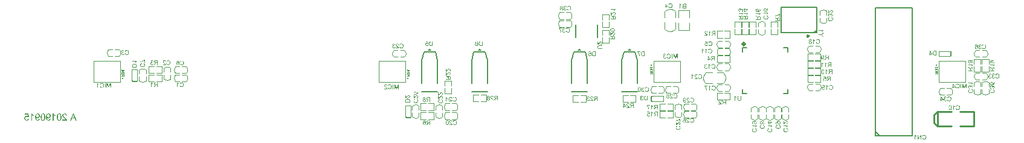
<source format=gbo>
G04 Layer_Color=32896*
%FSLAX25Y25*%
%MOIN*%
G70*
G01*
G75*
%ADD12C,0.01000*%
%ADD18C,0.00984*%
%ADD42C,0.00500*%
%ADD46C,0.01181*%
%ADD71C,0.00400*%
%ADD72C,0.00394*%
%ADD73C,0.01181*%
%ADD74C,0.00787*%
%ADD75C,0.00394*%
%ADD76C,0.00197*%
G36*
X65100Y-15800D02*
X64194D01*
X64110Y-15796D01*
X64034Y-15793D01*
X63964Y-15785D01*
X63906Y-15778D01*
X63855Y-15771D01*
X63819Y-15767D01*
X63808Y-15764D01*
X63797Y-15760D01*
X63790D01*
X63724Y-15742D01*
X63666Y-15720D01*
X63615Y-15702D01*
X63571Y-15680D01*
X63535Y-15662D01*
X63509Y-15647D01*
X63495Y-15636D01*
X63487Y-15633D01*
X63440Y-15600D01*
X63400Y-15560D01*
X63360Y-15523D01*
X63327Y-15487D01*
X63298Y-15454D01*
X63276Y-15429D01*
X63262Y-15410D01*
X63258Y-15403D01*
X63222Y-15345D01*
X63185Y-15283D01*
X63156Y-15225D01*
X63134Y-15167D01*
X63113Y-15116D01*
X63098Y-15076D01*
X63094Y-15061D01*
X63091Y-15050D01*
X63087Y-15043D01*
Y-15039D01*
X63065Y-14952D01*
X63047Y-14864D01*
X63036Y-14781D01*
X63025Y-14701D01*
X63022Y-14632D01*
Y-14602D01*
X63018Y-14577D01*
Y-14559D01*
Y-14541D01*
Y-14533D01*
Y-14530D01*
X63022Y-14406D01*
X63033Y-14293D01*
X63051Y-14191D01*
X63058Y-14144D01*
X63069Y-14104D01*
X63080Y-14064D01*
X63087Y-14031D01*
X63094Y-14002D01*
X63105Y-13976D01*
X63109Y-13954D01*
X63116Y-13940D01*
X63120Y-13933D01*
Y-13929D01*
X63160Y-13834D01*
X63207Y-13751D01*
X63258Y-13678D01*
X63305Y-13616D01*
X63349Y-13565D01*
X63386Y-13529D01*
X63400Y-13518D01*
X63411Y-13507D01*
X63415Y-13503D01*
X63418Y-13499D01*
X63477Y-13452D01*
X63538Y-13416D01*
X63600Y-13383D01*
X63659Y-13358D01*
X63709Y-13339D01*
X63750Y-13328D01*
X63764Y-13321D01*
X63775D01*
X63782Y-13318D01*
X63786D01*
X63848Y-13307D01*
X63921Y-13296D01*
X63993Y-13288D01*
X64066Y-13285D01*
X64132Y-13281D01*
X65100D01*
Y-15800D01*
D02*
G37*
G36*
X54322Y-17474D02*
X54384Y-17478D01*
X54442Y-17488D01*
X54497Y-17499D01*
X54548Y-17514D01*
X54595Y-17528D01*
X54639Y-17547D01*
X54679Y-17565D01*
X54715Y-17583D01*
X54744Y-17601D01*
X54770Y-17616D01*
X54792Y-17630D01*
X54810Y-17641D01*
X54821Y-17652D01*
X54828Y-17656D01*
X54832Y-17660D01*
X54868Y-17696D01*
X54901Y-17736D01*
X54934Y-17780D01*
X54959Y-17823D01*
X55003Y-17911D01*
X55032Y-17998D01*
X55043Y-18038D01*
X55054Y-18078D01*
X55061Y-18111D01*
X55068Y-18140D01*
X55072Y-18165D01*
Y-18184D01*
X55076Y-18195D01*
Y-18198D01*
X54759Y-18231D01*
X54752Y-18147D01*
X54737Y-18074D01*
X54715Y-18009D01*
X54690Y-17958D01*
X54668Y-17914D01*
X54646Y-17885D01*
X54632Y-17867D01*
X54624Y-17860D01*
X54570Y-17816D01*
X54512Y-17783D01*
X54450Y-17758D01*
X54395Y-17743D01*
X54344Y-17732D01*
X54300Y-17729D01*
X54286Y-17725D01*
X54264D01*
X54188Y-17729D01*
X54118Y-17743D01*
X54060Y-17765D01*
X54009Y-17787D01*
X53969Y-17812D01*
X53944Y-17831D01*
X53926Y-17845D01*
X53918Y-17852D01*
X53875Y-17903D01*
X53842Y-17954D01*
X53816Y-18005D01*
X53802Y-18056D01*
X53791Y-18096D01*
X53787Y-18133D01*
X53784Y-18155D01*
Y-18158D01*
Y-18162D01*
X53791Y-18227D01*
X53805Y-18296D01*
X53831Y-18358D01*
X53856Y-18417D01*
X53886Y-18464D01*
X53911Y-18504D01*
X53918Y-18519D01*
X53926Y-18529D01*
X53933Y-18533D01*
Y-18537D01*
X53962Y-18577D01*
X53998Y-18617D01*
X54038Y-18661D01*
X54082Y-18704D01*
X54173Y-18791D01*
X54264Y-18879D01*
X54311Y-18919D01*
X54351Y-18955D01*
X54391Y-18988D01*
X54424Y-19017D01*
X54450Y-19039D01*
X54471Y-19057D01*
X54486Y-19068D01*
X54490Y-19072D01*
X54581Y-19148D01*
X54664Y-19221D01*
X54734Y-19287D01*
X54788Y-19341D01*
X54835Y-19388D01*
X54868Y-19421D01*
X54887Y-19443D01*
X54894Y-19447D01*
Y-19450D01*
X54945Y-19512D01*
X54985Y-19570D01*
X55021Y-19629D01*
X55050Y-19680D01*
X55072Y-19723D01*
X55087Y-19756D01*
X55094Y-19778D01*
X55098Y-19782D01*
Y-19785D01*
X55112Y-19825D01*
X55119Y-19862D01*
X55127Y-19898D01*
X55130Y-19931D01*
X55134Y-19960D01*
Y-19982D01*
Y-19996D01*
Y-20000D01*
X53463D01*
Y-19702D01*
X54704D01*
X54661Y-19640D01*
X54639Y-19614D01*
X54621Y-19589D01*
X54603Y-19567D01*
X54588Y-19552D01*
X54577Y-19541D01*
X54573Y-19538D01*
X54555Y-19520D01*
X54533Y-19501D01*
X54482Y-19454D01*
X54424Y-19399D01*
X54362Y-19345D01*
X54304Y-19297D01*
X54279Y-19276D01*
X54257Y-19254D01*
X54239Y-19239D01*
X54224Y-19228D01*
X54217Y-19221D01*
X54213Y-19217D01*
X54155Y-19166D01*
X54097Y-19119D01*
X54046Y-19072D01*
X53998Y-19032D01*
X53955Y-18992D01*
X53918Y-18955D01*
X53882Y-18923D01*
X53853Y-18893D01*
X53824Y-18864D01*
X53802Y-18843D01*
X53784Y-18824D01*
X53765Y-18806D01*
X53747Y-18784D01*
X53740Y-18777D01*
X53689Y-18715D01*
X53645Y-18661D01*
X53609Y-18606D01*
X53580Y-18562D01*
X53558Y-18522D01*
X53543Y-18493D01*
X53536Y-18475D01*
X53532Y-18468D01*
X53511Y-18413D01*
X53496Y-18358D01*
X53481Y-18307D01*
X53474Y-18264D01*
X53470Y-18224D01*
X53467Y-18195D01*
Y-18176D01*
Y-18169D01*
X53470Y-18114D01*
X53478Y-18064D01*
X53485Y-18013D01*
X53500Y-17969D01*
X53536Y-17882D01*
X53572Y-17812D01*
X53594Y-17780D01*
X53613Y-17754D01*
X53631Y-17729D01*
X53649Y-17710D01*
X53663Y-17696D01*
X53671Y-17681D01*
X53678Y-17678D01*
X53682Y-17674D01*
X53722Y-17638D01*
X53765Y-17605D01*
X53813Y-17579D01*
X53860Y-17558D01*
X53955Y-17521D01*
X54049Y-17496D01*
X54089Y-17488D01*
X54129Y-17481D01*
X54166Y-17478D01*
X54195Y-17474D01*
X54220Y-17470D01*
X54257D01*
X54322Y-17474D01*
D02*
G37*
G36*
X62002Y-13277D02*
X62101Y-13296D01*
X62184Y-13325D01*
X62257Y-13354D01*
X62290Y-13372D01*
X62315Y-13387D01*
X62341Y-13401D01*
X62359Y-13416D01*
X62374Y-13427D01*
X62385Y-13434D01*
X62392Y-13438D01*
X62396Y-13441D01*
X62465Y-13510D01*
X62519Y-13587D01*
X62563Y-13667D01*
X62599Y-13747D01*
X62621Y-13816D01*
X62632Y-13845D01*
X62639Y-13871D01*
X62643Y-13893D01*
X62647Y-13907D01*
X62650Y-13918D01*
Y-13922D01*
X62341Y-13976D01*
X62326Y-13896D01*
X62305Y-13827D01*
X62279Y-13769D01*
X62253Y-13722D01*
X62228Y-13685D01*
X62206Y-13660D01*
X62192Y-13642D01*
X62188Y-13638D01*
X62141Y-13601D01*
X62090Y-13572D01*
X62042Y-13554D01*
X61995Y-13540D01*
X61951Y-13532D01*
X61919Y-13525D01*
X61889D01*
X61824Y-13529D01*
X61766Y-13543D01*
X61715Y-13561D01*
X61671Y-13580D01*
X61638Y-13601D01*
X61613Y-13620D01*
X61595Y-13634D01*
X61591Y-13638D01*
X61551Y-13681D01*
X61522Y-13729D01*
X61504Y-13776D01*
X61489Y-13820D01*
X61482Y-13860D01*
X61475Y-13889D01*
Y-13911D01*
Y-13915D01*
Y-13918D01*
Y-13958D01*
X61482Y-13995D01*
X61500Y-14056D01*
X61525Y-14111D01*
X61555Y-14158D01*
X61584Y-14191D01*
X61609Y-14217D01*
X61627Y-14231D01*
X61631Y-14235D01*
X61635D01*
X61697Y-14268D01*
X61755Y-14293D01*
X61817Y-14311D01*
X61871Y-14322D01*
X61919Y-14329D01*
X61959Y-14337D01*
X62006D01*
X62021Y-14333D01*
X62039D01*
X62075Y-14606D01*
X62028Y-14595D01*
X61984Y-14588D01*
X61948Y-14581D01*
X61915Y-14577D01*
X61889Y-14573D01*
X61857D01*
X61780Y-14581D01*
X61711Y-14595D01*
X61649Y-14617D01*
X61598Y-14642D01*
X61558Y-14668D01*
X61529Y-14690D01*
X61511Y-14704D01*
X61504Y-14712D01*
X61456Y-14766D01*
X61420Y-14825D01*
X61395Y-14883D01*
X61380Y-14941D01*
X61369Y-14988D01*
X61365Y-15028D01*
X61362Y-15043D01*
Y-15054D01*
Y-15061D01*
Y-15065D01*
X61369Y-15145D01*
X61387Y-15218D01*
X61409Y-15280D01*
X61438Y-15334D01*
X61467Y-15378D01*
X61489Y-15410D01*
X61507Y-15432D01*
X61515Y-15440D01*
X61573Y-15491D01*
X61635Y-15527D01*
X61697Y-15552D01*
X61755Y-15571D01*
X61806Y-15582D01*
X61846Y-15585D01*
X61860Y-15589D01*
X61882D01*
X61948Y-15585D01*
X62010Y-15571D01*
X62064Y-15552D01*
X62108Y-15531D01*
X62144Y-15512D01*
X62173Y-15494D01*
X62188Y-15480D01*
X62195Y-15476D01*
X62239Y-15425D01*
X62275Y-15367D01*
X62308Y-15305D01*
X62334Y-15239D01*
X62352Y-15185D01*
X62359Y-15159D01*
X62363Y-15137D01*
X62366Y-15119D01*
X62370Y-15105D01*
X62374Y-15098D01*
Y-15094D01*
X62683Y-15134D01*
X62676Y-15192D01*
X62665Y-15247D01*
X62632Y-15349D01*
X62592Y-15436D01*
X62570Y-15472D01*
X62548Y-15509D01*
X62527Y-15542D01*
X62505Y-15567D01*
X62486Y-15593D01*
X62468Y-15611D01*
X62457Y-15625D01*
X62446Y-15636D01*
X62439Y-15643D01*
X62436Y-15647D01*
X62392Y-15680D01*
X62348Y-15713D01*
X62305Y-15738D01*
X62257Y-15760D01*
X62166Y-15796D01*
X62079Y-15818D01*
X62039Y-15825D01*
X62002Y-15833D01*
X61970Y-15836D01*
X61940Y-15840D01*
X61919Y-15844D01*
X61886D01*
X61817Y-15840D01*
X61755Y-15833D01*
X61693Y-15822D01*
X61635Y-15807D01*
X61580Y-15789D01*
X61533Y-15771D01*
X61485Y-15749D01*
X61445Y-15727D01*
X61405Y-15709D01*
X61373Y-15687D01*
X61343Y-15669D01*
X61322Y-15651D01*
X61304Y-15636D01*
X61289Y-15625D01*
X61282Y-15618D01*
X61278Y-15614D01*
X61234Y-15571D01*
X61198Y-15523D01*
X61165Y-15476D01*
X61136Y-15429D01*
X61114Y-15385D01*
X61092Y-15338D01*
X61063Y-15250D01*
X61056Y-15210D01*
X61049Y-15174D01*
X61041Y-15141D01*
X61038Y-15112D01*
X61034Y-15090D01*
Y-15072D01*
Y-15061D01*
Y-15057D01*
X61038Y-14970D01*
X61052Y-14890D01*
X61074Y-14821D01*
X61096Y-14763D01*
X61118Y-14715D01*
X61140Y-14679D01*
X61154Y-14657D01*
X61158Y-14650D01*
X61209Y-14595D01*
X61263Y-14548D01*
X61322Y-14511D01*
X61380Y-14482D01*
X61431Y-14460D01*
X61471Y-14446D01*
X61485Y-14442D01*
X61496Y-14439D01*
X61504Y-14435D01*
X61507D01*
X61445Y-14402D01*
X61395Y-14369D01*
X61351Y-14333D01*
X61314Y-14300D01*
X61285Y-14271D01*
X61263Y-14246D01*
X61252Y-14231D01*
X61249Y-14224D01*
X61220Y-14173D01*
X61198Y-14122D01*
X61180Y-14071D01*
X61169Y-14024D01*
X61162Y-13984D01*
X61158Y-13954D01*
Y-13933D01*
Y-13925D01*
X61162Y-13863D01*
X61172Y-13802D01*
X61187Y-13747D01*
X61205Y-13700D01*
X61223Y-13660D01*
X61238Y-13627D01*
X61249Y-13609D01*
X61252Y-13601D01*
X61289Y-13547D01*
X61333Y-13499D01*
X61376Y-13460D01*
X61420Y-13423D01*
X61456Y-13398D01*
X61489Y-13376D01*
X61511Y-13365D01*
X61515Y-13361D01*
X61518D01*
X61584Y-13332D01*
X61649Y-13310D01*
X61715Y-13292D01*
X61773Y-13281D01*
X61820Y-13274D01*
X61860Y-13270D01*
X61951D01*
X62002Y-13277D01*
D02*
G37*
G36*
X37500Y-16200D02*
X37165D01*
Y-15082D01*
X36736D01*
X36696Y-15086D01*
X36666D01*
X36641Y-15090D01*
X36623Y-15093D01*
X36608D01*
X36601Y-15097D01*
X36597D01*
X36539Y-15115D01*
X36514Y-15126D01*
X36492Y-15137D01*
X36470Y-15148D01*
X36455Y-15155D01*
X36448Y-15159D01*
X36444Y-15163D01*
X36415Y-15184D01*
X36386Y-15210D01*
X36332Y-15265D01*
X36306Y-15290D01*
X36288Y-15312D01*
X36277Y-15326D01*
X36273Y-15330D01*
X36237Y-15381D01*
X36197Y-15436D01*
X36157Y-15494D01*
X36117Y-15548D01*
X36084Y-15599D01*
X36059Y-15639D01*
X36048Y-15654D01*
X36040Y-15665D01*
X36033Y-15672D01*
Y-15676D01*
X35702Y-16200D01*
X35287D01*
X35720Y-15516D01*
X35771Y-15443D01*
X35818Y-15377D01*
X35866Y-15323D01*
X35906Y-15272D01*
X35942Y-15235D01*
X35971Y-15206D01*
X35989Y-15188D01*
X35997Y-15181D01*
X36026Y-15159D01*
X36059Y-15134D01*
X36124Y-15093D01*
X36153Y-15079D01*
X36175Y-15064D01*
X36190Y-15057D01*
X36197Y-15053D01*
X36131Y-15043D01*
X36070Y-15032D01*
X36015Y-15013D01*
X35960Y-14999D01*
X35913Y-14981D01*
X35869Y-14959D01*
X35829Y-14941D01*
X35793Y-14922D01*
X35764Y-14900D01*
X35735Y-14882D01*
X35713Y-14868D01*
X35695Y-14853D01*
X35680Y-14842D01*
X35669Y-14831D01*
X35665Y-14828D01*
X35662Y-14824D01*
X35633Y-14788D01*
X35604Y-14751D01*
X35560Y-14675D01*
X35531Y-14598D01*
X35509Y-14526D01*
X35494Y-14464D01*
X35491Y-14438D01*
Y-14413D01*
X35487Y-14395D01*
Y-14380D01*
Y-14373D01*
Y-14369D01*
X35491Y-14293D01*
X35502Y-14223D01*
X35520Y-14158D01*
X35538Y-14103D01*
X35560Y-14056D01*
X35574Y-14020D01*
X35589Y-13998D01*
X35593Y-13994D01*
Y-13991D01*
X35636Y-13932D01*
X35680Y-13881D01*
X35727Y-13838D01*
X35771Y-13805D01*
X35811Y-13779D01*
X35844Y-13765D01*
X35866Y-13754D01*
X35869Y-13750D01*
X35873D01*
X35906Y-13739D01*
X35946Y-13728D01*
X36026Y-13710D01*
X36113Y-13699D01*
X36193Y-13688D01*
X36270Y-13685D01*
X36302D01*
X36332Y-13681D01*
X37500D01*
Y-16200D01*
D02*
G37*
G36*
X-238265Y-6432D02*
X-238225Y-6490D01*
X-238178Y-6549D01*
X-238134Y-6600D01*
X-238091Y-6643D01*
X-238058Y-6680D01*
X-238043Y-6690D01*
X-238033Y-6701D01*
X-238029Y-6705D01*
X-238025Y-6709D01*
X-237949Y-6771D01*
X-237872Y-6829D01*
X-237800Y-6880D01*
X-237727Y-6920D01*
X-237665Y-6956D01*
X-237639Y-6971D01*
X-237617Y-6982D01*
X-237599Y-6993D01*
X-237585Y-6996D01*
X-237578Y-7004D01*
X-237574D01*
Y-7302D01*
X-237628Y-7280D01*
X-237683Y-7255D01*
X-237738Y-7229D01*
X-237789Y-7204D01*
X-237832Y-7182D01*
X-237869Y-7164D01*
X-237891Y-7149D01*
X-237894Y-7146D01*
X-237898D01*
X-237963Y-7106D01*
X-238022Y-7065D01*
X-238072Y-7029D01*
X-238113Y-6996D01*
X-238149Y-6971D01*
X-238171Y-6949D01*
X-238189Y-6934D01*
X-238193Y-6931D01*
Y-8900D01*
X-238502D01*
Y-6370D01*
X-238302D01*
X-238265Y-6432D01*
D02*
G37*
G36*
X222192Y9888D02*
Y9604D01*
X221097D01*
Y9000D01*
X220787D01*
Y9604D01*
X220445D01*
Y9888D01*
X220787D01*
Y11519D01*
X221038D01*
X222192Y9888D01*
D02*
G37*
G36*
X224500Y9000D02*
X223594D01*
X223510Y9004D01*
X223433Y9007D01*
X223364Y9015D01*
X223306Y9022D01*
X223255Y9029D01*
X223219Y9033D01*
X223208Y9036D01*
X223197Y9040D01*
X223190D01*
X223124Y9058D01*
X223066Y9080D01*
X223015Y9098D01*
X222971Y9120D01*
X222935Y9138D01*
X222909Y9153D01*
X222895Y9164D01*
X222887Y9167D01*
X222840Y9200D01*
X222800Y9240D01*
X222760Y9277D01*
X222727Y9313D01*
X222698Y9346D01*
X222676Y9371D01*
X222662Y9390D01*
X222658Y9397D01*
X222622Y9455D01*
X222585Y9517D01*
X222556Y9575D01*
X222534Y9633D01*
X222513Y9684D01*
X222498Y9724D01*
X222494Y9739D01*
X222491Y9750D01*
X222487Y9757D01*
Y9761D01*
X222465Y9848D01*
X222447Y9935D01*
X222436Y10019D01*
X222425Y10099D01*
X222422Y10168D01*
Y10198D01*
X222418Y10223D01*
Y10241D01*
Y10259D01*
Y10267D01*
Y10270D01*
X222422Y10394D01*
X222432Y10507D01*
X222451Y10609D01*
X222458Y10656D01*
X222469Y10696D01*
X222480Y10736D01*
X222487Y10769D01*
X222494Y10798D01*
X222505Y10824D01*
X222509Y10846D01*
X222516Y10860D01*
X222520Y10867D01*
Y10871D01*
X222560Y10966D01*
X222607Y11049D01*
X222658Y11122D01*
X222706Y11184D01*
X222749Y11235D01*
X222786Y11271D01*
X222800Y11282D01*
X222811Y11293D01*
X222815Y11297D01*
X222818Y11300D01*
X222877Y11348D01*
X222938Y11384D01*
X223000Y11417D01*
X223059Y11442D01*
X223110Y11461D01*
X223150Y11472D01*
X223164Y11479D01*
X223175D01*
X223182Y11483D01*
X223186D01*
X223248Y11493D01*
X223321Y11504D01*
X223393Y11512D01*
X223466Y11515D01*
X223532Y11519D01*
X224500D01*
Y9000D01*
D02*
G37*
G36*
X17669Y36326D02*
X17728Y36323D01*
X17830Y36301D01*
X17877Y36286D01*
X17921Y36272D01*
X17961Y36253D01*
X17997Y36235D01*
X18026Y36217D01*
X18055Y36199D01*
X18081Y36184D01*
X18099Y36170D01*
X18113Y36159D01*
X18124Y36148D01*
X18132Y36144D01*
X18135Y36140D01*
X18168Y36104D01*
X18201Y36068D01*
X18226Y36028D01*
X18248Y35988D01*
X18284Y35911D01*
X18306Y35838D01*
X18321Y35776D01*
X18325Y35747D01*
X18328Y35726D01*
X18332Y35704D01*
Y35689D01*
Y35682D01*
Y35678D01*
X18328Y35613D01*
X18317Y35551D01*
X18303Y35496D01*
X18284Y35449D01*
X18270Y35412D01*
X18255Y35383D01*
X18244Y35369D01*
X18241Y35362D01*
X18201Y35318D01*
X18157Y35278D01*
X18110Y35241D01*
X18062Y35212D01*
X18019Y35190D01*
X17986Y35176D01*
X17971Y35169D01*
X17961Y35165D01*
X17957Y35161D01*
X17953D01*
X18037Y35136D01*
X18106Y35103D01*
X18168Y35063D01*
X18219Y35027D01*
X18259Y34990D01*
X18288Y34961D01*
X18303Y34943D01*
X18310Y34939D01*
Y34936D01*
X18350Y34870D01*
X18383Y34801D01*
X18405Y34736D01*
X18419Y34670D01*
X18426Y34612D01*
X18430Y34586D01*
Y34564D01*
X18434Y34550D01*
Y34535D01*
Y34528D01*
Y34524D01*
X18430Y34466D01*
X18423Y34408D01*
X18412Y34353D01*
X18397Y34299D01*
X18361Y34208D01*
X18343Y34164D01*
X18321Y34128D01*
X18299Y34091D01*
X18281Y34062D01*
X18259Y34037D01*
X18244Y34015D01*
X18230Y33997D01*
X18219Y33986D01*
X18212Y33978D01*
X18208Y33975D01*
X18164Y33935D01*
X18117Y33902D01*
X18066Y33873D01*
X18015Y33847D01*
X17968Y33829D01*
X17917Y33811D01*
X17819Y33785D01*
X17775Y33775D01*
X17735Y33767D01*
X17698Y33764D01*
X17666Y33760D01*
X17640Y33756D01*
X17604D01*
X17535Y33760D01*
X17473Y33767D01*
X17411Y33778D01*
X17353Y33789D01*
X17302Y33807D01*
X17251Y33825D01*
X17203Y33844D01*
X17163Y33865D01*
X17127Y33887D01*
X17094Y33906D01*
X17069Y33924D01*
X17043Y33942D01*
X17025Y33953D01*
X17014Y33964D01*
X17007Y33971D01*
X17003Y33975D01*
X16963Y34018D01*
X16927Y34062D01*
X16898Y34106D01*
X16872Y34153D01*
X16847Y34197D01*
X16828Y34244D01*
X16803Y34328D01*
X16792Y34368D01*
X16785Y34404D01*
X16781Y34437D01*
X16778Y34462D01*
X16774Y34484D01*
Y34503D01*
Y34513D01*
Y34517D01*
X16778Y34601D01*
X16792Y34677D01*
X16814Y34746D01*
X16836Y34805D01*
X16858Y34852D01*
X16879Y34888D01*
X16894Y34910D01*
X16898Y34914D01*
Y34918D01*
X16949Y34976D01*
X17003Y35027D01*
X17061Y35067D01*
X17116Y35103D01*
X17167Y35129D01*
X17211Y35147D01*
X17225Y35154D01*
X17236Y35158D01*
X17243Y35161D01*
X17247D01*
X17182Y35190D01*
X17127Y35223D01*
X17080Y35256D01*
X17040Y35289D01*
X17010Y35318D01*
X16989Y35340D01*
X16974Y35354D01*
X16970Y35362D01*
X16938Y35412D01*
X16916Y35464D01*
X16898Y35514D01*
X16887Y35565D01*
X16879Y35605D01*
X16876Y35638D01*
Y35660D01*
Y35664D01*
Y35667D01*
X16879Y35718D01*
X16883Y35766D01*
X16909Y35857D01*
X16941Y35937D01*
X16978Y36006D01*
X17014Y36060D01*
X17032Y36082D01*
X17047Y36104D01*
X17061Y36119D01*
X17072Y36130D01*
X17076Y36133D01*
X17080Y36137D01*
X17120Y36170D01*
X17160Y36202D01*
X17203Y36228D01*
X17247Y36250D01*
X17334Y36283D01*
X17422Y36304D01*
X17458Y36315D01*
X17495Y36319D01*
X17527Y36323D01*
X17557Y36326D01*
X17578Y36330D01*
X17611D01*
X17669Y36326D01*
D02*
G37*
G36*
X57500Y-20000D02*
X57165D01*
Y-18882D01*
X56736D01*
X56696Y-18886D01*
X56666D01*
X56641Y-18890D01*
X56623Y-18893D01*
X56608D01*
X56601Y-18897D01*
X56597D01*
X56539Y-18915D01*
X56514Y-18926D01*
X56492Y-18937D01*
X56470Y-18948D01*
X56455Y-18955D01*
X56448Y-18959D01*
X56444Y-18963D01*
X56415Y-18984D01*
X56386Y-19010D01*
X56332Y-19064D01*
X56306Y-19090D01*
X56288Y-19112D01*
X56277Y-19126D01*
X56273Y-19130D01*
X56237Y-19181D01*
X56197Y-19236D01*
X56157Y-19294D01*
X56117Y-19348D01*
X56084Y-19399D01*
X56059Y-19439D01*
X56048Y-19454D01*
X56040Y-19465D01*
X56033Y-19472D01*
Y-19476D01*
X55702Y-20000D01*
X55287D01*
X55720Y-19316D01*
X55771Y-19243D01*
X55818Y-19177D01*
X55866Y-19123D01*
X55906Y-19072D01*
X55942Y-19035D01*
X55971Y-19006D01*
X55989Y-18988D01*
X55997Y-18981D01*
X56026Y-18959D01*
X56059Y-18934D01*
X56124Y-18893D01*
X56153Y-18879D01*
X56175Y-18864D01*
X56190Y-18857D01*
X56197Y-18853D01*
X56131Y-18843D01*
X56069Y-18832D01*
X56015Y-18813D01*
X55960Y-18799D01*
X55913Y-18781D01*
X55869Y-18759D01*
X55829Y-18741D01*
X55793Y-18722D01*
X55764Y-18700D01*
X55735Y-18682D01*
X55713Y-18668D01*
X55695Y-18653D01*
X55680Y-18642D01*
X55669Y-18631D01*
X55665Y-18628D01*
X55662Y-18624D01*
X55633Y-18588D01*
X55604Y-18551D01*
X55560Y-18475D01*
X55531Y-18398D01*
X55509Y-18326D01*
X55494Y-18264D01*
X55491Y-18238D01*
Y-18213D01*
X55487Y-18195D01*
Y-18180D01*
Y-18173D01*
Y-18169D01*
X55491Y-18093D01*
X55502Y-18023D01*
X55520Y-17958D01*
X55538Y-17903D01*
X55560Y-17856D01*
X55574Y-17820D01*
X55589Y-17798D01*
X55593Y-17794D01*
Y-17790D01*
X55636Y-17732D01*
X55680Y-17681D01*
X55727Y-17638D01*
X55771Y-17605D01*
X55811Y-17579D01*
X55844Y-17565D01*
X55866Y-17554D01*
X55869Y-17550D01*
X55873D01*
X55906Y-17539D01*
X55946Y-17528D01*
X56026Y-17510D01*
X56113Y-17499D01*
X56193Y-17488D01*
X56270Y-17485D01*
X56302D01*
X56332Y-17481D01*
X57500D01*
Y-20000D01*
D02*
G37*
G36*
X21834Y36355D02*
X21950Y36337D01*
X22052Y36315D01*
X22099Y36301D01*
X22143Y36286D01*
X22183Y36272D01*
X22219Y36257D01*
X22248Y36246D01*
X22278Y36235D01*
X22296Y36224D01*
X22310Y36217D01*
X22321Y36213D01*
X22325Y36210D01*
X22423Y36148D01*
X22507Y36075D01*
X22580Y36002D01*
X22642Y35929D01*
X22689Y35864D01*
X22707Y35835D01*
X22722Y35809D01*
X22736Y35791D01*
X22743Y35776D01*
X22747Y35766D01*
X22751Y35762D01*
X22802Y35649D01*
X22838Y35533D01*
X22864Y35416D01*
X22882Y35311D01*
X22889Y35263D01*
X22893Y35216D01*
X22896Y35180D01*
Y35143D01*
X22900Y35118D01*
Y35096D01*
Y35081D01*
Y35078D01*
X22893Y34947D01*
X22878Y34819D01*
X22860Y34706D01*
X22845Y34652D01*
X22835Y34604D01*
X22824Y34561D01*
X22809Y34521D01*
X22798Y34484D01*
X22791Y34455D01*
X22780Y34433D01*
X22776Y34415D01*
X22769Y34404D01*
Y34401D01*
X22714Y34291D01*
X22652Y34193D01*
X22587Y34109D01*
X22554Y34077D01*
X22525Y34044D01*
X22496Y34015D01*
X22467Y33989D01*
X22441Y33967D01*
X22420Y33953D01*
X22405Y33938D01*
X22390Y33927D01*
X22383Y33924D01*
X22379Y33920D01*
X22329Y33891D01*
X22278Y33865D01*
X22168Y33825D01*
X22059Y33796D01*
X21954Y33778D01*
X21903Y33771D01*
X21859Y33764D01*
X21819Y33760D01*
X21786D01*
X21757Y33756D01*
X21717D01*
X21644Y33760D01*
X21575Y33767D01*
X21509Y33775D01*
X21448Y33789D01*
X21389Y33807D01*
X21335Y33825D01*
X21284Y33844D01*
X21237Y33865D01*
X21196Y33884D01*
X21156Y33902D01*
X21127Y33920D01*
X21098Y33938D01*
X21080Y33953D01*
X21062Y33960D01*
X21055Y33967D01*
X21051Y33971D01*
X21000Y34015D01*
X20956Y34058D01*
X20916Y34109D01*
X20876Y34160D01*
X20811Y34262D01*
X20760Y34364D01*
X20738Y34411D01*
X20720Y34455D01*
X20705Y34495D01*
X20694Y34528D01*
X20683Y34557D01*
X20676Y34579D01*
X20672Y34593D01*
Y34597D01*
X21007Y34681D01*
X21022Y34623D01*
X21040Y34568D01*
X21058Y34517D01*
X21076Y34470D01*
X21098Y34426D01*
X21120Y34390D01*
X21146Y34353D01*
X21167Y34321D01*
X21186Y34291D01*
X21207Y34270D01*
X21226Y34248D01*
X21240Y34229D01*
X21255Y34219D01*
X21266Y34208D01*
X21269Y34204D01*
X21273Y34200D01*
X21309Y34171D01*
X21349Y34149D01*
X21429Y34109D01*
X21506Y34080D01*
X21582Y34062D01*
X21648Y34047D01*
X21673Y34044D01*
X21699D01*
X21721Y34040D01*
X21746D01*
X21830Y34044D01*
X21910Y34058D01*
X21983Y34077D01*
X22048Y34099D01*
X22099Y34120D01*
X22121Y34131D01*
X22139Y34139D01*
X22154Y34146D01*
X22165Y34153D01*
X22172Y34157D01*
X22176D01*
X22245Y34208D01*
X22303Y34262D01*
X22354Y34324D01*
X22394Y34382D01*
X22427Y34433D01*
X22449Y34477D01*
X22456Y34495D01*
X22463Y34506D01*
X22467Y34513D01*
Y34517D01*
X22496Y34612D01*
X22518Y34706D01*
X22536Y34801D01*
X22547Y34888D01*
X22551Y34928D01*
X22554Y34965D01*
Y34998D01*
X22558Y35023D01*
Y35045D01*
Y35063D01*
Y35074D01*
Y35078D01*
X22554Y35172D01*
X22547Y35260D01*
X22532Y35340D01*
X22518Y35412D01*
X22507Y35474D01*
X22500Y35500D01*
X22492Y35522D01*
X22489Y35540D01*
X22485Y35551D01*
X22481Y35558D01*
Y35562D01*
X22445Y35645D01*
X22405Y35722D01*
X22361Y35784D01*
X22314Y35838D01*
X22274Y35882D01*
X22241Y35911D01*
X22216Y35929D01*
X22212Y35937D01*
X22208D01*
X22132Y35984D01*
X22048Y36020D01*
X21968Y36046D01*
X21892Y36060D01*
X21823Y36071D01*
X21793Y36075D01*
X21768D01*
X21750Y36079D01*
X21721D01*
X21630Y36075D01*
X21546Y36060D01*
X21477Y36039D01*
X21415Y36017D01*
X21368Y35991D01*
X21331Y35973D01*
X21309Y35958D01*
X21302Y35951D01*
X21244Y35897D01*
X21189Y35835D01*
X21146Y35769D01*
X21109Y35704D01*
X21080Y35645D01*
X21069Y35616D01*
X21062Y35594D01*
X21055Y35576D01*
X21047Y35562D01*
X21044Y35555D01*
Y35551D01*
X20716Y35627D01*
X20738Y35693D01*
X20760Y35751D01*
X20789Y35806D01*
X20814Y35860D01*
X20843Y35908D01*
X20876Y35951D01*
X20905Y35995D01*
X20934Y36031D01*
X20964Y36060D01*
X20989Y36090D01*
X21014Y36115D01*
X21033Y36133D01*
X21051Y36151D01*
X21065Y36162D01*
X21073Y36166D01*
X21076Y36170D01*
X21127Y36202D01*
X21178Y36235D01*
X21229Y36261D01*
X21284Y36283D01*
X21393Y36315D01*
X21491Y36337D01*
X21539Y36348D01*
X21579Y36352D01*
X21619Y36355D01*
X21652Y36359D01*
X21677Y36363D01*
X21713D01*
X21834Y36355D01*
D02*
G37*
G36*
X-216770Y5578D02*
X-216832Y5542D01*
X-216890Y5502D01*
X-216949Y5454D01*
X-217000Y5410D01*
X-217043Y5367D01*
X-217080Y5334D01*
X-217091Y5319D01*
X-217101Y5309D01*
X-217105Y5305D01*
X-217109Y5301D01*
X-217171Y5225D01*
X-217229Y5148D01*
X-217280Y5076D01*
X-217320Y5003D01*
X-217356Y4941D01*
X-217371Y4915D01*
X-217382Y4894D01*
X-217393Y4875D01*
X-217396Y4861D01*
X-217404Y4854D01*
Y4850D01*
X-217702D01*
X-217680Y4905D01*
X-217655Y4959D01*
X-217629Y5014D01*
X-217604Y5065D01*
X-217582Y5108D01*
X-217564Y5145D01*
X-217549Y5167D01*
X-217546Y5170D01*
Y5174D01*
X-217506Y5239D01*
X-217465Y5298D01*
X-217429Y5349D01*
X-217396Y5389D01*
X-217371Y5425D01*
X-217349Y5447D01*
X-217334Y5465D01*
X-217331Y5469D01*
X-219300D01*
Y5778D01*
X-216770D01*
Y5578D01*
D02*
G37*
G36*
X-67106Y-14922D02*
X-66993Y-14932D01*
X-66891Y-14951D01*
X-66844Y-14958D01*
X-66804Y-14969D01*
X-66764Y-14980D01*
X-66731Y-14987D01*
X-66702Y-14994D01*
X-66676Y-15005D01*
X-66654Y-15009D01*
X-66640Y-15016D01*
X-66633Y-15020D01*
X-66629D01*
X-66534Y-15060D01*
X-66451Y-15107D01*
X-66378Y-15158D01*
X-66316Y-15205D01*
X-66265Y-15249D01*
X-66229Y-15286D01*
X-66218Y-15300D01*
X-66207Y-15311D01*
X-66203Y-15315D01*
X-66199Y-15318D01*
X-66152Y-15377D01*
X-66116Y-15438D01*
X-66083Y-15500D01*
X-66058Y-15559D01*
X-66039Y-15609D01*
X-66028Y-15650D01*
X-66021Y-15664D01*
Y-15675D01*
X-66018Y-15682D01*
Y-15686D01*
X-66007Y-15748D01*
X-65996Y-15821D01*
X-65988Y-15893D01*
X-65985Y-15966D01*
X-65981Y-16032D01*
Y-16061D01*
Y-16086D01*
Y-16105D01*
Y-16119D01*
Y-16130D01*
Y-16134D01*
Y-17000D01*
X-68500D01*
Y-16094D01*
X-68496Y-16010D01*
X-68493Y-15934D01*
X-68485Y-15864D01*
X-68478Y-15806D01*
X-68471Y-15755D01*
X-68467Y-15719D01*
X-68464Y-15708D01*
X-68460Y-15697D01*
Y-15693D01*
Y-15690D01*
X-68442Y-15624D01*
X-68420Y-15566D01*
X-68402Y-15515D01*
X-68380Y-15471D01*
X-68362Y-15435D01*
X-68347Y-15409D01*
X-68336Y-15395D01*
X-68333Y-15387D01*
X-68300Y-15340D01*
X-68260Y-15300D01*
X-68223Y-15260D01*
X-68187Y-15227D01*
X-68154Y-15198D01*
X-68129Y-15176D01*
X-68111Y-15162D01*
X-68103Y-15158D01*
X-68045Y-15122D01*
X-67983Y-15085D01*
X-67925Y-15056D01*
X-67867Y-15034D01*
X-67816Y-15013D01*
X-67776Y-14998D01*
X-67761Y-14994D01*
X-67750Y-14991D01*
X-67743Y-14987D01*
X-67739D01*
X-67652Y-14965D01*
X-67564Y-14947D01*
X-67481Y-14936D01*
X-67401Y-14925D01*
X-67332Y-14922D01*
X-67302D01*
X-67277Y-14918D01*
X-67230D01*
X-67106Y-14922D01*
D02*
G37*
G36*
X-68202Y-14201D02*
X-68140Y-14157D01*
X-68114Y-14135D01*
X-68089Y-14117D01*
X-68067Y-14099D01*
X-68052Y-14084D01*
X-68041Y-14073D01*
X-68038Y-14070D01*
X-68019Y-14052D01*
X-68001Y-14030D01*
X-67954Y-13979D01*
X-67899Y-13921D01*
X-67845Y-13859D01*
X-67797Y-13800D01*
X-67776Y-13775D01*
X-67754Y-13753D01*
X-67739Y-13735D01*
X-67728Y-13720D01*
X-67721Y-13713D01*
X-67717Y-13709D01*
X-67666Y-13651D01*
X-67619Y-13593D01*
X-67572Y-13542D01*
X-67532Y-13495D01*
X-67492Y-13451D01*
X-67455Y-13415D01*
X-67423Y-13378D01*
X-67393Y-13349D01*
X-67364Y-13320D01*
X-67343Y-13298D01*
X-67324Y-13280D01*
X-67306Y-13262D01*
X-67284Y-13243D01*
X-67277Y-13236D01*
X-67215Y-13185D01*
X-67160Y-13142D01*
X-67106Y-13105D01*
X-67062Y-13076D01*
X-67022Y-13054D01*
X-66993Y-13040D01*
X-66975Y-13032D01*
X-66968Y-13029D01*
X-66913Y-13007D01*
X-66858Y-12992D01*
X-66807Y-12978D01*
X-66764Y-12970D01*
X-66724Y-12967D01*
X-66695Y-12963D01*
X-66669D01*
X-66615Y-12967D01*
X-66563Y-12974D01*
X-66513Y-12981D01*
X-66469Y-12996D01*
X-66382Y-13032D01*
X-66312Y-13069D01*
X-66280Y-13091D01*
X-66254Y-13109D01*
X-66229Y-13127D01*
X-66210Y-13145D01*
X-66196Y-13160D01*
X-66181Y-13167D01*
X-66178Y-13174D01*
X-66174Y-13178D01*
X-66138Y-13218D01*
X-66105Y-13262D01*
X-66079Y-13309D01*
X-66058Y-13356D01*
X-66021Y-13451D01*
X-65996Y-13546D01*
X-65988Y-13586D01*
X-65981Y-13626D01*
X-65978Y-13662D01*
X-65974Y-13691D01*
X-65970Y-13717D01*
Y-13739D01*
Y-13749D01*
Y-13753D01*
X-65974Y-13819D01*
X-65978Y-13881D01*
X-65988Y-13939D01*
X-65999Y-13993D01*
X-66014Y-14044D01*
X-66028Y-14092D01*
X-66047Y-14135D01*
X-66065Y-14175D01*
X-66083Y-14212D01*
X-66101Y-14241D01*
X-66116Y-14266D01*
X-66130Y-14288D01*
X-66141Y-14306D01*
X-66152Y-14317D01*
X-66156Y-14325D01*
X-66159Y-14328D01*
X-66196Y-14365D01*
X-66236Y-14397D01*
X-66280Y-14430D01*
X-66323Y-14456D01*
X-66411Y-14499D01*
X-66498Y-14528D01*
X-66538Y-14539D01*
X-66578Y-14550D01*
X-66611Y-14558D01*
X-66640Y-14565D01*
X-66665Y-14569D01*
X-66684D01*
X-66695Y-14572D01*
X-66698D01*
X-66731Y-14255D01*
X-66647Y-14248D01*
X-66574Y-14234D01*
X-66509Y-14212D01*
X-66458Y-14186D01*
X-66414Y-14164D01*
X-66385Y-14143D01*
X-66367Y-14128D01*
X-66360Y-14121D01*
X-66316Y-14066D01*
X-66283Y-14008D01*
X-66258Y-13946D01*
X-66243Y-13891D01*
X-66232Y-13840D01*
X-66229Y-13797D01*
X-66225Y-13782D01*
Y-13771D01*
Y-13764D01*
Y-13760D01*
X-66229Y-13684D01*
X-66243Y-13615D01*
X-66265Y-13557D01*
X-66287Y-13506D01*
X-66312Y-13466D01*
X-66331Y-13440D01*
X-66345Y-13422D01*
X-66352Y-13415D01*
X-66403Y-13371D01*
X-66454Y-13338D01*
X-66505Y-13313D01*
X-66556Y-13298D01*
X-66596Y-13287D01*
X-66633Y-13284D01*
X-66654Y-13280D01*
X-66662D01*
X-66727Y-13287D01*
X-66796Y-13302D01*
X-66858Y-13327D01*
X-66917Y-13353D01*
X-66964Y-13382D01*
X-67004Y-13407D01*
X-67019Y-13415D01*
X-67029Y-13422D01*
X-67033Y-13429D01*
X-67037D01*
X-67077Y-13458D01*
X-67117Y-13495D01*
X-67160Y-13535D01*
X-67204Y-13578D01*
X-67291Y-13669D01*
X-67379Y-13760D01*
X-67419Y-13808D01*
X-67455Y-13848D01*
X-67488Y-13888D01*
X-67517Y-13921D01*
X-67539Y-13946D01*
X-67557Y-13968D01*
X-67568Y-13982D01*
X-67572Y-13986D01*
X-67648Y-14077D01*
X-67721Y-14161D01*
X-67787Y-14230D01*
X-67841Y-14285D01*
X-67888Y-14332D01*
X-67921Y-14365D01*
X-67943Y-14383D01*
X-67947Y-14390D01*
X-67950D01*
X-68012Y-14441D01*
X-68071Y-14481D01*
X-68129Y-14517D01*
X-68180Y-14547D01*
X-68223Y-14569D01*
X-68256Y-14583D01*
X-68278Y-14590D01*
X-68282Y-14594D01*
X-68285D01*
X-68325Y-14608D01*
X-68362Y-14616D01*
X-68398Y-14623D01*
X-68431Y-14627D01*
X-68460Y-14630D01*
X-68500D01*
Y-12960D01*
X-68202D01*
Y-14201D01*
D02*
G37*
G36*
X-217906Y4278D02*
X-217793Y4267D01*
X-217691Y4249D01*
X-217644Y4242D01*
X-217604Y4231D01*
X-217564Y4220D01*
X-217531Y4213D01*
X-217502Y4206D01*
X-217476Y4195D01*
X-217455Y4191D01*
X-217440Y4184D01*
X-217433Y4180D01*
X-217429D01*
X-217334Y4140D01*
X-217251Y4093D01*
X-217178Y4042D01*
X-217116Y3994D01*
X-217065Y3951D01*
X-217029Y3914D01*
X-217018Y3900D01*
X-217007Y3889D01*
X-217003Y3885D01*
X-217000Y3882D01*
X-216952Y3823D01*
X-216916Y3762D01*
X-216883Y3700D01*
X-216858Y3641D01*
X-216839Y3590D01*
X-216828Y3550D01*
X-216821Y3536D01*
Y3525D01*
X-216817Y3518D01*
Y3514D01*
X-216807Y3452D01*
X-216796Y3379D01*
X-216788Y3307D01*
X-216785Y3234D01*
X-216781Y3168D01*
Y3139D01*
Y3114D01*
Y3095D01*
Y3081D01*
Y3070D01*
Y3066D01*
Y2200D01*
X-219300D01*
Y3106D01*
X-219296Y3190D01*
X-219293Y3266D01*
X-219285Y3336D01*
X-219278Y3394D01*
X-219271Y3445D01*
X-219267Y3481D01*
X-219264Y3492D01*
X-219260Y3503D01*
Y3507D01*
Y3510D01*
X-219242Y3576D01*
X-219220Y3634D01*
X-219202Y3685D01*
X-219180Y3729D01*
X-219162Y3765D01*
X-219147Y3791D01*
X-219136Y3805D01*
X-219133Y3813D01*
X-219100Y3860D01*
X-219060Y3900D01*
X-219023Y3940D01*
X-218987Y3973D01*
X-218954Y4002D01*
X-218929Y4024D01*
X-218911Y4038D01*
X-218903Y4042D01*
X-218845Y4078D01*
X-218783Y4115D01*
X-218725Y4144D01*
X-218667Y4166D01*
X-218616Y4187D01*
X-218576Y4202D01*
X-218561Y4206D01*
X-218550Y4209D01*
X-218543Y4213D01*
X-218539D01*
X-218452Y4235D01*
X-218365Y4253D01*
X-218281Y4264D01*
X-218201Y4275D01*
X-218132Y4278D01*
X-218102D01*
X-218077Y4282D01*
X-218030D01*
X-217906Y4278D01*
D02*
G37*
G36*
X-231000Y-8900D02*
X-231320D01*
Y-6756D01*
X-232048Y-8900D01*
X-232347D01*
X-233082Y-6792D01*
Y-8900D01*
X-233402D01*
Y-6381D01*
X-232955D01*
X-232350Y-8136D01*
X-232318Y-8230D01*
X-232292Y-8310D01*
X-232267Y-8380D01*
X-232248Y-8438D01*
X-232234Y-8481D01*
X-232223Y-8514D01*
X-232219Y-8532D01*
X-232216Y-8540D01*
X-232201Y-8489D01*
X-232183Y-8430D01*
X-232161Y-8369D01*
X-232143Y-8307D01*
X-232125Y-8252D01*
X-232110Y-8208D01*
X-232103Y-8190D01*
X-232099Y-8179D01*
X-232096Y-8172D01*
Y-8168D01*
X-231499Y-6381D01*
X-231000D01*
Y-8900D01*
D02*
G37*
G36*
X78701Y7300D02*
X78366D01*
Y9819D01*
X78701D01*
Y7300D01*
D02*
G37*
G36*
X76808Y9855D02*
X76924Y9837D01*
X77026Y9815D01*
X77074Y9801D01*
X77117Y9786D01*
X77157Y9772D01*
X77194Y9757D01*
X77223Y9746D01*
X77252Y9735D01*
X77270Y9724D01*
X77285Y9717D01*
X77296Y9713D01*
X77299Y9710D01*
X77398Y9648D01*
X77481Y9575D01*
X77554Y9502D01*
X77616Y9429D01*
X77663Y9364D01*
X77681Y9335D01*
X77696Y9309D01*
X77711Y9291D01*
X77718Y9277D01*
X77722Y9266D01*
X77725Y9262D01*
X77776Y9149D01*
X77812Y9033D01*
X77838Y8916D01*
X77856Y8811D01*
X77863Y8763D01*
X77867Y8716D01*
X77871Y8680D01*
Y8643D01*
X77874Y8618D01*
Y8596D01*
Y8581D01*
Y8578D01*
X77867Y8447D01*
X77852Y8319D01*
X77834Y8206D01*
X77820Y8152D01*
X77809Y8104D01*
X77798Y8061D01*
X77783Y8021D01*
X77772Y7984D01*
X77765Y7955D01*
X77754Y7933D01*
X77751Y7915D01*
X77743Y7904D01*
Y7901D01*
X77689Y7791D01*
X77627Y7693D01*
X77561Y7609D01*
X77529Y7577D01*
X77499Y7544D01*
X77470Y7515D01*
X77441Y7489D01*
X77416Y7467D01*
X77394Y7453D01*
X77379Y7438D01*
X77365Y7427D01*
X77358Y7424D01*
X77354Y7420D01*
X77303Y7391D01*
X77252Y7366D01*
X77143Y7326D01*
X77034Y7296D01*
X76928Y7278D01*
X76877Y7271D01*
X76833Y7264D01*
X76793Y7260D01*
X76761D01*
X76731Y7256D01*
X76691D01*
X76619Y7260D01*
X76549Y7267D01*
X76484Y7275D01*
X76422Y7289D01*
X76364Y7307D01*
X76309Y7326D01*
X76258Y7344D01*
X76211Y7366D01*
X76171Y7384D01*
X76131Y7402D01*
X76102Y7420D01*
X76073Y7438D01*
X76054Y7453D01*
X76036Y7460D01*
X76029Y7467D01*
X76025Y7471D01*
X75974Y7515D01*
X75931Y7558D01*
X75891Y7609D01*
X75850Y7660D01*
X75785Y7762D01*
X75734Y7864D01*
X75712Y7912D01*
X75694Y7955D01*
X75679Y7995D01*
X75669Y8028D01*
X75658Y8057D01*
X75650Y8079D01*
X75647Y8094D01*
Y8097D01*
X75982Y8181D01*
X75996Y8123D01*
X76014Y8068D01*
X76033Y8017D01*
X76051Y7970D01*
X76073Y7926D01*
X76094Y7890D01*
X76120Y7853D01*
X76142Y7820D01*
X76160Y7791D01*
X76182Y7770D01*
X76200Y7748D01*
X76214Y7729D01*
X76229Y7719D01*
X76240Y7708D01*
X76244Y7704D01*
X76247Y7700D01*
X76284Y7671D01*
X76324Y7649D01*
X76404Y7609D01*
X76480Y7580D01*
X76557Y7562D01*
X76622Y7547D01*
X76648Y7544D01*
X76673D01*
X76695Y7540D01*
X76720D01*
X76804Y7544D01*
X76884Y7558D01*
X76957Y7577D01*
X77023Y7598D01*
X77074Y7620D01*
X77095Y7631D01*
X77114Y7638D01*
X77128Y7646D01*
X77139Y7653D01*
X77146Y7657D01*
X77150D01*
X77219Y7708D01*
X77277Y7762D01*
X77328Y7824D01*
X77368Y7882D01*
X77401Y7933D01*
X77423Y7977D01*
X77430Y7995D01*
X77438Y8006D01*
X77441Y8013D01*
Y8017D01*
X77470Y8112D01*
X77492Y8206D01*
X77510Y8301D01*
X77521Y8388D01*
X77525Y8428D01*
X77529Y8465D01*
Y8498D01*
X77532Y8523D01*
Y8545D01*
Y8563D01*
Y8574D01*
Y8578D01*
X77529Y8672D01*
X77521Y8760D01*
X77507Y8840D01*
X77492Y8912D01*
X77481Y8974D01*
X77474Y9000D01*
X77467Y9022D01*
X77463Y9040D01*
X77459Y9051D01*
X77456Y9058D01*
Y9062D01*
X77419Y9145D01*
X77379Y9222D01*
X77336Y9284D01*
X77288Y9338D01*
X77248Y9382D01*
X77215Y9411D01*
X77190Y9429D01*
X77186Y9437D01*
X77183D01*
X77106Y9484D01*
X77023Y9520D01*
X76942Y9546D01*
X76866Y9560D01*
X76797Y9571D01*
X76768Y9575D01*
X76742D01*
X76724Y9579D01*
X76695D01*
X76604Y9575D01*
X76520Y9560D01*
X76451Y9539D01*
X76389Y9517D01*
X76342Y9491D01*
X76306Y9473D01*
X76284Y9459D01*
X76276Y9451D01*
X76218Y9397D01*
X76164Y9335D01*
X76120Y9269D01*
X76083Y9204D01*
X76054Y9145D01*
X76043Y9116D01*
X76036Y9094D01*
X76029Y9076D01*
X76022Y9062D01*
X76018Y9054D01*
Y9051D01*
X75690Y9127D01*
X75712Y9193D01*
X75734Y9251D01*
X75763Y9306D01*
X75789Y9360D01*
X75818Y9408D01*
X75850Y9451D01*
X75880Y9495D01*
X75909Y9531D01*
X75938Y9560D01*
X75963Y9590D01*
X75989Y9615D01*
X76007Y9633D01*
X76025Y9651D01*
X76040Y9662D01*
X76047Y9666D01*
X76051Y9670D01*
X76102Y9702D01*
X76153Y9735D01*
X76204Y9761D01*
X76258Y9782D01*
X76367Y9815D01*
X76466Y9837D01*
X76513Y9848D01*
X76553Y9852D01*
X76593Y9855D01*
X76626Y9859D01*
X76651Y9863D01*
X76688D01*
X76808Y9855D01*
D02*
G37*
G36*
X81700Y7300D02*
X81380D01*
Y9444D01*
X80652Y7300D01*
X80353D01*
X79618Y9408D01*
Y7300D01*
X79298D01*
Y9819D01*
X79745D01*
X80350Y8064D01*
X80382Y7970D01*
X80408Y7890D01*
X80433Y7820D01*
X80452Y7762D01*
X80466Y7719D01*
X80477Y7686D01*
X80481Y7668D01*
X80484Y7660D01*
X80499Y7711D01*
X80517Y7770D01*
X80539Y7831D01*
X80557Y7893D01*
X80575Y7948D01*
X80590Y7992D01*
X80597Y8010D01*
X80601Y8021D01*
X80604Y8028D01*
Y8032D01*
X81201Y9819D01*
X81700D01*
Y7300D01*
D02*
G37*
G36*
X34322Y-13674D02*
X34384Y-13678D01*
X34442Y-13688D01*
X34497Y-13699D01*
X34548Y-13714D01*
X34595Y-13728D01*
X34639Y-13747D01*
X34679Y-13765D01*
X34715Y-13783D01*
X34745Y-13801D01*
X34770Y-13816D01*
X34792Y-13830D01*
X34810Y-13841D01*
X34821Y-13852D01*
X34828Y-13856D01*
X34832Y-13859D01*
X34868Y-13896D01*
X34901Y-13936D01*
X34934Y-13980D01*
X34959Y-14023D01*
X35003Y-14111D01*
X35032Y-14198D01*
X35043Y-14238D01*
X35054Y-14278D01*
X35061Y-14311D01*
X35069Y-14340D01*
X35072Y-14365D01*
Y-14384D01*
X35076Y-14395D01*
Y-14398D01*
X34759Y-14431D01*
X34752Y-14347D01*
X34737Y-14274D01*
X34715Y-14209D01*
X34690Y-14158D01*
X34668Y-14114D01*
X34646Y-14085D01*
X34632Y-14067D01*
X34624Y-14060D01*
X34570Y-14016D01*
X34512Y-13983D01*
X34450Y-13958D01*
X34395Y-13943D01*
X34344Y-13932D01*
X34300Y-13929D01*
X34286Y-13925D01*
X34264D01*
X34188Y-13929D01*
X34118Y-13943D01*
X34060Y-13965D01*
X34009Y-13987D01*
X33969Y-14012D01*
X33944Y-14031D01*
X33926Y-14045D01*
X33918Y-14052D01*
X33875Y-14103D01*
X33842Y-14154D01*
X33816Y-14205D01*
X33802Y-14256D01*
X33791Y-14296D01*
X33787Y-14333D01*
X33784Y-14355D01*
Y-14358D01*
Y-14362D01*
X33791Y-14427D01*
X33805Y-14496D01*
X33831Y-14558D01*
X33856Y-14617D01*
X33885Y-14664D01*
X33911Y-14704D01*
X33918Y-14718D01*
X33926Y-14729D01*
X33933Y-14733D01*
Y-14737D01*
X33962Y-14777D01*
X33998Y-14817D01*
X34038Y-14861D01*
X34082Y-14904D01*
X34173Y-14991D01*
X34264Y-15079D01*
X34311Y-15119D01*
X34351Y-15155D01*
X34391Y-15188D01*
X34424Y-15217D01*
X34450Y-15239D01*
X34471Y-15257D01*
X34486Y-15268D01*
X34490Y-15272D01*
X34581Y-15348D01*
X34664Y-15421D01*
X34734Y-15487D01*
X34788Y-15541D01*
X34835Y-15588D01*
X34868Y-15621D01*
X34887Y-15643D01*
X34894Y-15647D01*
Y-15650D01*
X34945Y-15712D01*
X34985Y-15770D01*
X35021Y-15829D01*
X35050Y-15880D01*
X35072Y-15923D01*
X35087Y-15956D01*
X35094Y-15978D01*
X35098Y-15982D01*
Y-15985D01*
X35112Y-16025D01*
X35119Y-16062D01*
X35127Y-16098D01*
X35130Y-16131D01*
X35134Y-16160D01*
Y-16182D01*
Y-16196D01*
Y-16200D01*
X33463D01*
Y-15901D01*
X34705D01*
X34661Y-15840D01*
X34639Y-15814D01*
X34621Y-15789D01*
X34603Y-15767D01*
X34588Y-15752D01*
X34577Y-15741D01*
X34573Y-15738D01*
X34555Y-15720D01*
X34533Y-15701D01*
X34482Y-15654D01*
X34424Y-15599D01*
X34362Y-15545D01*
X34304Y-15497D01*
X34279Y-15476D01*
X34257Y-15454D01*
X34239Y-15439D01*
X34224Y-15428D01*
X34217Y-15421D01*
X34213Y-15417D01*
X34155Y-15366D01*
X34097Y-15319D01*
X34046Y-15272D01*
X33998Y-15232D01*
X33955Y-15192D01*
X33918Y-15155D01*
X33882Y-15123D01*
X33853Y-15093D01*
X33824Y-15064D01*
X33802Y-15043D01*
X33784Y-15024D01*
X33765Y-15006D01*
X33747Y-14984D01*
X33740Y-14977D01*
X33689Y-14915D01*
X33645Y-14861D01*
X33609Y-14806D01*
X33580Y-14762D01*
X33558Y-14722D01*
X33543Y-14693D01*
X33536Y-14675D01*
X33532Y-14668D01*
X33511Y-14613D01*
X33496Y-14558D01*
X33481Y-14507D01*
X33474Y-14464D01*
X33470Y-14424D01*
X33467Y-14395D01*
Y-14376D01*
Y-14369D01*
X33470Y-14314D01*
X33478Y-14264D01*
X33485Y-14213D01*
X33500Y-14169D01*
X33536Y-14082D01*
X33572Y-14012D01*
X33594Y-13980D01*
X33612Y-13954D01*
X33631Y-13929D01*
X33649Y-13910D01*
X33663Y-13896D01*
X33671Y-13881D01*
X33678Y-13878D01*
X33682Y-13874D01*
X33722Y-13838D01*
X33765Y-13805D01*
X33813Y-13779D01*
X33860Y-13758D01*
X33955Y-13721D01*
X34049Y-13696D01*
X34089Y-13688D01*
X34129Y-13681D01*
X34166Y-13678D01*
X34195Y-13674D01*
X34220Y-13670D01*
X34257D01*
X34322Y-13674D01*
D02*
G37*
G36*
X238201Y-9200D02*
X237866D01*
Y-6681D01*
X238201D01*
Y-9200D01*
D02*
G37*
G36*
X236308Y-6645D02*
X236424Y-6663D01*
X236526Y-6685D01*
X236574Y-6699D01*
X236617Y-6714D01*
X236657Y-6728D01*
X236694Y-6743D01*
X236723Y-6754D01*
X236752Y-6765D01*
X236770Y-6776D01*
X236785Y-6783D01*
X236796Y-6787D01*
X236799Y-6790D01*
X236897Y-6852D01*
X236981Y-6925D01*
X237054Y-6998D01*
X237116Y-7071D01*
X237163Y-7136D01*
X237181Y-7165D01*
X237196Y-7191D01*
X237211Y-7209D01*
X237218Y-7224D01*
X237222Y-7234D01*
X237225Y-7238D01*
X237276Y-7351D01*
X237313Y-7467D01*
X237338Y-7584D01*
X237356Y-7689D01*
X237363Y-7737D01*
X237367Y-7784D01*
X237371Y-7820D01*
Y-7857D01*
X237374Y-7882D01*
Y-7904D01*
Y-7919D01*
Y-7922D01*
X237367Y-8053D01*
X237352Y-8181D01*
X237334Y-8294D01*
X237320Y-8348D01*
X237309Y-8396D01*
X237298Y-8439D01*
X237283Y-8479D01*
X237272Y-8516D01*
X237265Y-8545D01*
X237254Y-8567D01*
X237251Y-8585D01*
X237243Y-8596D01*
Y-8599D01*
X237189Y-8709D01*
X237127Y-8807D01*
X237061Y-8891D01*
X237029Y-8923D01*
X236999Y-8956D01*
X236970Y-8985D01*
X236941Y-9011D01*
X236916Y-9033D01*
X236894Y-9047D01*
X236879Y-9062D01*
X236865Y-9073D01*
X236858Y-9076D01*
X236854Y-9080D01*
X236803Y-9109D01*
X236752Y-9134D01*
X236643Y-9174D01*
X236533Y-9204D01*
X236428Y-9222D01*
X236377Y-9229D01*
X236333Y-9236D01*
X236293Y-9240D01*
X236261D01*
X236231Y-9244D01*
X236191D01*
X236119Y-9240D01*
X236049Y-9233D01*
X235984Y-9225D01*
X235922Y-9211D01*
X235864Y-9193D01*
X235809Y-9174D01*
X235758Y-9156D01*
X235711Y-9134D01*
X235671Y-9116D01*
X235631Y-9098D01*
X235602Y-9080D01*
X235573Y-9062D01*
X235554Y-9047D01*
X235536Y-9040D01*
X235529Y-9033D01*
X235525Y-9029D01*
X235474Y-8985D01*
X235431Y-8942D01*
X235391Y-8891D01*
X235350Y-8840D01*
X235285Y-8738D01*
X235234Y-8636D01*
X235212Y-8589D01*
X235194Y-8545D01*
X235179Y-8505D01*
X235169Y-8472D01*
X235158Y-8443D01*
X235150Y-8421D01*
X235147Y-8406D01*
Y-8403D01*
X235482Y-8319D01*
X235496Y-8377D01*
X235514Y-8432D01*
X235532Y-8483D01*
X235551Y-8530D01*
X235573Y-8574D01*
X235594Y-8610D01*
X235620Y-8647D01*
X235642Y-8680D01*
X235660Y-8709D01*
X235682Y-8730D01*
X235700Y-8752D01*
X235715Y-8771D01*
X235729Y-8781D01*
X235740Y-8792D01*
X235744Y-8796D01*
X235747Y-8800D01*
X235784Y-8829D01*
X235824Y-8851D01*
X235904Y-8891D01*
X235980Y-8920D01*
X236057Y-8938D01*
X236122Y-8952D01*
X236148Y-8956D01*
X236173D01*
X236195Y-8960D01*
X236221D01*
X236304Y-8956D01*
X236384Y-8942D01*
X236457Y-8923D01*
X236523Y-8901D01*
X236574Y-8880D01*
X236595Y-8869D01*
X236614Y-8862D01*
X236628Y-8854D01*
X236639Y-8847D01*
X236646Y-8843D01*
X236650D01*
X236719Y-8792D01*
X236777Y-8738D01*
X236828Y-8676D01*
X236868Y-8618D01*
X236901Y-8567D01*
X236923Y-8523D01*
X236930Y-8505D01*
X236938Y-8494D01*
X236941Y-8487D01*
Y-8483D01*
X236970Y-8388D01*
X236992Y-8294D01*
X237010Y-8199D01*
X237021Y-8112D01*
X237025Y-8072D01*
X237029Y-8035D01*
Y-8002D01*
X237032Y-7977D01*
Y-7955D01*
Y-7937D01*
Y-7926D01*
Y-7922D01*
X237029Y-7828D01*
X237021Y-7740D01*
X237007Y-7660D01*
X236992Y-7587D01*
X236981Y-7526D01*
X236974Y-7500D01*
X236967Y-7478D01*
X236963Y-7460D01*
X236959Y-7449D01*
X236956Y-7442D01*
Y-7438D01*
X236919Y-7355D01*
X236879Y-7278D01*
X236836Y-7216D01*
X236788Y-7162D01*
X236748Y-7118D01*
X236716Y-7089D01*
X236690Y-7071D01*
X236686Y-7063D01*
X236683D01*
X236606Y-7016D01*
X236523Y-6980D01*
X236442Y-6954D01*
X236366Y-6940D01*
X236297Y-6929D01*
X236268Y-6925D01*
X236242D01*
X236224Y-6921D01*
X236195D01*
X236104Y-6925D01*
X236020Y-6940D01*
X235951Y-6961D01*
X235889Y-6983D01*
X235842Y-7009D01*
X235806Y-7027D01*
X235784Y-7041D01*
X235776Y-7049D01*
X235718Y-7103D01*
X235664Y-7165D01*
X235620Y-7231D01*
X235583Y-7296D01*
X235554Y-7355D01*
X235543Y-7384D01*
X235536Y-7406D01*
X235529Y-7424D01*
X235522Y-7438D01*
X235518Y-7446D01*
Y-7449D01*
X235190Y-7373D01*
X235212Y-7307D01*
X235234Y-7249D01*
X235263Y-7194D01*
X235289Y-7140D01*
X235318Y-7092D01*
X235350Y-7049D01*
X235380Y-7005D01*
X235409Y-6969D01*
X235438Y-6940D01*
X235463Y-6910D01*
X235489Y-6885D01*
X235507Y-6867D01*
X235525Y-6849D01*
X235540Y-6838D01*
X235547Y-6834D01*
X235551Y-6830D01*
X235602Y-6798D01*
X235653Y-6765D01*
X235704Y-6739D01*
X235758Y-6718D01*
X235867Y-6685D01*
X235966Y-6663D01*
X236013Y-6652D01*
X236053Y-6648D01*
X236093Y-6645D01*
X236126Y-6641D01*
X236151Y-6637D01*
X236188D01*
X236308Y-6645D01*
D02*
G37*
G36*
X241200Y-9200D02*
X240880D01*
Y-7056D01*
X240152Y-9200D01*
X239853D01*
X239118Y-7092D01*
Y-9200D01*
X238798D01*
Y-6681D01*
X239245D01*
X239850Y-8436D01*
X239882Y-8530D01*
X239908Y-8610D01*
X239933Y-8680D01*
X239951Y-8738D01*
X239966Y-8781D01*
X239977Y-8814D01*
X239981Y-8832D01*
X239984Y-8840D01*
X239999Y-8789D01*
X240017Y-8730D01*
X240039Y-8669D01*
X240057Y-8607D01*
X240075Y-8552D01*
X240090Y-8508D01*
X240097Y-8490D01*
X240101Y-8479D01*
X240104Y-8472D01*
Y-8468D01*
X240701Y-6681D01*
X241200D01*
Y-9200D01*
D02*
G37*
G36*
X-79305Y-7074D02*
X-79243Y-7078D01*
X-79185Y-7088D01*
X-79131Y-7099D01*
X-79080Y-7114D01*
X-79032Y-7128D01*
X-78989Y-7147D01*
X-78949Y-7165D01*
X-78912Y-7183D01*
X-78883Y-7201D01*
X-78858Y-7216D01*
X-78836Y-7230D01*
X-78817Y-7241D01*
X-78807Y-7252D01*
X-78799Y-7256D01*
X-78796Y-7260D01*
X-78759Y-7296D01*
X-78727Y-7336D01*
X-78694Y-7380D01*
X-78668Y-7423D01*
X-78625Y-7511D01*
X-78596Y-7598D01*
X-78585Y-7638D01*
X-78574Y-7678D01*
X-78566Y-7711D01*
X-78559Y-7740D01*
X-78555Y-7765D01*
Y-7784D01*
X-78552Y-7795D01*
Y-7798D01*
X-78869Y-7831D01*
X-78876Y-7747D01*
X-78890Y-7674D01*
X-78912Y-7609D01*
X-78938Y-7558D01*
X-78960Y-7514D01*
X-78981Y-7485D01*
X-78996Y-7467D01*
X-79003Y-7460D01*
X-79058Y-7416D01*
X-79116Y-7383D01*
X-79178Y-7358D01*
X-79233Y-7343D01*
X-79283Y-7332D01*
X-79327Y-7329D01*
X-79342Y-7325D01*
X-79364D01*
X-79440Y-7329D01*
X-79509Y-7343D01*
X-79567Y-7365D01*
X-79618Y-7387D01*
X-79658Y-7412D01*
X-79684Y-7431D01*
X-79702Y-7445D01*
X-79709Y-7452D01*
X-79753Y-7503D01*
X-79786Y-7554D01*
X-79811Y-7605D01*
X-79826Y-7656D01*
X-79837Y-7696D01*
X-79840Y-7733D01*
X-79844Y-7755D01*
Y-7758D01*
Y-7762D01*
X-79837Y-7827D01*
X-79822Y-7897D01*
X-79797Y-7958D01*
X-79771Y-8017D01*
X-79742Y-8064D01*
X-79717Y-8104D01*
X-79709Y-8118D01*
X-79702Y-8129D01*
X-79695Y-8133D01*
Y-8137D01*
X-79666Y-8177D01*
X-79629Y-8217D01*
X-79589Y-8260D01*
X-79545Y-8304D01*
X-79454Y-8392D01*
X-79364Y-8479D01*
X-79316Y-8519D01*
X-79276Y-8555D01*
X-79236Y-8588D01*
X-79203Y-8617D01*
X-79178Y-8639D01*
X-79156Y-8657D01*
X-79141Y-8668D01*
X-79138Y-8672D01*
X-79047Y-8748D01*
X-78963Y-8821D01*
X-78894Y-8887D01*
X-78839Y-8941D01*
X-78792Y-8988D01*
X-78759Y-9021D01*
X-78741Y-9043D01*
X-78734Y-9047D01*
Y-9050D01*
X-78683Y-9112D01*
X-78643Y-9171D01*
X-78606Y-9229D01*
X-78577Y-9280D01*
X-78555Y-9323D01*
X-78541Y-9356D01*
X-78534Y-9378D01*
X-78530Y-9382D01*
Y-9385D01*
X-78515Y-9425D01*
X-78508Y-9462D01*
X-78501Y-9498D01*
X-78497Y-9531D01*
X-78494Y-9560D01*
Y-9582D01*
Y-9596D01*
Y-9600D01*
X-80164D01*
Y-9302D01*
X-78923D01*
X-78967Y-9240D01*
X-78989Y-9214D01*
X-79007Y-9189D01*
X-79025Y-9167D01*
X-79040Y-9152D01*
X-79050Y-9141D01*
X-79054Y-9138D01*
X-79072Y-9120D01*
X-79094Y-9101D01*
X-79145Y-9054D01*
X-79203Y-8999D01*
X-79265Y-8945D01*
X-79324Y-8897D01*
X-79349Y-8876D01*
X-79371Y-8854D01*
X-79389Y-8839D01*
X-79404Y-8828D01*
X-79411Y-8821D01*
X-79414Y-8817D01*
X-79473Y-8766D01*
X-79531Y-8719D01*
X-79582Y-8672D01*
X-79629Y-8632D01*
X-79673Y-8592D01*
X-79709Y-8555D01*
X-79746Y-8523D01*
X-79775Y-8493D01*
X-79804Y-8464D01*
X-79826Y-8443D01*
X-79844Y-8424D01*
X-79862Y-8406D01*
X-79880Y-8384D01*
X-79888Y-8377D01*
X-79939Y-8315D01*
X-79982Y-8260D01*
X-80019Y-8206D01*
X-80048Y-8162D01*
X-80070Y-8122D01*
X-80084Y-8093D01*
X-80092Y-8075D01*
X-80095Y-8068D01*
X-80117Y-8013D01*
X-80132Y-7958D01*
X-80146Y-7907D01*
X-80153Y-7864D01*
X-80157Y-7824D01*
X-80161Y-7795D01*
Y-7776D01*
Y-7769D01*
X-80157Y-7715D01*
X-80150Y-7664D01*
X-80142Y-7613D01*
X-80128Y-7569D01*
X-80092Y-7481D01*
X-80055Y-7412D01*
X-80033Y-7380D01*
X-80015Y-7354D01*
X-79997Y-7329D01*
X-79979Y-7310D01*
X-79964Y-7296D01*
X-79957Y-7281D01*
X-79950Y-7278D01*
X-79946Y-7274D01*
X-79906Y-7238D01*
X-79862Y-7205D01*
X-79815Y-7179D01*
X-79768Y-7158D01*
X-79673Y-7121D01*
X-79578Y-7096D01*
X-79538Y-7088D01*
X-79498Y-7081D01*
X-79462Y-7078D01*
X-79433Y-7074D01*
X-79407Y-7070D01*
X-79371D01*
X-79305Y-7074D01*
D02*
G37*
G36*
X-233999Y-8900D02*
X-234334D01*
Y-6381D01*
X-233999D01*
Y-8900D01*
D02*
G37*
G36*
X-235892Y-6345D02*
X-235776Y-6363D01*
X-235674Y-6385D01*
X-235626Y-6399D01*
X-235583Y-6414D01*
X-235543Y-6428D01*
X-235506Y-6443D01*
X-235477Y-6454D01*
X-235448Y-6465D01*
X-235430Y-6476D01*
X-235415Y-6483D01*
X-235404Y-6487D01*
X-235401Y-6490D01*
X-235302Y-6552D01*
X-235219Y-6625D01*
X-235146Y-6698D01*
X-235084Y-6771D01*
X-235037Y-6836D01*
X-235019Y-6865D01*
X-235004Y-6891D01*
X-234989Y-6909D01*
X-234982Y-6923D01*
X-234979Y-6934D01*
X-234975Y-6938D01*
X-234924Y-7051D01*
X-234888Y-7167D01*
X-234862Y-7284D01*
X-234844Y-7389D01*
X-234837Y-7437D01*
X-234833Y-7484D01*
X-234829Y-7520D01*
Y-7557D01*
X-234826Y-7582D01*
Y-7604D01*
Y-7619D01*
Y-7622D01*
X-234833Y-7753D01*
X-234847Y-7881D01*
X-234866Y-7994D01*
X-234880Y-8048D01*
X-234891Y-8096D01*
X-234902Y-8139D01*
X-234917Y-8179D01*
X-234928Y-8216D01*
X-234935Y-8245D01*
X-234946Y-8267D01*
X-234949Y-8285D01*
X-234957Y-8296D01*
Y-8299D01*
X-235011Y-8409D01*
X-235073Y-8507D01*
X-235139Y-8591D01*
X-235171Y-8623D01*
X-235201Y-8656D01*
X-235230Y-8685D01*
X-235259Y-8711D01*
X-235284Y-8733D01*
X-235306Y-8747D01*
X-235321Y-8762D01*
X-235335Y-8773D01*
X-235343Y-8776D01*
X-235346Y-8780D01*
X-235397Y-8809D01*
X-235448Y-8834D01*
X-235557Y-8874D01*
X-235666Y-8904D01*
X-235772Y-8922D01*
X-235823Y-8929D01*
X-235867Y-8936D01*
X-235907Y-8940D01*
X-235940D01*
X-235969Y-8944D01*
X-236009D01*
X-236081Y-8940D01*
X-236151Y-8933D01*
X-236216Y-8925D01*
X-236278Y-8911D01*
X-236336Y-8893D01*
X-236391Y-8874D01*
X-236442Y-8856D01*
X-236489Y-8834D01*
X-236529Y-8816D01*
X-236569Y-8798D01*
X-236598Y-8780D01*
X-236627Y-8762D01*
X-236646Y-8747D01*
X-236664Y-8740D01*
X-236671Y-8733D01*
X-236675Y-8729D01*
X-236726Y-8685D01*
X-236769Y-8642D01*
X-236809Y-8591D01*
X-236849Y-8540D01*
X-236915Y-8438D01*
X-236966Y-8336D01*
X-236988Y-8288D01*
X-237006Y-8245D01*
X-237021Y-8205D01*
X-237032Y-8172D01*
X-237042Y-8143D01*
X-237050Y-8121D01*
X-237053Y-8106D01*
Y-8103D01*
X-236718Y-8019D01*
X-236704Y-8077D01*
X-236686Y-8132D01*
X-236667Y-8183D01*
X-236649Y-8230D01*
X-236627Y-8274D01*
X-236606Y-8310D01*
X-236580Y-8347D01*
X-236558Y-8380D01*
X-236540Y-8409D01*
X-236518Y-8430D01*
X-236500Y-8452D01*
X-236486Y-8471D01*
X-236471Y-8481D01*
X-236460Y-8492D01*
X-236456Y-8496D01*
X-236453Y-8500D01*
X-236416Y-8529D01*
X-236376Y-8551D01*
X-236296Y-8591D01*
X-236220Y-8620D01*
X-236143Y-8638D01*
X-236078Y-8653D01*
X-236052Y-8656D01*
X-236027D01*
X-236005Y-8660D01*
X-235980D01*
X-235896Y-8656D01*
X-235816Y-8642D01*
X-235743Y-8623D01*
X-235677Y-8602D01*
X-235626Y-8580D01*
X-235605Y-8569D01*
X-235586Y-8562D01*
X-235572Y-8554D01*
X-235561Y-8547D01*
X-235554Y-8543D01*
X-235550D01*
X-235481Y-8492D01*
X-235423Y-8438D01*
X-235372Y-8376D01*
X-235332Y-8318D01*
X-235299Y-8267D01*
X-235277Y-8223D01*
X-235270Y-8205D01*
X-235262Y-8194D01*
X-235259Y-8187D01*
Y-8183D01*
X-235230Y-8088D01*
X-235208Y-7994D01*
X-235190Y-7899D01*
X-235179Y-7812D01*
X-235175Y-7772D01*
X-235171Y-7735D01*
Y-7702D01*
X-235168Y-7677D01*
Y-7655D01*
Y-7637D01*
Y-7626D01*
Y-7622D01*
X-235171Y-7528D01*
X-235179Y-7440D01*
X-235193Y-7360D01*
X-235208Y-7288D01*
X-235219Y-7226D01*
X-235226Y-7200D01*
X-235233Y-7178D01*
X-235237Y-7160D01*
X-235241Y-7149D01*
X-235244Y-7142D01*
Y-7138D01*
X-235281Y-7055D01*
X-235321Y-6978D01*
X-235364Y-6916D01*
X-235412Y-6862D01*
X-235452Y-6818D01*
X-235485Y-6789D01*
X-235510Y-6771D01*
X-235514Y-6763D01*
X-235517D01*
X-235594Y-6716D01*
X-235677Y-6680D01*
X-235757Y-6654D01*
X-235834Y-6640D01*
X-235903Y-6629D01*
X-235932Y-6625D01*
X-235958D01*
X-235976Y-6621D01*
X-236005D01*
X-236096Y-6625D01*
X-236180Y-6640D01*
X-236249Y-6661D01*
X-236311Y-6683D01*
X-236358Y-6709D01*
X-236395Y-6727D01*
X-236416Y-6741D01*
X-236424Y-6749D01*
X-236482Y-6803D01*
X-236536Y-6865D01*
X-236580Y-6931D01*
X-236616Y-6996D01*
X-236646Y-7055D01*
X-236657Y-7084D01*
X-236664Y-7106D01*
X-236671Y-7124D01*
X-236678Y-7138D01*
X-236682Y-7146D01*
Y-7149D01*
X-237010Y-7073D01*
X-236988Y-7007D01*
X-236966Y-6949D01*
X-236937Y-6894D01*
X-236911Y-6840D01*
X-236882Y-6792D01*
X-236849Y-6749D01*
X-236820Y-6705D01*
X-236791Y-6669D01*
X-236762Y-6640D01*
X-236737Y-6610D01*
X-236711Y-6585D01*
X-236693Y-6567D01*
X-236675Y-6549D01*
X-236660Y-6538D01*
X-236653Y-6534D01*
X-236649Y-6530D01*
X-236598Y-6498D01*
X-236547Y-6465D01*
X-236496Y-6439D01*
X-236442Y-6418D01*
X-236333Y-6385D01*
X-236234Y-6363D01*
X-236187Y-6352D01*
X-236147Y-6348D01*
X-236107Y-6345D01*
X-236074Y-6341D01*
X-236049Y-6337D01*
X-236012D01*
X-235892Y-6345D01*
D02*
G37*
G36*
X-72200Y-9600D02*
X-72520D01*
Y-7456D01*
X-73248Y-9600D01*
X-73547D01*
X-74282Y-7492D01*
Y-9600D01*
X-74602D01*
Y-7081D01*
X-74155D01*
X-73550Y-8836D01*
X-73518Y-8930D01*
X-73492Y-9010D01*
X-73467Y-9080D01*
X-73448Y-9138D01*
X-73434Y-9181D01*
X-73423Y-9214D01*
X-73419Y-9232D01*
X-73416Y-9240D01*
X-73401Y-9189D01*
X-73383Y-9130D01*
X-73361Y-9069D01*
X-73343Y-9007D01*
X-73325Y-8952D01*
X-73310Y-8908D01*
X-73303Y-8890D01*
X-73299Y-8879D01*
X-73296Y-8872D01*
Y-8868D01*
X-72699Y-7081D01*
X-72200D01*
Y-9600D01*
D02*
G37*
G36*
X74678Y9822D02*
X74777Y9804D01*
X74860Y9775D01*
X74933Y9746D01*
X74966Y9728D01*
X74992Y9713D01*
X75017Y9699D01*
X75035Y9684D01*
X75050Y9673D01*
X75061Y9666D01*
X75068Y9662D01*
X75072Y9659D01*
X75141Y9590D01*
X75195Y9513D01*
X75239Y9433D01*
X75275Y9353D01*
X75297Y9284D01*
X75308Y9255D01*
X75315Y9229D01*
X75319Y9207D01*
X75323Y9193D01*
X75326Y9182D01*
Y9178D01*
X75017Y9124D01*
X75002Y9204D01*
X74981Y9273D01*
X74955Y9331D01*
X74930Y9378D01*
X74904Y9415D01*
X74882Y9440D01*
X74868Y9459D01*
X74864Y9462D01*
X74817Y9499D01*
X74766Y9528D01*
X74718Y9546D01*
X74671Y9560D01*
X74628Y9568D01*
X74595Y9575D01*
X74566D01*
X74500Y9571D01*
X74442Y9557D01*
X74391Y9539D01*
X74347Y9520D01*
X74314Y9499D01*
X74289Y9480D01*
X74271Y9466D01*
X74267Y9462D01*
X74227Y9419D01*
X74198Y9371D01*
X74180Y9324D01*
X74165Y9280D01*
X74158Y9240D01*
X74151Y9211D01*
Y9189D01*
Y9185D01*
Y9182D01*
Y9142D01*
X74158Y9105D01*
X74176Y9044D01*
X74202Y8989D01*
X74231Y8942D01*
X74260Y8909D01*
X74285Y8883D01*
X74304Y8869D01*
X74307Y8865D01*
X74311D01*
X74373Y8832D01*
X74431Y8807D01*
X74493Y8789D01*
X74547Y8778D01*
X74595Y8771D01*
X74635Y8763D01*
X74682D01*
X74697Y8767D01*
X74715D01*
X74751Y8494D01*
X74704Y8505D01*
X74660Y8512D01*
X74624Y8519D01*
X74591Y8523D01*
X74566Y8527D01*
X74533D01*
X74456Y8519D01*
X74387Y8505D01*
X74325Y8483D01*
X74274Y8457D01*
X74234Y8432D01*
X74205Y8410D01*
X74187Y8396D01*
X74180Y8388D01*
X74132Y8334D01*
X74096Y8275D01*
X74071Y8217D01*
X74056Y8159D01*
X74045Y8112D01*
X74041Y8072D01*
X74038Y8057D01*
Y8046D01*
Y8039D01*
Y8035D01*
X74045Y7955D01*
X74063Y7882D01*
X74085Y7820D01*
X74114Y7766D01*
X74143Y7722D01*
X74165Y7689D01*
X74183Y7668D01*
X74191Y7660D01*
X74249Y7609D01*
X74311Y7573D01*
X74373Y7547D01*
X74431Y7529D01*
X74482Y7518D01*
X74522Y7515D01*
X74537Y7511D01*
X74558D01*
X74624Y7515D01*
X74686Y7529D01*
X74740Y7547D01*
X74784Y7569D01*
X74820Y7588D01*
X74849Y7606D01*
X74864Y7620D01*
X74871Y7624D01*
X74915Y7675D01*
X74951Y7733D01*
X74984Y7795D01*
X75010Y7861D01*
X75028Y7915D01*
X75035Y7941D01*
X75039Y7963D01*
X75042Y7981D01*
X75046Y7995D01*
X75050Y8003D01*
Y8006D01*
X75359Y7966D01*
X75352Y7908D01*
X75341Y7853D01*
X75308Y7751D01*
X75268Y7664D01*
X75246Y7628D01*
X75224Y7591D01*
X75203Y7558D01*
X75181Y7533D01*
X75163Y7508D01*
X75144Y7489D01*
X75133Y7475D01*
X75122Y7464D01*
X75115Y7457D01*
X75112Y7453D01*
X75068Y7420D01*
X75024Y7387D01*
X74981Y7362D01*
X74933Y7340D01*
X74842Y7304D01*
X74755Y7282D01*
X74715Y7275D01*
X74678Y7267D01*
X74646Y7264D01*
X74617Y7260D01*
X74595Y7256D01*
X74562D01*
X74493Y7260D01*
X74431Y7267D01*
X74369Y7278D01*
X74311Y7293D01*
X74256Y7311D01*
X74209Y7329D01*
X74162Y7351D01*
X74121Y7373D01*
X74081Y7391D01*
X74049Y7413D01*
X74020Y7431D01*
X73998Y7449D01*
X73980Y7464D01*
X73965Y7475D01*
X73958Y7482D01*
X73954Y7486D01*
X73910Y7529D01*
X73874Y7577D01*
X73841Y7624D01*
X73812Y7671D01*
X73790Y7715D01*
X73768Y7762D01*
X73739Y7850D01*
X73732Y7890D01*
X73725Y7926D01*
X73717Y7959D01*
X73714Y7988D01*
X73710Y8010D01*
Y8028D01*
Y8039D01*
Y8043D01*
X73714Y8130D01*
X73728Y8210D01*
X73750Y8279D01*
X73772Y8337D01*
X73794Y8385D01*
X73816Y8421D01*
X73830Y8443D01*
X73834Y8450D01*
X73885Y8505D01*
X73940Y8552D01*
X73998Y8589D01*
X74056Y8618D01*
X74107Y8640D01*
X74147Y8654D01*
X74162Y8658D01*
X74173Y8661D01*
X74180Y8665D01*
X74183D01*
X74121Y8698D01*
X74071Y8731D01*
X74027Y8767D01*
X73990Y8800D01*
X73961Y8829D01*
X73940Y8854D01*
X73929Y8869D01*
X73925Y8876D01*
X73896Y8927D01*
X73874Y8978D01*
X73856Y9029D01*
X73845Y9076D01*
X73838Y9116D01*
X73834Y9145D01*
Y9167D01*
Y9175D01*
X73838Y9236D01*
X73848Y9298D01*
X73863Y9353D01*
X73881Y9400D01*
X73900Y9440D01*
X73914Y9473D01*
X73925Y9491D01*
X73929Y9499D01*
X73965Y9553D01*
X74009Y9601D01*
X74052Y9640D01*
X74096Y9677D01*
X74132Y9702D01*
X74165Y9724D01*
X74187Y9735D01*
X74191Y9739D01*
X74194D01*
X74260Y9768D01*
X74325Y9790D01*
X74391Y9808D01*
X74449Y9819D01*
X74496Y9826D01*
X74537Y9830D01*
X74628D01*
X74678Y9822D01*
D02*
G37*
G36*
X-75199Y-9600D02*
X-75534D01*
Y-7081D01*
X-75199D01*
Y-9600D01*
D02*
G37*
G36*
X-77092Y-7045D02*
X-76976Y-7063D01*
X-76874Y-7085D01*
X-76826Y-7099D01*
X-76783Y-7114D01*
X-76743Y-7128D01*
X-76706Y-7143D01*
X-76677Y-7154D01*
X-76648Y-7165D01*
X-76630Y-7176D01*
X-76615Y-7183D01*
X-76604Y-7187D01*
X-76601Y-7190D01*
X-76503Y-7252D01*
X-76419Y-7325D01*
X-76346Y-7398D01*
X-76284Y-7471D01*
X-76237Y-7536D01*
X-76219Y-7565D01*
X-76204Y-7591D01*
X-76189Y-7609D01*
X-76182Y-7623D01*
X-76178Y-7634D01*
X-76175Y-7638D01*
X-76124Y-7751D01*
X-76087Y-7867D01*
X-76062Y-7984D01*
X-76044Y-8089D01*
X-76037Y-8137D01*
X-76033Y-8184D01*
X-76029Y-8220D01*
Y-8257D01*
X-76026Y-8282D01*
Y-8304D01*
Y-8319D01*
Y-8322D01*
X-76033Y-8453D01*
X-76047Y-8581D01*
X-76066Y-8694D01*
X-76080Y-8748D01*
X-76091Y-8796D01*
X-76102Y-8839D01*
X-76117Y-8879D01*
X-76128Y-8916D01*
X-76135Y-8945D01*
X-76146Y-8967D01*
X-76149Y-8985D01*
X-76157Y-8996D01*
Y-8999D01*
X-76211Y-9109D01*
X-76273Y-9207D01*
X-76339Y-9291D01*
X-76371Y-9323D01*
X-76401Y-9356D01*
X-76430Y-9385D01*
X-76459Y-9411D01*
X-76484Y-9433D01*
X-76506Y-9447D01*
X-76521Y-9462D01*
X-76535Y-9473D01*
X-76543Y-9476D01*
X-76546Y-9480D01*
X-76597Y-9509D01*
X-76648Y-9534D01*
X-76757Y-9574D01*
X-76867Y-9604D01*
X-76972Y-9622D01*
X-77023Y-9629D01*
X-77067Y-9636D01*
X-77107Y-9640D01*
X-77140D01*
X-77169Y-9644D01*
X-77209D01*
X-77281Y-9640D01*
X-77351Y-9633D01*
X-77416Y-9625D01*
X-77478Y-9611D01*
X-77536Y-9593D01*
X-77591Y-9574D01*
X-77642Y-9556D01*
X-77689Y-9534D01*
X-77729Y-9516D01*
X-77769Y-9498D01*
X-77798Y-9480D01*
X-77827Y-9462D01*
X-77846Y-9447D01*
X-77864Y-9440D01*
X-77871Y-9433D01*
X-77875Y-9429D01*
X-77926Y-9385D01*
X-77969Y-9342D01*
X-78009Y-9291D01*
X-78049Y-9240D01*
X-78115Y-9138D01*
X-78166Y-9036D01*
X-78188Y-8988D01*
X-78206Y-8945D01*
X-78221Y-8905D01*
X-78232Y-8872D01*
X-78242Y-8843D01*
X-78250Y-8821D01*
X-78253Y-8806D01*
Y-8803D01*
X-77918Y-8719D01*
X-77904Y-8777D01*
X-77886Y-8832D01*
X-77868Y-8883D01*
X-77849Y-8930D01*
X-77827Y-8974D01*
X-77806Y-9010D01*
X-77780Y-9047D01*
X-77758Y-9080D01*
X-77740Y-9109D01*
X-77718Y-9130D01*
X-77700Y-9152D01*
X-77685Y-9171D01*
X-77671Y-9181D01*
X-77660Y-9192D01*
X-77656Y-9196D01*
X-77653Y-9200D01*
X-77616Y-9229D01*
X-77576Y-9251D01*
X-77496Y-9291D01*
X-77420Y-9320D01*
X-77343Y-9338D01*
X-77278Y-9352D01*
X-77252Y-9356D01*
X-77227D01*
X-77205Y-9360D01*
X-77179D01*
X-77096Y-9356D01*
X-77016Y-9342D01*
X-76943Y-9323D01*
X-76877Y-9302D01*
X-76826Y-9280D01*
X-76805Y-9269D01*
X-76786Y-9262D01*
X-76772Y-9254D01*
X-76761Y-9247D01*
X-76754Y-9243D01*
X-76750D01*
X-76681Y-9192D01*
X-76623Y-9138D01*
X-76572Y-9076D01*
X-76532Y-9018D01*
X-76499Y-8967D01*
X-76477Y-8923D01*
X-76470Y-8905D01*
X-76462Y-8894D01*
X-76459Y-8887D01*
Y-8883D01*
X-76430Y-8788D01*
X-76408Y-8694D01*
X-76390Y-8599D01*
X-76379Y-8512D01*
X-76375Y-8472D01*
X-76371Y-8435D01*
Y-8402D01*
X-76368Y-8377D01*
Y-8355D01*
Y-8337D01*
Y-8326D01*
Y-8322D01*
X-76371Y-8228D01*
X-76379Y-8140D01*
X-76393Y-8060D01*
X-76408Y-7987D01*
X-76419Y-7926D01*
X-76426Y-7900D01*
X-76433Y-7878D01*
X-76437Y-7860D01*
X-76441Y-7849D01*
X-76444Y-7842D01*
Y-7838D01*
X-76481Y-7755D01*
X-76521Y-7678D01*
X-76564Y-7616D01*
X-76612Y-7562D01*
X-76652Y-7518D01*
X-76684Y-7489D01*
X-76710Y-7471D01*
X-76714Y-7463D01*
X-76717D01*
X-76794Y-7416D01*
X-76877Y-7380D01*
X-76957Y-7354D01*
X-77034Y-7340D01*
X-77103Y-7329D01*
X-77132Y-7325D01*
X-77158D01*
X-77176Y-7321D01*
X-77205D01*
X-77296Y-7325D01*
X-77380Y-7340D01*
X-77449Y-7361D01*
X-77511Y-7383D01*
X-77558Y-7409D01*
X-77595Y-7427D01*
X-77616Y-7441D01*
X-77624Y-7449D01*
X-77682Y-7503D01*
X-77736Y-7565D01*
X-77780Y-7631D01*
X-77816Y-7696D01*
X-77846Y-7755D01*
X-77857Y-7784D01*
X-77864Y-7806D01*
X-77871Y-7824D01*
X-77878Y-7838D01*
X-77882Y-7846D01*
Y-7849D01*
X-78210Y-7773D01*
X-78188Y-7707D01*
X-78166Y-7649D01*
X-78137Y-7594D01*
X-78111Y-7540D01*
X-78082Y-7492D01*
X-78049Y-7449D01*
X-78020Y-7405D01*
X-77991Y-7369D01*
X-77962Y-7340D01*
X-77937Y-7310D01*
X-77911Y-7285D01*
X-77893Y-7267D01*
X-77875Y-7249D01*
X-77860Y-7238D01*
X-77853Y-7234D01*
X-77849Y-7230D01*
X-77798Y-7198D01*
X-77747Y-7165D01*
X-77696Y-7139D01*
X-77642Y-7118D01*
X-77533Y-7085D01*
X-77434Y-7063D01*
X-77387Y-7052D01*
X-77347Y-7048D01*
X-77307Y-7045D01*
X-77274Y-7041D01*
X-77249Y-7037D01*
X-77212D01*
X-77092Y-7045D01*
D02*
G37*
G36*
X165681Y29793D02*
X165623Y29778D01*
X165568Y29760D01*
X165517Y29742D01*
X165470Y29724D01*
X165426Y29702D01*
X165390Y29680D01*
X165353Y29654D01*
X165321Y29633D01*
X165291Y29614D01*
X165270Y29593D01*
X165248Y29574D01*
X165229Y29560D01*
X165219Y29545D01*
X165208Y29534D01*
X165204Y29531D01*
X165200Y29527D01*
X165171Y29491D01*
X165149Y29451D01*
X165109Y29371D01*
X165080Y29294D01*
X165062Y29218D01*
X165048Y29152D01*
X165044Y29127D01*
Y29101D01*
X165040Y29079D01*
Y29065D01*
Y29057D01*
Y29054D01*
X165044Y28970D01*
X165058Y28890D01*
X165077Y28817D01*
X165099Y28752D01*
X165120Y28701D01*
X165131Y28679D01*
X165138Y28661D01*
X165146Y28646D01*
X165153Y28635D01*
X165157Y28628D01*
Y28624D01*
X165208Y28555D01*
X165262Y28497D01*
X165324Y28446D01*
X165382Y28406D01*
X165433Y28373D01*
X165477Y28351D01*
X165495Y28344D01*
X165506Y28337D01*
X165513Y28333D01*
X165517D01*
X165612Y28304D01*
X165706Y28282D01*
X165801Y28264D01*
X165888Y28253D01*
X165928Y28249D01*
X165965Y28246D01*
X165998D01*
X166023Y28242D01*
X166078D01*
X166172Y28246D01*
X166260Y28253D01*
X166340Y28268D01*
X166412Y28282D01*
X166474Y28293D01*
X166500Y28300D01*
X166522Y28308D01*
X166540Y28311D01*
X166551Y28315D01*
X166558Y28319D01*
X166562D01*
X166646Y28355D01*
X166722Y28395D01*
X166784Y28439D01*
X166838Y28486D01*
X166882Y28526D01*
X166911Y28559D01*
X166929Y28584D01*
X166937Y28588D01*
Y28592D01*
X166984Y28668D01*
X167020Y28752D01*
X167046Y28832D01*
X167060Y28908D01*
X167071Y28977D01*
X167075Y29007D01*
Y29032D01*
X167079Y29050D01*
Y29065D01*
Y29076D01*
Y29079D01*
X167075Y29170D01*
X167060Y29254D01*
X167039Y29323D01*
X167017Y29385D01*
X166991Y29432D01*
X166973Y29469D01*
X166958Y29491D01*
X166951Y29498D01*
X166897Y29556D01*
X166835Y29611D01*
X166769Y29654D01*
X166704Y29691D01*
X166646Y29720D01*
X166616Y29731D01*
X166595Y29738D01*
X166576Y29746D01*
X166562Y29753D01*
X166554Y29756D01*
X166551D01*
X166627Y30084D01*
X166693Y30062D01*
X166751Y30040D01*
X166806Y30011D01*
X166860Y29986D01*
X166908Y29957D01*
X166951Y29924D01*
X166995Y29895D01*
X167031Y29866D01*
X167060Y29836D01*
X167090Y29811D01*
X167115Y29785D01*
X167133Y29767D01*
X167151Y29749D01*
X167162Y29735D01*
X167166Y29727D01*
X167170Y29724D01*
X167202Y29673D01*
X167235Y29622D01*
X167261Y29571D01*
X167282Y29516D01*
X167315Y29407D01*
X167337Y29309D01*
X167348Y29261D01*
X167352Y29221D01*
X167355Y29181D01*
X167359Y29149D01*
X167363Y29123D01*
Y29105D01*
Y29090D01*
Y29087D01*
X167355Y28967D01*
X167337Y28850D01*
X167315Y28748D01*
X167301Y28701D01*
X167286Y28657D01*
X167272Y28617D01*
X167257Y28581D01*
X167246Y28552D01*
X167235Y28522D01*
X167224Y28504D01*
X167217Y28490D01*
X167213Y28479D01*
X167210Y28475D01*
X167148Y28377D01*
X167075Y28293D01*
X167002Y28220D01*
X166929Y28158D01*
X166864Y28111D01*
X166835Y28093D01*
X166809Y28078D01*
X166791Y28064D01*
X166777Y28056D01*
X166766Y28053D01*
X166762Y28049D01*
X166649Y27998D01*
X166533Y27962D01*
X166416Y27936D01*
X166311Y27918D01*
X166263Y27911D01*
X166216Y27907D01*
X166180Y27904D01*
X166143D01*
X166118Y27900D01*
X166078D01*
X165947Y27907D01*
X165819Y27922D01*
X165706Y27940D01*
X165652Y27955D01*
X165604Y27966D01*
X165561Y27976D01*
X165521Y27991D01*
X165484Y28002D01*
X165455Y28009D01*
X165433Y28020D01*
X165415Y28024D01*
X165404Y28031D01*
X165401D01*
X165291Y28086D01*
X165193Y28148D01*
X165109Y28213D01*
X165077Y28246D01*
X165044Y28275D01*
X165015Y28304D01*
X164989Y28333D01*
X164967Y28359D01*
X164953Y28381D01*
X164938Y28395D01*
X164927Y28410D01*
X164924Y28417D01*
X164920Y28420D01*
X164891Y28471D01*
X164866Y28522D01*
X164825Y28632D01*
X164796Y28741D01*
X164778Y28846D01*
X164771Y28897D01*
X164764Y28941D01*
X164760Y28981D01*
Y29014D01*
X164756Y29043D01*
Y29065D01*
Y29079D01*
Y29083D01*
X164760Y29156D01*
X164767Y29225D01*
X164775Y29291D01*
X164789Y29352D01*
X164807Y29411D01*
X164825Y29465D01*
X164844Y29516D01*
X164866Y29564D01*
X164884Y29603D01*
X164902Y29644D01*
X164920Y29673D01*
X164938Y29702D01*
X164953Y29720D01*
X164960Y29738D01*
X164967Y29746D01*
X164971Y29749D01*
X165015Y29800D01*
X165058Y29844D01*
X165109Y29884D01*
X165160Y29924D01*
X165262Y29989D01*
X165364Y30040D01*
X165411Y30062D01*
X165455Y30080D01*
X165495Y30095D01*
X165528Y30106D01*
X165557Y30117D01*
X165579Y30124D01*
X165594Y30128D01*
X165597D01*
X165681Y29793D01*
D02*
G37*
G36*
X165630Y32061D02*
X165710Y32046D01*
X165779Y32024D01*
X165837Y32002D01*
X165885Y31980D01*
X165921Y31959D01*
X165943Y31944D01*
X165950Y31940D01*
X166005Y31889D01*
X166052Y31835D01*
X166089Y31777D01*
X166118Y31718D01*
X166139Y31667D01*
X166154Y31627D01*
X166158Y31613D01*
X166161Y31602D01*
X166165Y31595D01*
Y31591D01*
X166198Y31653D01*
X166230Y31704D01*
X166267Y31747D01*
X166300Y31784D01*
X166329Y31813D01*
X166354Y31835D01*
X166369Y31846D01*
X166376Y31849D01*
X166427Y31879D01*
X166478Y31900D01*
X166529Y31919D01*
X166576Y31929D01*
X166616Y31937D01*
X166646Y31940D01*
X166675D01*
X166736Y31937D01*
X166798Y31926D01*
X166853Y31911D01*
X166900Y31893D01*
X166940Y31875D01*
X166973Y31860D01*
X166991Y31849D01*
X166999Y31846D01*
X167053Y31809D01*
X167101Y31766D01*
X167140Y31722D01*
X167177Y31678D01*
X167202Y31642D01*
X167224Y31609D01*
X167235Y31587D01*
X167239Y31584D01*
Y31580D01*
X167268Y31514D01*
X167290Y31449D01*
X167308Y31383D01*
X167319Y31325D01*
X167326Y31278D01*
X167330Y31238D01*
Y31223D01*
Y31212D01*
Y31205D01*
Y31201D01*
Y31147D01*
X167323Y31096D01*
X167304Y30998D01*
X167275Y30914D01*
X167246Y30841D01*
X167228Y30808D01*
X167213Y30783D01*
X167199Y30757D01*
X167184Y30739D01*
X167173Y30725D01*
X167166Y30714D01*
X167162Y30706D01*
X167159Y30703D01*
X167090Y30634D01*
X167013Y30579D01*
X166933Y30535D01*
X166853Y30499D01*
X166784Y30477D01*
X166755Y30466D01*
X166729Y30459D01*
X166707Y30455D01*
X166693Y30452D01*
X166682Y30448D01*
X166678D01*
X166624Y30757D01*
X166704Y30772D01*
X166773Y30794D01*
X166831Y30819D01*
X166878Y30845D01*
X166915Y30870D01*
X166940Y30892D01*
X166958Y30907D01*
X166962Y30910D01*
X166999Y30958D01*
X167028Y31009D01*
X167046Y31056D01*
X167060Y31103D01*
X167068Y31147D01*
X167075Y31180D01*
Y31201D01*
Y31205D01*
Y31209D01*
X167071Y31274D01*
X167057Y31332D01*
X167039Y31383D01*
X167020Y31427D01*
X166999Y31460D01*
X166980Y31485D01*
X166966Y31504D01*
X166962Y31507D01*
X166919Y31547D01*
X166871Y31576D01*
X166824Y31595D01*
X166780Y31609D01*
X166740Y31616D01*
X166711Y31624D01*
X166642D01*
X166605Y31616D01*
X166544Y31598D01*
X166489Y31573D01*
X166442Y31544D01*
X166409Y31514D01*
X166383Y31489D01*
X166369Y31471D01*
X166365Y31467D01*
Y31464D01*
X166332Y31402D01*
X166307Y31343D01*
X166289Y31282D01*
X166278Y31227D01*
X166271Y31180D01*
X166263Y31140D01*
Y31125D01*
Y31114D01*
Y31111D01*
Y31107D01*
Y31092D01*
X166267Y31078D01*
Y31063D01*
Y31060D01*
X165994Y31023D01*
X166005Y31070D01*
X166012Y31114D01*
X166019Y31150D01*
X166023Y31183D01*
X166027Y31209D01*
Y31227D01*
Y31238D01*
Y31242D01*
X166019Y31318D01*
X166005Y31387D01*
X165983Y31449D01*
X165957Y31500D01*
X165932Y31540D01*
X165910Y31569D01*
X165896Y31587D01*
X165888Y31595D01*
X165834Y31642D01*
X165776Y31678D01*
X165717Y31704D01*
X165659Y31718D01*
X165612Y31729D01*
X165572Y31733D01*
X165557Y31737D01*
X165535D01*
X165455Y31729D01*
X165382Y31711D01*
X165321Y31689D01*
X165266Y31660D01*
X165222Y31631D01*
X165190Y31609D01*
X165168Y31591D01*
X165160Y31584D01*
X165109Y31525D01*
X165073Y31464D01*
X165048Y31402D01*
X165029Y31343D01*
X165018Y31293D01*
X165015Y31252D01*
X165011Y31238D01*
Y31227D01*
Y31220D01*
Y31216D01*
X165015Y31150D01*
X165029Y31089D01*
X165048Y31034D01*
X165069Y30990D01*
X165088Y30954D01*
X165106Y30925D01*
X165120Y30910D01*
X165124Y30903D01*
X165175Y30859D01*
X165233Y30823D01*
X165295Y30790D01*
X165361Y30765D01*
X165415Y30746D01*
X165441Y30739D01*
X165463Y30736D01*
X165481Y30732D01*
X165495Y30728D01*
X165503Y30725D01*
X165506D01*
X165466Y30415D01*
X165408Y30422D01*
X165353Y30433D01*
X165251Y30466D01*
X165164Y30506D01*
X165128Y30528D01*
X165091Y30550D01*
X165058Y30572D01*
X165033Y30594D01*
X165007Y30612D01*
X164989Y30630D01*
X164975Y30641D01*
X164964Y30652D01*
X164956Y30659D01*
X164953Y30663D01*
X164920Y30706D01*
X164887Y30750D01*
X164862Y30794D01*
X164840Y30841D01*
X164804Y30932D01*
X164782Y31019D01*
X164775Y31060D01*
X164767Y31096D01*
X164764Y31129D01*
X164760Y31158D01*
X164756Y31180D01*
Y31198D01*
Y31209D01*
Y31212D01*
X164760Y31282D01*
X164767Y31343D01*
X164778Y31405D01*
X164793Y31464D01*
X164811Y31518D01*
X164829Y31565D01*
X164851Y31613D01*
X164873Y31653D01*
X164891Y31693D01*
X164913Y31726D01*
X164931Y31755D01*
X164949Y31777D01*
X164964Y31795D01*
X164975Y31809D01*
X164982Y31817D01*
X164986Y31820D01*
X165029Y31864D01*
X165077Y31900D01*
X165124Y31933D01*
X165171Y31962D01*
X165215Y31984D01*
X165262Y32006D01*
X165350Y32035D01*
X165390Y32042D01*
X165426Y32050D01*
X165459Y32057D01*
X165488Y32061D01*
X165510Y32064D01*
X165543D01*
X165630Y32061D01*
D02*
G37*
G36*
X165099Y32756D02*
X165160Y32799D01*
X165186Y32821D01*
X165211Y32840D01*
X165233Y32858D01*
X165248Y32872D01*
X165259Y32883D01*
X165262Y32887D01*
X165280Y32905D01*
X165299Y32927D01*
X165346Y32978D01*
X165401Y33036D01*
X165455Y33098D01*
X165503Y33156D01*
X165524Y33182D01*
X165546Y33204D01*
X165561Y33222D01*
X165572Y33236D01*
X165579Y33244D01*
X165583Y33247D01*
X165634Y33305D01*
X165681Y33364D01*
X165728Y33415D01*
X165768Y33462D01*
X165808Y33506D01*
X165845Y33542D01*
X165877Y33578D01*
X165907Y33608D01*
X165936Y33637D01*
X165957Y33658D01*
X165976Y33677D01*
X165994Y33695D01*
X166016Y33713D01*
X166023Y33720D01*
X166085Y33771D01*
X166139Y33815D01*
X166194Y33851D01*
X166238Y33880D01*
X166278Y33902D01*
X166307Y33917D01*
X166325Y33924D01*
X166332Y33928D01*
X166387Y33950D01*
X166442Y33964D01*
X166493Y33979D01*
X166536Y33986D01*
X166576Y33990D01*
X166605Y33993D01*
X166631D01*
X166685Y33990D01*
X166736Y33982D01*
X166787Y33975D01*
X166831Y33961D01*
X166919Y33924D01*
X166988Y33888D01*
X167020Y33866D01*
X167046Y33848D01*
X167071Y33830D01*
X167090Y33811D01*
X167104Y33797D01*
X167119Y33790D01*
X167122Y33782D01*
X167126Y33779D01*
X167162Y33739D01*
X167195Y33695D01*
X167221Y33648D01*
X167242Y33600D01*
X167279Y33506D01*
X167304Y33411D01*
X167312Y33371D01*
X167319Y33331D01*
X167323Y33294D01*
X167326Y33265D01*
X167330Y33240D01*
Y33218D01*
Y33207D01*
Y33204D01*
X167326Y33138D01*
X167323Y33076D01*
X167312Y33018D01*
X167301Y32963D01*
X167286Y32912D01*
X167272Y32865D01*
X167253Y32821D01*
X167235Y32781D01*
X167217Y32745D01*
X167199Y32716D01*
X167184Y32690D01*
X167170Y32668D01*
X167159Y32650D01*
X167148Y32639D01*
X167144Y32632D01*
X167140Y32628D01*
X167104Y32592D01*
X167064Y32559D01*
X167020Y32526D01*
X166977Y32501D01*
X166889Y32457D01*
X166802Y32428D01*
X166762Y32417D01*
X166722Y32406D01*
X166689Y32399D01*
X166660Y32392D01*
X166635Y32388D01*
X166616D01*
X166605Y32384D01*
X166602D01*
X166569Y32701D01*
X166653Y32708D01*
X166726Y32723D01*
X166791Y32745D01*
X166842Y32770D01*
X166886Y32792D01*
X166915Y32814D01*
X166933Y32829D01*
X166940Y32836D01*
X166984Y32890D01*
X167017Y32949D01*
X167042Y33011D01*
X167057Y33065D01*
X167068Y33116D01*
X167071Y33160D01*
X167075Y33174D01*
Y33185D01*
Y33193D01*
Y33196D01*
X167071Y33273D01*
X167057Y33342D01*
X167035Y33400D01*
X167013Y33451D01*
X166988Y33491D01*
X166969Y33516D01*
X166955Y33535D01*
X166948Y33542D01*
X166897Y33586D01*
X166846Y33618D01*
X166795Y33644D01*
X166744Y33658D01*
X166704Y33669D01*
X166667Y33673D01*
X166646Y33677D01*
X166638D01*
X166573Y33669D01*
X166504Y33655D01*
X166442Y33629D01*
X166383Y33604D01*
X166336Y33575D01*
X166296Y33549D01*
X166281Y33542D01*
X166271Y33535D01*
X166267Y33527D01*
X166263D01*
X166223Y33498D01*
X166183Y33462D01*
X166139Y33422D01*
X166096Y33378D01*
X166008Y33287D01*
X165921Y33196D01*
X165881Y33149D01*
X165845Y33109D01*
X165812Y33069D01*
X165783Y33036D01*
X165761Y33011D01*
X165743Y32989D01*
X165732Y32974D01*
X165728Y32970D01*
X165652Y32879D01*
X165579Y32796D01*
X165513Y32727D01*
X165459Y32672D01*
X165411Y32625D01*
X165379Y32592D01*
X165357Y32574D01*
X165353Y32566D01*
X165350D01*
X165288Y32515D01*
X165229Y32476D01*
X165171Y32439D01*
X165120Y32410D01*
X165077Y32388D01*
X165044Y32374D01*
X165022Y32366D01*
X165018Y32363D01*
X165015D01*
X164975Y32348D01*
X164938Y32341D01*
X164902Y32333D01*
X164869Y32330D01*
X164840Y32326D01*
X164800D01*
Y33997D01*
X165099D01*
Y32756D01*
D02*
G37*
G36*
X256104Y-1178D02*
X256202Y-1196D01*
X256286Y-1225D01*
X256359Y-1254D01*
X256392Y-1272D01*
X256417Y-1287D01*
X256443Y-1301D01*
X256461Y-1316D01*
X256475Y-1327D01*
X256486Y-1334D01*
X256494Y-1338D01*
X256497Y-1341D01*
X256566Y-1410D01*
X256621Y-1487D01*
X256665Y-1567D01*
X256701Y-1647D01*
X256723Y-1716D01*
X256734Y-1745D01*
X256741Y-1771D01*
X256745Y-1793D01*
X256748Y-1807D01*
X256752Y-1818D01*
Y-1822D01*
X256443Y-1876D01*
X256428Y-1796D01*
X256406Y-1727D01*
X256381Y-1669D01*
X256355Y-1622D01*
X256330Y-1585D01*
X256308Y-1560D01*
X256293Y-1541D01*
X256290Y-1538D01*
X256242Y-1501D01*
X256191Y-1472D01*
X256144Y-1454D01*
X256097Y-1440D01*
X256053Y-1432D01*
X256020Y-1425D01*
X255991D01*
X255926Y-1429D01*
X255868Y-1443D01*
X255817Y-1461D01*
X255773Y-1480D01*
X255740Y-1501D01*
X255715Y-1520D01*
X255696Y-1534D01*
X255693Y-1538D01*
X255653Y-1581D01*
X255624Y-1629D01*
X255605Y-1676D01*
X255591Y-1720D01*
X255584Y-1760D01*
X255576Y-1789D01*
Y-1811D01*
Y-1815D01*
Y-1818D01*
Y-1858D01*
X255584Y-1895D01*
X255602Y-1956D01*
X255627Y-2011D01*
X255656Y-2058D01*
X255685Y-2091D01*
X255711Y-2117D01*
X255729Y-2131D01*
X255733Y-2135D01*
X255736D01*
X255798Y-2168D01*
X255857Y-2193D01*
X255918Y-2211D01*
X255973Y-2222D01*
X256020Y-2229D01*
X256060Y-2237D01*
X256108D01*
X256122Y-2233D01*
X256140D01*
X256177Y-2506D01*
X256130Y-2495D01*
X256086Y-2488D01*
X256049Y-2481D01*
X256017Y-2477D01*
X255991Y-2473D01*
X255959D01*
X255882Y-2481D01*
X255813Y-2495D01*
X255751Y-2517D01*
X255700Y-2543D01*
X255660Y-2568D01*
X255631Y-2590D01*
X255613Y-2604D01*
X255605Y-2612D01*
X255558Y-2666D01*
X255522Y-2725D01*
X255496Y-2783D01*
X255482Y-2841D01*
X255471Y-2888D01*
X255467Y-2928D01*
X255463Y-2943D01*
Y-2954D01*
Y-2961D01*
Y-2965D01*
X255471Y-3045D01*
X255489Y-3118D01*
X255511Y-3179D01*
X255540Y-3234D01*
X255569Y-3278D01*
X255591Y-3311D01*
X255609Y-3332D01*
X255616Y-3340D01*
X255675Y-3391D01*
X255736Y-3427D01*
X255798Y-3452D01*
X255857Y-3471D01*
X255908Y-3482D01*
X255948Y-3485D01*
X255962Y-3489D01*
X255984D01*
X256049Y-3485D01*
X256111Y-3471D01*
X256166Y-3452D01*
X256210Y-3431D01*
X256246Y-3412D01*
X256275Y-3394D01*
X256290Y-3380D01*
X256297Y-3376D01*
X256341Y-3325D01*
X256377Y-3267D01*
X256410Y-3205D01*
X256435Y-3139D01*
X256453Y-3085D01*
X256461Y-3059D01*
X256464Y-3038D01*
X256468Y-3019D01*
X256472Y-3005D01*
X256475Y-2998D01*
Y-2994D01*
X256785Y-3034D01*
X256778Y-3092D01*
X256767Y-3147D01*
X256734Y-3249D01*
X256694Y-3336D01*
X256672Y-3372D01*
X256650Y-3409D01*
X256628Y-3442D01*
X256606Y-3467D01*
X256588Y-3492D01*
X256570Y-3511D01*
X256559Y-3525D01*
X256548Y-3536D01*
X256541Y-3543D01*
X256537Y-3547D01*
X256494Y-3580D01*
X256450Y-3613D01*
X256406Y-3638D01*
X256359Y-3660D01*
X256268Y-3696D01*
X256181Y-3718D01*
X256140Y-3726D01*
X256104Y-3733D01*
X256071Y-3736D01*
X256042Y-3740D01*
X256020Y-3744D01*
X255988D01*
X255918Y-3740D01*
X255857Y-3733D01*
X255795Y-3722D01*
X255736Y-3707D01*
X255682Y-3689D01*
X255634Y-3671D01*
X255587Y-3649D01*
X255547Y-3627D01*
X255507Y-3609D01*
X255474Y-3587D01*
X255445Y-3569D01*
X255423Y-3551D01*
X255405Y-3536D01*
X255391Y-3525D01*
X255383Y-3518D01*
X255380Y-3514D01*
X255336Y-3471D01*
X255300Y-3423D01*
X255267Y-3376D01*
X255238Y-3329D01*
X255216Y-3285D01*
X255194Y-3238D01*
X255165Y-3150D01*
X255158Y-3110D01*
X255150Y-3074D01*
X255143Y-3041D01*
X255139Y-3012D01*
X255136Y-2990D01*
Y-2972D01*
Y-2961D01*
Y-2957D01*
X255139Y-2870D01*
X255154Y-2790D01*
X255176Y-2721D01*
X255198Y-2663D01*
X255220Y-2615D01*
X255241Y-2579D01*
X255256Y-2557D01*
X255260Y-2550D01*
X255311Y-2495D01*
X255365Y-2448D01*
X255423Y-2411D01*
X255482Y-2382D01*
X255533Y-2361D01*
X255573Y-2346D01*
X255587Y-2342D01*
X255598Y-2339D01*
X255605Y-2335D01*
X255609D01*
X255547Y-2302D01*
X255496Y-2269D01*
X255452Y-2233D01*
X255416Y-2200D01*
X255387Y-2171D01*
X255365Y-2146D01*
X255354Y-2131D01*
X255351Y-2124D01*
X255322Y-2073D01*
X255300Y-2022D01*
X255281Y-1971D01*
X255271Y-1924D01*
X255263Y-1884D01*
X255260Y-1854D01*
Y-1833D01*
Y-1825D01*
X255263Y-1764D01*
X255274Y-1702D01*
X255289Y-1647D01*
X255307Y-1600D01*
X255325Y-1560D01*
X255340Y-1527D01*
X255351Y-1509D01*
X255354Y-1501D01*
X255391Y-1447D01*
X255434Y-1400D01*
X255478Y-1359D01*
X255522Y-1323D01*
X255558Y-1298D01*
X255591Y-1276D01*
X255613Y-1265D01*
X255616Y-1261D01*
X255620D01*
X255685Y-1232D01*
X255751Y-1210D01*
X255817Y-1192D01*
X255875Y-1181D01*
X255922Y-1174D01*
X255962Y-1170D01*
X256053D01*
X256104Y-1178D01*
D02*
G37*
G36*
X229504Y-13778D02*
X229602Y-13796D01*
X229686Y-13825D01*
X229759Y-13854D01*
X229792Y-13872D01*
X229817Y-13887D01*
X229843Y-13901D01*
X229861Y-13916D01*
X229875Y-13927D01*
X229886Y-13934D01*
X229894Y-13938D01*
X229897Y-13941D01*
X229966Y-14010D01*
X230021Y-14087D01*
X230065Y-14167D01*
X230101Y-14247D01*
X230123Y-14316D01*
X230134Y-14345D01*
X230141Y-14371D01*
X230145Y-14393D01*
X230148Y-14407D01*
X230152Y-14418D01*
Y-14422D01*
X229843Y-14476D01*
X229828Y-14396D01*
X229806Y-14327D01*
X229781Y-14269D01*
X229755Y-14222D01*
X229730Y-14185D01*
X229708Y-14160D01*
X229693Y-14141D01*
X229690Y-14138D01*
X229642Y-14101D01*
X229591Y-14072D01*
X229544Y-14054D01*
X229497Y-14040D01*
X229453Y-14032D01*
X229420Y-14025D01*
X229391D01*
X229326Y-14029D01*
X229268Y-14043D01*
X229217Y-14061D01*
X229173Y-14080D01*
X229140Y-14101D01*
X229115Y-14120D01*
X229096Y-14134D01*
X229093Y-14138D01*
X229053Y-14182D01*
X229024Y-14229D01*
X229005Y-14276D01*
X228991Y-14320D01*
X228984Y-14360D01*
X228976Y-14389D01*
Y-14411D01*
Y-14414D01*
Y-14418D01*
Y-14458D01*
X228984Y-14495D01*
X229002Y-14556D01*
X229027Y-14611D01*
X229056Y-14658D01*
X229085Y-14691D01*
X229111Y-14717D01*
X229129Y-14731D01*
X229133Y-14735D01*
X229136D01*
X229198Y-14768D01*
X229257Y-14793D01*
X229318Y-14811D01*
X229373Y-14822D01*
X229420Y-14829D01*
X229460Y-14837D01*
X229508D01*
X229522Y-14833D01*
X229540D01*
X229577Y-15106D01*
X229530Y-15095D01*
X229486Y-15088D01*
X229450Y-15081D01*
X229417Y-15077D01*
X229391Y-15073D01*
X229359D01*
X229282Y-15081D01*
X229213Y-15095D01*
X229151Y-15117D01*
X229100Y-15143D01*
X229060Y-15168D01*
X229031Y-15190D01*
X229013Y-15204D01*
X229005Y-15212D01*
X228958Y-15266D01*
X228922Y-15325D01*
X228896Y-15383D01*
X228882Y-15441D01*
X228871Y-15488D01*
X228867Y-15528D01*
X228863Y-15543D01*
Y-15554D01*
Y-15561D01*
Y-15565D01*
X228871Y-15645D01*
X228889Y-15718D01*
X228911Y-15779D01*
X228940Y-15834D01*
X228969Y-15878D01*
X228991Y-15911D01*
X229009Y-15932D01*
X229016Y-15940D01*
X229075Y-15991D01*
X229136Y-16027D01*
X229198Y-16052D01*
X229257Y-16071D01*
X229308Y-16082D01*
X229348Y-16085D01*
X229362Y-16089D01*
X229384D01*
X229450Y-16085D01*
X229511Y-16071D01*
X229566Y-16052D01*
X229610Y-16031D01*
X229646Y-16012D01*
X229675Y-15994D01*
X229690Y-15980D01*
X229697Y-15976D01*
X229741Y-15925D01*
X229777Y-15867D01*
X229810Y-15805D01*
X229835Y-15739D01*
X229854Y-15685D01*
X229861Y-15659D01*
X229864Y-15638D01*
X229868Y-15619D01*
X229872Y-15605D01*
X229875Y-15597D01*
Y-15594D01*
X230185Y-15634D01*
X230177Y-15692D01*
X230167Y-15747D01*
X230134Y-15849D01*
X230094Y-15936D01*
X230072Y-15972D01*
X230050Y-16009D01*
X230028Y-16042D01*
X230006Y-16067D01*
X229988Y-16093D01*
X229970Y-16111D01*
X229959Y-16125D01*
X229948Y-16136D01*
X229941Y-16143D01*
X229937Y-16147D01*
X229894Y-16180D01*
X229850Y-16213D01*
X229806Y-16238D01*
X229759Y-16260D01*
X229668Y-16296D01*
X229580Y-16318D01*
X229540Y-16326D01*
X229504Y-16333D01*
X229471Y-16336D01*
X229442Y-16340D01*
X229420Y-16344D01*
X229388D01*
X229318Y-16340D01*
X229257Y-16333D01*
X229195Y-16322D01*
X229136Y-16307D01*
X229082Y-16289D01*
X229034Y-16271D01*
X228987Y-16249D01*
X228947Y-16227D01*
X228907Y-16209D01*
X228874Y-16187D01*
X228845Y-16169D01*
X228823Y-16151D01*
X228805Y-16136D01*
X228791Y-16125D01*
X228783Y-16118D01*
X228780Y-16114D01*
X228736Y-16071D01*
X228700Y-16023D01*
X228667Y-15976D01*
X228638Y-15929D01*
X228616Y-15885D01*
X228594Y-15838D01*
X228565Y-15750D01*
X228558Y-15710D01*
X228550Y-15674D01*
X228543Y-15641D01*
X228539Y-15612D01*
X228536Y-15590D01*
Y-15572D01*
Y-15561D01*
Y-15557D01*
X228539Y-15470D01*
X228554Y-15390D01*
X228576Y-15321D01*
X228598Y-15263D01*
X228620Y-15215D01*
X228641Y-15179D01*
X228656Y-15157D01*
X228660Y-15150D01*
X228711Y-15095D01*
X228765Y-15048D01*
X228823Y-15011D01*
X228882Y-14982D01*
X228933Y-14961D01*
X228973Y-14946D01*
X228987Y-14942D01*
X228998Y-14939D01*
X229005Y-14935D01*
X229009D01*
X228947Y-14902D01*
X228896Y-14870D01*
X228853Y-14833D01*
X228816Y-14800D01*
X228787Y-14771D01*
X228765Y-14746D01*
X228754Y-14731D01*
X228751Y-14724D01*
X228721Y-14673D01*
X228700Y-14622D01*
X228681Y-14571D01*
X228671Y-14524D01*
X228663Y-14484D01*
X228660Y-14455D01*
Y-14433D01*
Y-14425D01*
X228663Y-14364D01*
X228674Y-14302D01*
X228689Y-14247D01*
X228707Y-14200D01*
X228725Y-14160D01*
X228740Y-14127D01*
X228751Y-14109D01*
X228754Y-14101D01*
X228791Y-14047D01*
X228834Y-13999D01*
X228878Y-13960D01*
X228922Y-13923D01*
X228958Y-13898D01*
X228991Y-13876D01*
X229013Y-13865D01*
X229016Y-13861D01*
X229020D01*
X229085Y-13832D01*
X229151Y-13810D01*
X229217Y-13792D01*
X229275Y-13781D01*
X229322Y-13774D01*
X229362Y-13770D01*
X229453D01*
X229504Y-13778D01*
D02*
G37*
G36*
X258233Y-1145D02*
X258350Y-1163D01*
X258452Y-1185D01*
X258499Y-1199D01*
X258543Y-1214D01*
X258583Y-1228D01*
X258619Y-1243D01*
X258648Y-1254D01*
X258678Y-1265D01*
X258696Y-1276D01*
X258710Y-1283D01*
X258721Y-1287D01*
X258725Y-1290D01*
X258823Y-1352D01*
X258907Y-1425D01*
X258980Y-1498D01*
X259042Y-1571D01*
X259089Y-1636D01*
X259107Y-1665D01*
X259122Y-1691D01*
X259136Y-1709D01*
X259143Y-1723D01*
X259147Y-1734D01*
X259151Y-1738D01*
X259202Y-1851D01*
X259238Y-1967D01*
X259264Y-2084D01*
X259282Y-2189D01*
X259289Y-2237D01*
X259293Y-2284D01*
X259296Y-2320D01*
Y-2357D01*
X259300Y-2382D01*
Y-2404D01*
Y-2419D01*
Y-2422D01*
X259293Y-2553D01*
X259278Y-2681D01*
X259260Y-2794D01*
X259245Y-2848D01*
X259234Y-2896D01*
X259224Y-2939D01*
X259209Y-2979D01*
X259198Y-3016D01*
X259191Y-3045D01*
X259180Y-3067D01*
X259176Y-3085D01*
X259169Y-3096D01*
Y-3099D01*
X259114Y-3209D01*
X259052Y-3307D01*
X258987Y-3391D01*
X258954Y-3423D01*
X258925Y-3456D01*
X258896Y-3485D01*
X258867Y-3511D01*
X258841Y-3533D01*
X258820Y-3547D01*
X258805Y-3562D01*
X258790Y-3573D01*
X258783Y-3576D01*
X258780Y-3580D01*
X258729Y-3609D01*
X258678Y-3635D01*
X258568Y-3675D01*
X258459Y-3704D01*
X258354Y-3722D01*
X258303Y-3729D01*
X258259Y-3736D01*
X258219Y-3740D01*
X258186D01*
X258157Y-3744D01*
X258117D01*
X258044Y-3740D01*
X257975Y-3733D01*
X257909Y-3726D01*
X257848Y-3711D01*
X257789Y-3693D01*
X257735Y-3675D01*
X257684Y-3656D01*
X257636Y-3635D01*
X257596Y-3616D01*
X257556Y-3598D01*
X257527Y-3580D01*
X257498Y-3562D01*
X257480Y-3547D01*
X257462Y-3540D01*
X257454Y-3533D01*
X257451Y-3529D01*
X257400Y-3485D01*
X257356Y-3442D01*
X257316Y-3391D01*
X257276Y-3340D01*
X257211Y-3238D01*
X257160Y-3136D01*
X257138Y-3088D01*
X257120Y-3045D01*
X257105Y-3005D01*
X257094Y-2972D01*
X257083Y-2943D01*
X257076Y-2921D01*
X257072Y-2906D01*
Y-2903D01*
X257407Y-2819D01*
X257422Y-2877D01*
X257440Y-2932D01*
X257458Y-2983D01*
X257476Y-3030D01*
X257498Y-3074D01*
X257520Y-3110D01*
X257545Y-3147D01*
X257567Y-3179D01*
X257586Y-3209D01*
X257607Y-3230D01*
X257626Y-3252D01*
X257640Y-3271D01*
X257655Y-3281D01*
X257666Y-3292D01*
X257669Y-3296D01*
X257673Y-3300D01*
X257709Y-3329D01*
X257749Y-3351D01*
X257829Y-3391D01*
X257906Y-3420D01*
X257982Y-3438D01*
X258048Y-3452D01*
X258073Y-3456D01*
X258099D01*
X258121Y-3460D01*
X258146D01*
X258230Y-3456D01*
X258310Y-3442D01*
X258383Y-3423D01*
X258448Y-3401D01*
X258499Y-3380D01*
X258521Y-3369D01*
X258539Y-3362D01*
X258554Y-3354D01*
X258565Y-3347D01*
X258572Y-3343D01*
X258576D01*
X258645Y-3292D01*
X258703Y-3238D01*
X258754Y-3176D01*
X258794Y-3118D01*
X258827Y-3067D01*
X258849Y-3023D01*
X258856Y-3005D01*
X258863Y-2994D01*
X258867Y-2987D01*
Y-2983D01*
X258896Y-2888D01*
X258918Y-2794D01*
X258936Y-2699D01*
X258947Y-2612D01*
X258951Y-2572D01*
X258954Y-2535D01*
Y-2502D01*
X258958Y-2477D01*
Y-2455D01*
Y-2437D01*
Y-2426D01*
Y-2422D01*
X258954Y-2328D01*
X258947Y-2240D01*
X258932Y-2160D01*
X258918Y-2087D01*
X258907Y-2026D01*
X258900Y-2000D01*
X258892Y-1978D01*
X258889Y-1960D01*
X258885Y-1949D01*
X258881Y-1942D01*
Y-1938D01*
X258845Y-1854D01*
X258805Y-1778D01*
X258761Y-1716D01*
X258714Y-1662D01*
X258674Y-1618D01*
X258641Y-1589D01*
X258616Y-1571D01*
X258612Y-1563D01*
X258608D01*
X258532Y-1516D01*
X258448Y-1480D01*
X258368Y-1454D01*
X258292Y-1440D01*
X258223Y-1429D01*
X258193Y-1425D01*
X258168D01*
X258150Y-1421D01*
X258121D01*
X258030Y-1425D01*
X257946Y-1440D01*
X257877Y-1461D01*
X257815Y-1483D01*
X257768Y-1509D01*
X257731Y-1527D01*
X257709Y-1541D01*
X257702Y-1549D01*
X257644Y-1603D01*
X257589Y-1665D01*
X257545Y-1731D01*
X257509Y-1796D01*
X257480Y-1854D01*
X257469Y-1884D01*
X257462Y-1905D01*
X257454Y-1924D01*
X257447Y-1938D01*
X257444Y-1946D01*
Y-1949D01*
X257116Y-1873D01*
X257138Y-1807D01*
X257160Y-1749D01*
X257189Y-1694D01*
X257214Y-1640D01*
X257243Y-1592D01*
X257276Y-1549D01*
X257305Y-1505D01*
X257334Y-1469D01*
X257364Y-1440D01*
X257389Y-1410D01*
X257415Y-1385D01*
X257433Y-1367D01*
X257451Y-1349D01*
X257465Y-1338D01*
X257473Y-1334D01*
X257476Y-1330D01*
X257527Y-1298D01*
X257578Y-1265D01*
X257629Y-1239D01*
X257684Y-1218D01*
X257793Y-1185D01*
X257891Y-1163D01*
X257939Y-1152D01*
X257979Y-1148D01*
X258019Y-1145D01*
X258051Y-1141D01*
X258077Y-1137D01*
X258113D01*
X258233Y-1145D01*
D02*
G37*
G36*
X254146Y-1178D02*
X254244Y-1196D01*
X254328Y-1225D01*
X254401Y-1254D01*
X254433Y-1272D01*
X254459Y-1287D01*
X254484Y-1301D01*
X254503Y-1316D01*
X254517Y-1327D01*
X254528Y-1334D01*
X254535Y-1338D01*
X254539Y-1341D01*
X254608Y-1410D01*
X254663Y-1487D01*
X254706Y-1567D01*
X254743Y-1647D01*
X254765Y-1716D01*
X254776Y-1745D01*
X254783Y-1771D01*
X254786Y-1793D01*
X254790Y-1807D01*
X254794Y-1818D01*
Y-1822D01*
X254484Y-1876D01*
X254470Y-1796D01*
X254448Y-1727D01*
X254422Y-1669D01*
X254397Y-1622D01*
X254371Y-1585D01*
X254350Y-1560D01*
X254335Y-1541D01*
X254331Y-1538D01*
X254284Y-1501D01*
X254233Y-1472D01*
X254186Y-1454D01*
X254138Y-1440D01*
X254095Y-1432D01*
X254062Y-1425D01*
X254033D01*
X253967Y-1429D01*
X253909Y-1443D01*
X253858Y-1461D01*
X253815Y-1480D01*
X253782Y-1501D01*
X253756Y-1520D01*
X253738Y-1534D01*
X253734Y-1538D01*
X253694Y-1581D01*
X253665Y-1629D01*
X253647Y-1676D01*
X253632Y-1720D01*
X253625Y-1760D01*
X253618Y-1789D01*
Y-1811D01*
Y-1815D01*
Y-1818D01*
Y-1858D01*
X253625Y-1895D01*
X253643Y-1956D01*
X253669Y-2011D01*
X253698Y-2058D01*
X253727Y-2091D01*
X253753Y-2117D01*
X253771Y-2131D01*
X253774Y-2135D01*
X253778D01*
X253840Y-2168D01*
X253898Y-2193D01*
X253960Y-2211D01*
X254015Y-2222D01*
X254062Y-2229D01*
X254102Y-2237D01*
X254149D01*
X254164Y-2233D01*
X254182D01*
X254219Y-2506D01*
X254171Y-2495D01*
X254128Y-2488D01*
X254091Y-2481D01*
X254058Y-2477D01*
X254033Y-2473D01*
X254000D01*
X253924Y-2481D01*
X253855Y-2495D01*
X253793Y-2517D01*
X253742Y-2543D01*
X253702Y-2568D01*
X253673Y-2590D01*
X253654Y-2604D01*
X253647Y-2612D01*
X253600Y-2666D01*
X253563Y-2725D01*
X253538Y-2783D01*
X253523Y-2841D01*
X253512Y-2888D01*
X253509Y-2928D01*
X253505Y-2943D01*
Y-2954D01*
Y-2961D01*
Y-2965D01*
X253512Y-3045D01*
X253531Y-3118D01*
X253552Y-3179D01*
X253582Y-3234D01*
X253611Y-3278D01*
X253632Y-3311D01*
X253651Y-3332D01*
X253658Y-3340D01*
X253716Y-3391D01*
X253778Y-3427D01*
X253840Y-3452D01*
X253898Y-3471D01*
X253949Y-3482D01*
X253989Y-3485D01*
X254004Y-3489D01*
X254026D01*
X254091Y-3485D01*
X254153Y-3471D01*
X254208Y-3452D01*
X254251Y-3431D01*
X254288Y-3412D01*
X254317Y-3394D01*
X254331Y-3380D01*
X254339Y-3376D01*
X254382Y-3325D01*
X254419Y-3267D01*
X254451Y-3205D01*
X254477Y-3139D01*
X254495Y-3085D01*
X254503Y-3059D01*
X254506Y-3038D01*
X254510Y-3019D01*
X254513Y-3005D01*
X254517Y-2998D01*
Y-2994D01*
X254826Y-3034D01*
X254819Y-3092D01*
X254808Y-3147D01*
X254776Y-3249D01*
X254735Y-3336D01*
X254714Y-3372D01*
X254692Y-3409D01*
X254670Y-3442D01*
X254648Y-3467D01*
X254630Y-3492D01*
X254612Y-3511D01*
X254601Y-3525D01*
X254590Y-3536D01*
X254583Y-3543D01*
X254579Y-3547D01*
X254535Y-3580D01*
X254492Y-3613D01*
X254448Y-3638D01*
X254401Y-3660D01*
X254310Y-3696D01*
X254222Y-3718D01*
X254182Y-3726D01*
X254146Y-3733D01*
X254113Y-3736D01*
X254084Y-3740D01*
X254062Y-3744D01*
X254029D01*
X253960Y-3740D01*
X253898Y-3733D01*
X253836Y-3722D01*
X253778Y-3707D01*
X253724Y-3689D01*
X253676Y-3671D01*
X253629Y-3649D01*
X253589Y-3627D01*
X253549Y-3609D01*
X253516Y-3587D01*
X253487Y-3569D01*
X253465Y-3551D01*
X253447Y-3536D01*
X253432Y-3525D01*
X253425Y-3518D01*
X253421Y-3514D01*
X253378Y-3471D01*
X253341Y-3423D01*
X253309Y-3376D01*
X253279Y-3329D01*
X253258Y-3285D01*
X253236Y-3238D01*
X253207Y-3150D01*
X253199Y-3110D01*
X253192Y-3074D01*
X253185Y-3041D01*
X253181Y-3012D01*
X253177Y-2990D01*
Y-2972D01*
Y-2961D01*
Y-2957D01*
X253181Y-2870D01*
X253196Y-2790D01*
X253218Y-2721D01*
X253239Y-2663D01*
X253261Y-2615D01*
X253283Y-2579D01*
X253298Y-2557D01*
X253301Y-2550D01*
X253352Y-2495D01*
X253407Y-2448D01*
X253465Y-2411D01*
X253523Y-2382D01*
X253574Y-2361D01*
X253614Y-2346D01*
X253629Y-2342D01*
X253640Y-2339D01*
X253647Y-2335D01*
X253651D01*
X253589Y-2302D01*
X253538Y-2269D01*
X253494Y-2233D01*
X253458Y-2200D01*
X253429Y-2171D01*
X253407Y-2146D01*
X253396Y-2131D01*
X253392Y-2124D01*
X253363Y-2073D01*
X253341Y-2022D01*
X253323Y-1971D01*
X253312Y-1924D01*
X253305Y-1884D01*
X253301Y-1854D01*
Y-1833D01*
Y-1825D01*
X253305Y-1764D01*
X253316Y-1702D01*
X253330Y-1647D01*
X253349Y-1600D01*
X253367Y-1560D01*
X253381Y-1527D01*
X253392Y-1509D01*
X253396Y-1501D01*
X253432Y-1447D01*
X253476Y-1400D01*
X253520Y-1359D01*
X253563Y-1323D01*
X253600Y-1298D01*
X253632Y-1276D01*
X253654Y-1265D01*
X253658Y-1261D01*
X253662D01*
X253727Y-1232D01*
X253793Y-1210D01*
X253858Y-1192D01*
X253916Y-1181D01*
X253964Y-1174D01*
X254004Y-1170D01*
X254095D01*
X254146Y-1178D01*
D02*
G37*
G36*
X162130Y22747D02*
X162068Y22711D01*
X162010Y22671D01*
X161951Y22623D01*
X161900Y22580D01*
X161857Y22536D01*
X161820Y22503D01*
X161810Y22489D01*
X161799Y22478D01*
X161795Y22474D01*
X161791Y22470D01*
X161729Y22394D01*
X161671Y22318D01*
X161620Y22245D01*
X161580Y22172D01*
X161544Y22110D01*
X161529Y22085D01*
X161518Y22063D01*
X161507Y22045D01*
X161504Y22030D01*
X161496Y22023D01*
Y22019D01*
X161198D01*
X161220Y22074D01*
X161245Y22128D01*
X161271Y22183D01*
X161296Y22234D01*
X161318Y22277D01*
X161336Y22314D01*
X161351Y22336D01*
X161354Y22339D01*
Y22343D01*
X161395Y22409D01*
X161435Y22467D01*
X161471Y22518D01*
X161504Y22558D01*
X161529Y22594D01*
X161551Y22616D01*
X161566Y22634D01*
X161569Y22638D01*
X159600D01*
Y22947D01*
X162130D01*
Y22747D01*
D02*
G37*
G36*
X64733Y-8545D02*
X64850Y-8563D01*
X64952Y-8585D01*
X64999Y-8599D01*
X65043Y-8614D01*
X65083Y-8628D01*
X65119Y-8643D01*
X65148Y-8654D01*
X65178Y-8665D01*
X65196Y-8676D01*
X65210Y-8683D01*
X65221Y-8687D01*
X65225Y-8690D01*
X65323Y-8752D01*
X65407Y-8825D01*
X65480Y-8898D01*
X65542Y-8971D01*
X65589Y-9036D01*
X65607Y-9065D01*
X65622Y-9091D01*
X65636Y-9109D01*
X65644Y-9123D01*
X65647Y-9134D01*
X65651Y-9138D01*
X65702Y-9251D01*
X65738Y-9367D01*
X65764Y-9484D01*
X65782Y-9589D01*
X65789Y-9637D01*
X65793Y-9684D01*
X65796Y-9720D01*
Y-9757D01*
X65800Y-9782D01*
Y-9804D01*
Y-9819D01*
Y-9822D01*
X65793Y-9953D01*
X65778Y-10081D01*
X65760Y-10194D01*
X65745Y-10248D01*
X65734Y-10296D01*
X65724Y-10339D01*
X65709Y-10379D01*
X65698Y-10416D01*
X65691Y-10445D01*
X65680Y-10467D01*
X65676Y-10485D01*
X65669Y-10496D01*
Y-10499D01*
X65614Y-10609D01*
X65553Y-10707D01*
X65487Y-10791D01*
X65454Y-10823D01*
X65425Y-10856D01*
X65396Y-10885D01*
X65367Y-10911D01*
X65341Y-10933D01*
X65320Y-10947D01*
X65305Y-10962D01*
X65290Y-10973D01*
X65283Y-10976D01*
X65280Y-10980D01*
X65228Y-11009D01*
X65178Y-11034D01*
X65068Y-11074D01*
X64959Y-11104D01*
X64854Y-11122D01*
X64803Y-11129D01*
X64759Y-11136D01*
X64719Y-11140D01*
X64686D01*
X64657Y-11144D01*
X64617D01*
X64544Y-11140D01*
X64475Y-11133D01*
X64410Y-11125D01*
X64348Y-11111D01*
X64289Y-11093D01*
X64235Y-11074D01*
X64184Y-11056D01*
X64136Y-11034D01*
X64096Y-11016D01*
X64056Y-10998D01*
X64027Y-10980D01*
X63998Y-10962D01*
X63980Y-10947D01*
X63962Y-10940D01*
X63955Y-10933D01*
X63951Y-10929D01*
X63900Y-10885D01*
X63856Y-10842D01*
X63816Y-10791D01*
X63776Y-10740D01*
X63711Y-10638D01*
X63660Y-10536D01*
X63638Y-10488D01*
X63620Y-10445D01*
X63605Y-10405D01*
X63594Y-10372D01*
X63583Y-10343D01*
X63576Y-10321D01*
X63572Y-10306D01*
Y-10303D01*
X63907Y-10219D01*
X63922Y-10277D01*
X63940Y-10332D01*
X63958Y-10383D01*
X63976Y-10430D01*
X63998Y-10474D01*
X64020Y-10510D01*
X64046Y-10547D01*
X64067Y-10580D01*
X64086Y-10609D01*
X64107Y-10630D01*
X64126Y-10652D01*
X64140Y-10671D01*
X64155Y-10681D01*
X64166Y-10692D01*
X64169Y-10696D01*
X64173Y-10700D01*
X64209Y-10729D01*
X64249Y-10751D01*
X64329Y-10791D01*
X64406Y-10820D01*
X64482Y-10838D01*
X64548Y-10853D01*
X64573Y-10856D01*
X64599D01*
X64621Y-10860D01*
X64646D01*
X64730Y-10856D01*
X64810Y-10842D01*
X64883Y-10823D01*
X64948Y-10802D01*
X64999Y-10780D01*
X65021Y-10769D01*
X65039Y-10762D01*
X65054Y-10754D01*
X65065Y-10747D01*
X65072Y-10743D01*
X65076D01*
X65145Y-10692D01*
X65203Y-10638D01*
X65254Y-10576D01*
X65294Y-10518D01*
X65327Y-10467D01*
X65349Y-10423D01*
X65356Y-10405D01*
X65363Y-10394D01*
X65367Y-10387D01*
Y-10383D01*
X65396Y-10288D01*
X65418Y-10194D01*
X65436Y-10099D01*
X65447Y-10012D01*
X65451Y-9972D01*
X65454Y-9935D01*
Y-9902D01*
X65458Y-9877D01*
Y-9855D01*
Y-9837D01*
Y-9826D01*
Y-9822D01*
X65454Y-9728D01*
X65447Y-9640D01*
X65432Y-9560D01*
X65418Y-9488D01*
X65407Y-9426D01*
X65400Y-9400D01*
X65392Y-9378D01*
X65389Y-9360D01*
X65385Y-9349D01*
X65381Y-9342D01*
Y-9338D01*
X65345Y-9255D01*
X65305Y-9178D01*
X65261Y-9116D01*
X65214Y-9062D01*
X65174Y-9018D01*
X65141Y-8989D01*
X65116Y-8971D01*
X65112Y-8963D01*
X65108D01*
X65032Y-8916D01*
X64948Y-8880D01*
X64868Y-8854D01*
X64792Y-8840D01*
X64723Y-8829D01*
X64693Y-8825D01*
X64668D01*
X64650Y-8821D01*
X64621D01*
X64530Y-8825D01*
X64446Y-8840D01*
X64377Y-8861D01*
X64315Y-8883D01*
X64268Y-8909D01*
X64231Y-8927D01*
X64209Y-8941D01*
X64202Y-8949D01*
X64144Y-9003D01*
X64089Y-9065D01*
X64046Y-9131D01*
X64009Y-9196D01*
X63980Y-9255D01*
X63969Y-9284D01*
X63962Y-9306D01*
X63955Y-9324D01*
X63947Y-9338D01*
X63944Y-9346D01*
Y-9349D01*
X63616Y-9273D01*
X63638Y-9207D01*
X63660Y-9149D01*
X63689Y-9094D01*
X63714Y-9040D01*
X63743Y-8992D01*
X63776Y-8949D01*
X63805Y-8905D01*
X63834Y-8869D01*
X63863Y-8840D01*
X63889Y-8810D01*
X63915Y-8785D01*
X63933Y-8767D01*
X63951Y-8749D01*
X63965Y-8738D01*
X63973Y-8734D01*
X63976Y-8730D01*
X64027Y-8698D01*
X64078Y-8665D01*
X64129Y-8639D01*
X64184Y-8618D01*
X64293Y-8585D01*
X64391Y-8563D01*
X64439Y-8552D01*
X64479Y-8548D01*
X64519Y-8545D01*
X64552Y-8541D01*
X64577Y-8537D01*
X64613D01*
X64733Y-8545D01*
D02*
G37*
G36*
X62604Y-8578D02*
X62702Y-8596D01*
X62786Y-8625D01*
X62859Y-8654D01*
X62892Y-8672D01*
X62917Y-8687D01*
X62943Y-8701D01*
X62961Y-8716D01*
X62975Y-8727D01*
X62986Y-8734D01*
X62994Y-8738D01*
X62997Y-8741D01*
X63066Y-8810D01*
X63121Y-8887D01*
X63165Y-8967D01*
X63201Y-9047D01*
X63223Y-9116D01*
X63234Y-9145D01*
X63241Y-9171D01*
X63245Y-9193D01*
X63248Y-9207D01*
X63252Y-9218D01*
Y-9222D01*
X62943Y-9276D01*
X62928Y-9196D01*
X62906Y-9127D01*
X62881Y-9069D01*
X62855Y-9022D01*
X62830Y-8985D01*
X62808Y-8960D01*
X62793Y-8941D01*
X62790Y-8938D01*
X62742Y-8901D01*
X62691Y-8872D01*
X62644Y-8854D01*
X62597Y-8840D01*
X62553Y-8832D01*
X62520Y-8825D01*
X62491D01*
X62426Y-8829D01*
X62367Y-8843D01*
X62317Y-8861D01*
X62273Y-8880D01*
X62240Y-8901D01*
X62215Y-8920D01*
X62196Y-8934D01*
X62193Y-8938D01*
X62153Y-8981D01*
X62124Y-9029D01*
X62105Y-9076D01*
X62091Y-9120D01*
X62084Y-9160D01*
X62076Y-9189D01*
Y-9211D01*
Y-9215D01*
Y-9218D01*
Y-9258D01*
X62084Y-9295D01*
X62102Y-9356D01*
X62127Y-9411D01*
X62156Y-9458D01*
X62186Y-9491D01*
X62211Y-9517D01*
X62229Y-9531D01*
X62233Y-9535D01*
X62236D01*
X62298Y-9568D01*
X62357Y-9593D01*
X62418Y-9611D01*
X62473Y-9622D01*
X62520Y-9629D01*
X62560Y-9637D01*
X62608D01*
X62622Y-9633D01*
X62641D01*
X62677Y-9906D01*
X62630Y-9895D01*
X62586Y-9888D01*
X62550Y-9881D01*
X62517Y-9877D01*
X62491Y-9873D01*
X62458D01*
X62382Y-9881D01*
X62313Y-9895D01*
X62251Y-9917D01*
X62200Y-9943D01*
X62160Y-9968D01*
X62131Y-9990D01*
X62113Y-10004D01*
X62105Y-10012D01*
X62058Y-10066D01*
X62022Y-10125D01*
X61996Y-10183D01*
X61982Y-10241D01*
X61971Y-10288D01*
X61967Y-10328D01*
X61963Y-10343D01*
Y-10354D01*
Y-10361D01*
Y-10365D01*
X61971Y-10445D01*
X61989Y-10518D01*
X62011Y-10580D01*
X62040Y-10634D01*
X62069Y-10678D01*
X62091Y-10711D01*
X62109Y-10732D01*
X62116Y-10740D01*
X62175Y-10791D01*
X62236Y-10827D01*
X62298Y-10853D01*
X62357Y-10871D01*
X62407Y-10882D01*
X62448Y-10885D01*
X62462Y-10889D01*
X62484D01*
X62550Y-10885D01*
X62611Y-10871D01*
X62666Y-10853D01*
X62710Y-10831D01*
X62746Y-10812D01*
X62775Y-10794D01*
X62790Y-10780D01*
X62797Y-10776D01*
X62841Y-10725D01*
X62877Y-10667D01*
X62910Y-10605D01*
X62935Y-10539D01*
X62954Y-10485D01*
X62961Y-10459D01*
X62964Y-10437D01*
X62968Y-10419D01*
X62972Y-10405D01*
X62975Y-10397D01*
Y-10394D01*
X63285Y-10434D01*
X63278Y-10492D01*
X63267Y-10547D01*
X63234Y-10649D01*
X63194Y-10736D01*
X63172Y-10772D01*
X63150Y-10809D01*
X63128Y-10842D01*
X63106Y-10867D01*
X63088Y-10892D01*
X63070Y-10911D01*
X63059Y-10925D01*
X63048Y-10936D01*
X63041Y-10943D01*
X63037Y-10947D01*
X62994Y-10980D01*
X62950Y-11013D01*
X62906Y-11038D01*
X62859Y-11060D01*
X62768Y-11096D01*
X62681Y-11118D01*
X62641Y-11125D01*
X62604Y-11133D01*
X62571Y-11136D01*
X62542Y-11140D01*
X62520Y-11144D01*
X62488D01*
X62418Y-11140D01*
X62357Y-11133D01*
X62295Y-11122D01*
X62236Y-11107D01*
X62182Y-11089D01*
X62134Y-11071D01*
X62087Y-11049D01*
X62047Y-11027D01*
X62007Y-11009D01*
X61974Y-10987D01*
X61945Y-10969D01*
X61923Y-10951D01*
X61905Y-10936D01*
X61891Y-10925D01*
X61883Y-10918D01*
X61880Y-10914D01*
X61836Y-10871D01*
X61800Y-10823D01*
X61767Y-10776D01*
X61738Y-10729D01*
X61716Y-10685D01*
X61694Y-10638D01*
X61665Y-10550D01*
X61658Y-10510D01*
X61650Y-10474D01*
X61643Y-10441D01*
X61639Y-10412D01*
X61636Y-10390D01*
Y-10372D01*
Y-10361D01*
Y-10357D01*
X61639Y-10270D01*
X61654Y-10190D01*
X61676Y-10121D01*
X61698Y-10063D01*
X61720Y-10015D01*
X61741Y-9979D01*
X61756Y-9957D01*
X61760Y-9950D01*
X61811Y-9895D01*
X61865Y-9848D01*
X61923Y-9811D01*
X61982Y-9782D01*
X62033Y-9760D01*
X62073Y-9746D01*
X62087Y-9742D01*
X62098Y-9739D01*
X62105Y-9735D01*
X62109D01*
X62047Y-9702D01*
X61996Y-9669D01*
X61953Y-9633D01*
X61916Y-9600D01*
X61887Y-9571D01*
X61865Y-9546D01*
X61854Y-9531D01*
X61851Y-9524D01*
X61822Y-9473D01*
X61800Y-9422D01*
X61781Y-9371D01*
X61770Y-9324D01*
X61763Y-9284D01*
X61760Y-9255D01*
Y-9233D01*
Y-9225D01*
X61763Y-9164D01*
X61774Y-9102D01*
X61789Y-9047D01*
X61807Y-9000D01*
X61825Y-8960D01*
X61840Y-8927D01*
X61851Y-8909D01*
X61854Y-8901D01*
X61891Y-8847D01*
X61934Y-8800D01*
X61978Y-8760D01*
X62022Y-8723D01*
X62058Y-8698D01*
X62091Y-8676D01*
X62113Y-8665D01*
X62116Y-8661D01*
X62120D01*
X62186Y-8632D01*
X62251Y-8610D01*
X62317Y-8592D01*
X62375Y-8581D01*
X62422Y-8574D01*
X62462Y-8570D01*
X62553D01*
X62604Y-8578D01*
D02*
G37*
G36*
X60606D02*
X60697Y-8592D01*
X60773Y-8618D01*
X60839Y-8643D01*
X60893Y-8672D01*
X60915Y-8683D01*
X60933Y-8698D01*
X60948Y-8705D01*
X60959Y-8712D01*
X60962Y-8719D01*
X60966D01*
X61032Y-8778D01*
X61086Y-8847D01*
X61133Y-8916D01*
X61170Y-8981D01*
X61199Y-9043D01*
X61214Y-9069D01*
X61221Y-9094D01*
X61228Y-9113D01*
X61235Y-9127D01*
X61239Y-9134D01*
Y-9138D01*
X61254Y-9193D01*
X61268Y-9247D01*
X61290Y-9367D01*
X61308Y-9488D01*
X61319Y-9600D01*
X61323Y-9655D01*
X61326Y-9702D01*
Y-9746D01*
X61330Y-9786D01*
Y-9815D01*
Y-9841D01*
Y-9855D01*
Y-9859D01*
X61326Y-9986D01*
X61319Y-10106D01*
X61308Y-10215D01*
X61290Y-10317D01*
X61272Y-10412D01*
X61250Y-10496D01*
X61228Y-10572D01*
X61206Y-10638D01*
X61185Y-10696D01*
X61159Y-10747D01*
X61141Y-10791D01*
X61123Y-10823D01*
X61104Y-10853D01*
X61093Y-10871D01*
X61086Y-10882D01*
X61083Y-10885D01*
X61042Y-10929D01*
X60999Y-10969D01*
X60952Y-11005D01*
X60904Y-11034D01*
X60857Y-11060D01*
X60810Y-11082D01*
X60762Y-11096D01*
X60719Y-11111D01*
X60675Y-11122D01*
X60635Y-11129D01*
X60598Y-11136D01*
X60569Y-11140D01*
X60544Y-11144D01*
X60507D01*
X60409Y-11136D01*
X60318Y-11122D01*
X60242Y-11096D01*
X60176Y-11071D01*
X60122Y-11045D01*
X60103Y-11031D01*
X60085Y-11020D01*
X60071Y-11013D01*
X60060Y-11005D01*
X60056Y-10998D01*
X60052D01*
X59987Y-10936D01*
X59932Y-10871D01*
X59885Y-10798D01*
X59849Y-10732D01*
X59820Y-10671D01*
X59805Y-10645D01*
X59798Y-10620D01*
X59790Y-10601D01*
X59783Y-10587D01*
X59779Y-10580D01*
Y-10576D01*
X59761Y-10521D01*
X59747Y-10467D01*
X59725Y-10350D01*
X59707Y-10230D01*
X59696Y-10114D01*
X59692Y-10063D01*
X59688Y-10015D01*
Y-9972D01*
X59685Y-9932D01*
Y-9902D01*
Y-9877D01*
Y-9862D01*
Y-9859D01*
Y-9790D01*
X59688Y-9724D01*
Y-9666D01*
X59692Y-9608D01*
X59699Y-9557D01*
X59703Y-9506D01*
X59707Y-9462D01*
X59714Y-9422D01*
X59718Y-9386D01*
X59725Y-9353D01*
X59728Y-9327D01*
X59732Y-9306D01*
X59736Y-9287D01*
X59739Y-9276D01*
X59743Y-9269D01*
Y-9265D01*
X59765Y-9185D01*
X59790Y-9113D01*
X59820Y-9051D01*
X59841Y-8996D01*
X59867Y-8949D01*
X59881Y-8916D01*
X59896Y-8898D01*
X59900Y-8890D01*
X59940Y-8836D01*
X59980Y-8789D01*
X60023Y-8749D01*
X60063Y-8712D01*
X60100Y-8687D01*
X60129Y-8669D01*
X60147Y-8658D01*
X60151Y-8654D01*
X60154D01*
X60213Y-8625D01*
X60274Y-8607D01*
X60333Y-8592D01*
X60387Y-8581D01*
X60435Y-8574D01*
X60475Y-8570D01*
X60507D01*
X60606Y-8578D01*
D02*
G37*
G36*
X242981Y-9907D02*
X242923Y-9922D01*
X242868Y-9940D01*
X242817Y-9958D01*
X242770Y-9976D01*
X242726Y-9998D01*
X242690Y-10020D01*
X242653Y-10046D01*
X242620Y-10067D01*
X242591Y-10086D01*
X242570Y-10107D01*
X242548Y-10126D01*
X242530Y-10140D01*
X242519Y-10155D01*
X242508Y-10166D01*
X242504Y-10169D01*
X242500Y-10173D01*
X242471Y-10209D01*
X242449Y-10249D01*
X242409Y-10329D01*
X242380Y-10406D01*
X242362Y-10482D01*
X242348Y-10548D01*
X242344Y-10573D01*
Y-10599D01*
X242340Y-10621D01*
Y-10635D01*
Y-10643D01*
Y-10646D01*
X242344Y-10730D01*
X242358Y-10810D01*
X242377Y-10883D01*
X242399Y-10948D01*
X242420Y-10999D01*
X242431Y-11021D01*
X242439Y-11039D01*
X242446Y-11054D01*
X242453Y-11065D01*
X242457Y-11072D01*
Y-11076D01*
X242508Y-11145D01*
X242562Y-11203D01*
X242624Y-11254D01*
X242682Y-11294D01*
X242733Y-11327D01*
X242777Y-11349D01*
X242795Y-11356D01*
X242806Y-11363D01*
X242813Y-11367D01*
X242817D01*
X242912Y-11396D01*
X243006Y-11418D01*
X243101Y-11436D01*
X243188Y-11447D01*
X243228Y-11451D01*
X243265Y-11454D01*
X243298D01*
X243323Y-11458D01*
X243378D01*
X243472Y-11454D01*
X243560Y-11447D01*
X243640Y-11432D01*
X243712Y-11418D01*
X243774Y-11407D01*
X243800Y-11400D01*
X243822Y-11392D01*
X243840Y-11389D01*
X243851Y-11385D01*
X243858Y-11381D01*
X243862D01*
X243946Y-11345D01*
X244022Y-11305D01*
X244084Y-11261D01*
X244138Y-11214D01*
X244182Y-11174D01*
X244211Y-11141D01*
X244229Y-11116D01*
X244237Y-11112D01*
Y-11108D01*
X244284Y-11032D01*
X244320Y-10948D01*
X244346Y-10868D01*
X244360Y-10792D01*
X244371Y-10723D01*
X244375Y-10693D01*
Y-10668D01*
X244379Y-10650D01*
Y-10635D01*
Y-10624D01*
Y-10621D01*
X244375Y-10530D01*
X244360Y-10446D01*
X244339Y-10377D01*
X244317Y-10315D01*
X244291Y-10268D01*
X244273Y-10231D01*
X244258Y-10209D01*
X244251Y-10202D01*
X244197Y-10144D01*
X244135Y-10089D01*
X244069Y-10046D01*
X244004Y-10009D01*
X243946Y-9980D01*
X243916Y-9969D01*
X243895Y-9962D01*
X243876Y-9955D01*
X243862Y-9947D01*
X243854Y-9944D01*
X243851D01*
X243927Y-9616D01*
X243993Y-9638D01*
X244051Y-9660D01*
X244106Y-9689D01*
X244160Y-9714D01*
X244208Y-9743D01*
X244251Y-9776D01*
X244295Y-9805D01*
X244331Y-9834D01*
X244360Y-9864D01*
X244390Y-9889D01*
X244415Y-9915D01*
X244433Y-9933D01*
X244451Y-9951D01*
X244462Y-9965D01*
X244466Y-9973D01*
X244470Y-9976D01*
X244502Y-10027D01*
X244535Y-10078D01*
X244561Y-10129D01*
X244583Y-10184D01*
X244615Y-10293D01*
X244637Y-10391D01*
X244648Y-10439D01*
X244652Y-10479D01*
X244655Y-10519D01*
X244659Y-10552D01*
X244663Y-10577D01*
Y-10595D01*
Y-10610D01*
Y-10613D01*
X244655Y-10734D01*
X244637Y-10850D01*
X244615Y-10952D01*
X244601Y-10999D01*
X244586Y-11043D01*
X244572Y-11083D01*
X244557Y-11119D01*
X244546Y-11148D01*
X244535Y-11178D01*
X244524Y-11196D01*
X244517Y-11210D01*
X244513Y-11221D01*
X244510Y-11225D01*
X244448Y-11323D01*
X244375Y-11407D01*
X244302Y-11480D01*
X244229Y-11542D01*
X244164Y-11589D01*
X244135Y-11607D01*
X244109Y-11622D01*
X244091Y-11636D01*
X244076Y-11643D01*
X244066Y-11647D01*
X244062Y-11651D01*
X243949Y-11702D01*
X243833Y-11738D01*
X243716Y-11764D01*
X243611Y-11782D01*
X243563Y-11789D01*
X243516Y-11793D01*
X243480Y-11796D01*
X243443D01*
X243418Y-11800D01*
X243378D01*
X243247Y-11793D01*
X243119Y-11778D01*
X243006Y-11760D01*
X242952Y-11745D01*
X242904Y-11734D01*
X242861Y-11724D01*
X242821Y-11709D01*
X242784Y-11698D01*
X242755Y-11691D01*
X242733Y-11680D01*
X242715Y-11676D01*
X242704Y-11669D01*
X242701D01*
X242591Y-11614D01*
X242493Y-11552D01*
X242409Y-11487D01*
X242377Y-11454D01*
X242344Y-11425D01*
X242315Y-11396D01*
X242289Y-11367D01*
X242267Y-11341D01*
X242253Y-11320D01*
X242238Y-11305D01*
X242227Y-11290D01*
X242224Y-11283D01*
X242220Y-11280D01*
X242191Y-11229D01*
X242165Y-11178D01*
X242126Y-11068D01*
X242096Y-10959D01*
X242078Y-10854D01*
X242071Y-10803D01*
X242064Y-10759D01*
X242060Y-10719D01*
Y-10686D01*
X242056Y-10657D01*
Y-10635D01*
Y-10621D01*
Y-10617D01*
X242060Y-10544D01*
X242067Y-10475D01*
X242074Y-10409D01*
X242089Y-10348D01*
X242107Y-10289D01*
X242126Y-10235D01*
X242144Y-10184D01*
X242165Y-10137D01*
X242184Y-10097D01*
X242202Y-10056D01*
X242220Y-10027D01*
X242238Y-9998D01*
X242253Y-9980D01*
X242260Y-9962D01*
X242267Y-9955D01*
X242271Y-9951D01*
X242315Y-9900D01*
X242358Y-9856D01*
X242409Y-9816D01*
X242460Y-9776D01*
X242562Y-9711D01*
X242664Y-9660D01*
X242711Y-9638D01*
X242755Y-9620D01*
X242795Y-9605D01*
X242828Y-9594D01*
X242857Y-9583D01*
X242879Y-9576D01*
X242894Y-9572D01*
X242897D01*
X242981Y-9907D01*
D02*
G37*
G36*
X242930Y-7639D02*
X243010Y-7654D01*
X243079Y-7676D01*
X243137Y-7698D01*
X243185Y-7720D01*
X243221Y-7741D01*
X243243Y-7756D01*
X243250Y-7760D01*
X243305Y-7811D01*
X243352Y-7865D01*
X243389Y-7923D01*
X243418Y-7982D01*
X243440Y-8033D01*
X243454Y-8073D01*
X243458Y-8087D01*
X243461Y-8098D01*
X243465Y-8105D01*
Y-8109D01*
X243498Y-8047D01*
X243531Y-7996D01*
X243567Y-7953D01*
X243600Y-7916D01*
X243629Y-7887D01*
X243654Y-7865D01*
X243669Y-7854D01*
X243676Y-7851D01*
X243727Y-7822D01*
X243778Y-7800D01*
X243829Y-7781D01*
X243876Y-7771D01*
X243916Y-7763D01*
X243946Y-7760D01*
X243975D01*
X244037Y-7763D01*
X244098Y-7774D01*
X244153Y-7789D01*
X244200Y-7807D01*
X244240Y-7825D01*
X244273Y-7840D01*
X244291Y-7851D01*
X244299Y-7854D01*
X244353Y-7891D01*
X244401Y-7934D01*
X244441Y-7978D01*
X244477Y-8022D01*
X244502Y-8058D01*
X244524Y-8091D01*
X244535Y-8113D01*
X244539Y-8116D01*
Y-8120D01*
X244568Y-8185D01*
X244590Y-8251D01*
X244608Y-8316D01*
X244619Y-8375D01*
X244626Y-8422D01*
X244630Y-8462D01*
Y-8477D01*
Y-8488D01*
Y-8495D01*
Y-8499D01*
Y-8553D01*
X244622Y-8604D01*
X244604Y-8702D01*
X244575Y-8786D01*
X244546Y-8859D01*
X244528Y-8892D01*
X244513Y-8917D01*
X244499Y-8943D01*
X244484Y-8961D01*
X244473Y-8975D01*
X244466Y-8986D01*
X244462Y-8994D01*
X244459Y-8997D01*
X244390Y-9066D01*
X244313Y-9121D01*
X244233Y-9165D01*
X244153Y-9201D01*
X244084Y-9223D01*
X244055Y-9234D01*
X244029Y-9241D01*
X244007Y-9245D01*
X243993Y-9248D01*
X243982Y-9252D01*
X243978D01*
X243924Y-8943D01*
X244004Y-8928D01*
X244073Y-8906D01*
X244131Y-8881D01*
X244178Y-8855D01*
X244215Y-8830D01*
X244240Y-8808D01*
X244258Y-8793D01*
X244262Y-8790D01*
X244299Y-8742D01*
X244328Y-8691D01*
X244346Y-8644D01*
X244360Y-8597D01*
X244368Y-8553D01*
X244375Y-8520D01*
Y-8499D01*
Y-8495D01*
Y-8491D01*
X244371Y-8426D01*
X244357Y-8367D01*
X244339Y-8316D01*
X244320Y-8273D01*
X244299Y-8240D01*
X244280Y-8215D01*
X244266Y-8196D01*
X244262Y-8193D01*
X244218Y-8153D01*
X244171Y-8124D01*
X244124Y-8105D01*
X244080Y-8091D01*
X244040Y-8084D01*
X244011Y-8076D01*
X243942D01*
X243905Y-8084D01*
X243844Y-8102D01*
X243789Y-8127D01*
X243742Y-8156D01*
X243709Y-8185D01*
X243683Y-8211D01*
X243669Y-8229D01*
X243665Y-8233D01*
Y-8236D01*
X243632Y-8298D01*
X243607Y-8357D01*
X243589Y-8418D01*
X243578Y-8473D01*
X243571Y-8520D01*
X243563Y-8560D01*
Y-8575D01*
Y-8586D01*
Y-8590D01*
Y-8593D01*
Y-8608D01*
X243567Y-8622D01*
Y-8637D01*
Y-8641D01*
X243294Y-8677D01*
X243305Y-8630D01*
X243312Y-8586D01*
X243319Y-8550D01*
X243323Y-8517D01*
X243327Y-8491D01*
Y-8473D01*
Y-8462D01*
Y-8459D01*
X243319Y-8382D01*
X243305Y-8313D01*
X243283Y-8251D01*
X243257Y-8200D01*
X243232Y-8160D01*
X243210Y-8131D01*
X243196Y-8113D01*
X243188Y-8105D01*
X243134Y-8058D01*
X243075Y-8022D01*
X243017Y-7996D01*
X242959Y-7982D01*
X242912Y-7971D01*
X242872Y-7967D01*
X242857Y-7963D01*
X242835D01*
X242755Y-7971D01*
X242682Y-7989D01*
X242620Y-8011D01*
X242566Y-8040D01*
X242522Y-8069D01*
X242490Y-8091D01*
X242468Y-8109D01*
X242460Y-8116D01*
X242409Y-8175D01*
X242373Y-8236D01*
X242348Y-8298D01*
X242329Y-8357D01*
X242318Y-8407D01*
X242315Y-8448D01*
X242311Y-8462D01*
Y-8473D01*
Y-8480D01*
Y-8484D01*
X242315Y-8550D01*
X242329Y-8611D01*
X242348Y-8666D01*
X242369Y-8710D01*
X242388Y-8746D01*
X242406Y-8775D01*
X242420Y-8790D01*
X242424Y-8797D01*
X242475Y-8841D01*
X242533Y-8877D01*
X242595Y-8910D01*
X242661Y-8935D01*
X242715Y-8953D01*
X242741Y-8961D01*
X242762Y-8964D01*
X242781Y-8968D01*
X242795Y-8972D01*
X242803Y-8975D01*
X242806D01*
X242766Y-9285D01*
X242708Y-9278D01*
X242653Y-9267D01*
X242551Y-9234D01*
X242464Y-9194D01*
X242428Y-9172D01*
X242391Y-9150D01*
X242358Y-9128D01*
X242333Y-9106D01*
X242307Y-9088D01*
X242289Y-9070D01*
X242275Y-9059D01*
X242264Y-9048D01*
X242256Y-9041D01*
X242253Y-9037D01*
X242220Y-8994D01*
X242187Y-8950D01*
X242162Y-8906D01*
X242140Y-8859D01*
X242104Y-8768D01*
X242082Y-8681D01*
X242074Y-8641D01*
X242067Y-8604D01*
X242064Y-8571D01*
X242060Y-8542D01*
X242056Y-8520D01*
Y-8502D01*
Y-8491D01*
Y-8488D01*
X242060Y-8418D01*
X242067Y-8357D01*
X242078Y-8295D01*
X242093Y-8236D01*
X242111Y-8182D01*
X242129Y-8134D01*
X242151Y-8087D01*
X242173Y-8047D01*
X242191Y-8007D01*
X242213Y-7974D01*
X242231Y-7945D01*
X242249Y-7923D01*
X242264Y-7905D01*
X242275Y-7891D01*
X242282Y-7883D01*
X242286Y-7880D01*
X242329Y-7836D01*
X242377Y-7800D01*
X242424Y-7767D01*
X242471Y-7738D01*
X242515Y-7716D01*
X242562Y-7694D01*
X242650Y-7665D01*
X242690Y-7658D01*
X242726Y-7650D01*
X242759Y-7643D01*
X242788Y-7639D01*
X242810Y-7636D01*
X242843D01*
X242930Y-7639D01*
D02*
G37*
G36*
X244630Y-6365D02*
X244568Y-6402D01*
X244510Y-6442D01*
X244451Y-6489D01*
X244401Y-6533D01*
X244357Y-6577D01*
X244320Y-6609D01*
X244309Y-6624D01*
X244299Y-6635D01*
X244295Y-6639D01*
X244291Y-6642D01*
X244229Y-6719D01*
X244171Y-6795D01*
X244120Y-6868D01*
X244080Y-6941D01*
X244044Y-7002D01*
X244029Y-7028D01*
X244018Y-7050D01*
X244007Y-7068D01*
X244004Y-7083D01*
X243996Y-7090D01*
Y-7094D01*
X243698D01*
X243720Y-7039D01*
X243745Y-6984D01*
X243771Y-6930D01*
X243796Y-6879D01*
X243818Y-6835D01*
X243836Y-6799D01*
X243851Y-6777D01*
X243854Y-6773D01*
Y-6769D01*
X243895Y-6704D01*
X243935Y-6646D01*
X243971Y-6595D01*
X244004Y-6555D01*
X244029Y-6518D01*
X244051Y-6497D01*
X244066Y-6478D01*
X244069Y-6475D01*
X242100D01*
Y-6165D01*
X244630D01*
Y-6365D01*
D02*
G37*
G36*
X40019Y14145D02*
X38479D01*
X38399Y14138D01*
X38330Y14131D01*
X38264Y14120D01*
X38206Y14109D01*
X38152Y14094D01*
X38104Y14083D01*
X38064Y14069D01*
X38031Y14054D01*
X37999Y14040D01*
X37977Y14025D01*
X37955Y14014D01*
X37940Y14003D01*
X37929Y13996D01*
X37926Y13992D01*
X37922Y13989D01*
X37893Y13956D01*
X37868Y13920D01*
X37828Y13839D01*
X37799Y13756D01*
X37780Y13668D01*
X37766Y13588D01*
X37762Y13556D01*
Y13523D01*
X37758Y13501D01*
Y13479D01*
Y13468D01*
Y13465D01*
X37762Y13388D01*
X37773Y13319D01*
X37784Y13253D01*
X37802Y13203D01*
X37817Y13159D01*
X37828Y13126D01*
X37839Y13108D01*
X37842Y13101D01*
X37875Y13050D01*
X37915Y13006D01*
X37955Y12970D01*
X37991Y12944D01*
X38028Y12922D01*
X38053Y12904D01*
X38072Y12897D01*
X38079Y12893D01*
X38111Y12882D01*
X38144Y12875D01*
X38221Y12860D01*
X38301Y12849D01*
X38381Y12842D01*
X38450Y12839D01*
X38483D01*
X38508Y12835D01*
X40019D01*
Y12500D01*
X38490D01*
X38421Y12504D01*
X38355Y12507D01*
X38293Y12515D01*
X38239Y12522D01*
X38188Y12529D01*
X38141Y12540D01*
X38097Y12547D01*
X38057Y12555D01*
X38024Y12565D01*
X37995Y12573D01*
X37973Y12580D01*
X37955Y12587D01*
X37940Y12591D01*
X37933Y12595D01*
X37929D01*
X37849Y12635D01*
X37777Y12686D01*
X37718Y12737D01*
X37667Y12791D01*
X37627Y12839D01*
X37598Y12879D01*
X37591Y12893D01*
X37584Y12904D01*
X37576Y12911D01*
Y12915D01*
X37536Y13006D01*
X37507Y13101D01*
X37485Y13199D01*
X37471Y13290D01*
X37467Y13330D01*
X37464Y13370D01*
X37460Y13406D01*
Y13435D01*
X37456Y13461D01*
Y13479D01*
Y13490D01*
Y13494D01*
X37464Y13625D01*
X37471Y13683D01*
X37478Y13738D01*
X37489Y13792D01*
X37500Y13839D01*
X37511Y13883D01*
X37525Y13923D01*
X37540Y13960D01*
X37551Y13989D01*
X37562Y14018D01*
X37573Y14040D01*
X37584Y14058D01*
X37587Y14069D01*
X37595Y14076D01*
Y14080D01*
X37649Y14160D01*
X37711Y14225D01*
X37769Y14276D01*
X37828Y14320D01*
X37879Y14353D01*
X37919Y14375D01*
X37933Y14382D01*
X37944Y14389D01*
X37951Y14393D01*
X37955D01*
X37999Y14407D01*
X38046Y14422D01*
X38144Y14444D01*
X38246Y14458D01*
X38344Y14469D01*
X38388Y14473D01*
X38432Y14477D01*
X38468D01*
X38501Y14480D01*
X40019D01*
Y14145D01*
D02*
G37*
G36*
X19104Y24223D02*
X19202Y24204D01*
X19286Y24175D01*
X19359Y24146D01*
X19392Y24128D01*
X19417Y24113D01*
X19443Y24099D01*
X19461Y24084D01*
X19475Y24073D01*
X19486Y24066D01*
X19494Y24062D01*
X19497Y24059D01*
X19566Y23990D01*
X19621Y23913D01*
X19665Y23833D01*
X19701Y23753D01*
X19723Y23684D01*
X19734Y23655D01*
X19741Y23629D01*
X19745Y23607D01*
X19748Y23593D01*
X19752Y23582D01*
Y23578D01*
X19443Y23524D01*
X19428Y23604D01*
X19406Y23673D01*
X19381Y23731D01*
X19355Y23778D01*
X19330Y23815D01*
X19308Y23840D01*
X19293Y23858D01*
X19290Y23862D01*
X19242Y23899D01*
X19191Y23928D01*
X19144Y23946D01*
X19097Y23960D01*
X19053Y23968D01*
X19020Y23975D01*
X18991D01*
X18926Y23971D01*
X18868Y23957D01*
X18816Y23939D01*
X18773Y23920D01*
X18740Y23899D01*
X18715Y23880D01*
X18696Y23866D01*
X18693Y23862D01*
X18653Y23819D01*
X18624Y23771D01*
X18605Y23724D01*
X18591Y23680D01*
X18584Y23640D01*
X18576Y23611D01*
Y23589D01*
Y23585D01*
Y23582D01*
Y23542D01*
X18584Y23505D01*
X18602Y23444D01*
X18627Y23389D01*
X18656Y23342D01*
X18686Y23309D01*
X18711Y23283D01*
X18729Y23269D01*
X18733Y23265D01*
X18736D01*
X18798Y23232D01*
X18857Y23207D01*
X18918Y23189D01*
X18973Y23178D01*
X19020Y23171D01*
X19060Y23163D01*
X19108D01*
X19122Y23167D01*
X19140D01*
X19177Y22894D01*
X19130Y22905D01*
X19086Y22912D01*
X19049Y22919D01*
X19017Y22923D01*
X18991Y22927D01*
X18959D01*
X18882Y22919D01*
X18813Y22905D01*
X18751Y22883D01*
X18700Y22858D01*
X18660Y22832D01*
X18631Y22810D01*
X18613Y22796D01*
X18605Y22788D01*
X18558Y22734D01*
X18522Y22675D01*
X18496Y22617D01*
X18482Y22559D01*
X18471Y22512D01*
X18467Y22472D01*
X18463Y22457D01*
Y22446D01*
Y22439D01*
Y22435D01*
X18471Y22355D01*
X18489Y22282D01*
X18511Y22220D01*
X18540Y22166D01*
X18569Y22122D01*
X18591Y22090D01*
X18609Y22068D01*
X18616Y22060D01*
X18675Y22009D01*
X18736Y21973D01*
X18798Y21948D01*
X18857Y21929D01*
X18907Y21918D01*
X18948Y21915D01*
X18962Y21911D01*
X18984D01*
X19049Y21915D01*
X19111Y21929D01*
X19166Y21948D01*
X19210Y21969D01*
X19246Y21988D01*
X19275Y22006D01*
X19290Y22020D01*
X19297Y22024D01*
X19341Y22075D01*
X19377Y22133D01*
X19410Y22195D01*
X19435Y22261D01*
X19454Y22315D01*
X19461Y22341D01*
X19464Y22363D01*
X19468Y22381D01*
X19472Y22395D01*
X19475Y22402D01*
Y22406D01*
X19785Y22366D01*
X19778Y22308D01*
X19767Y22253D01*
X19734Y22151D01*
X19694Y22064D01*
X19672Y22028D01*
X19650Y21991D01*
X19628Y21958D01*
X19606Y21933D01*
X19588Y21907D01*
X19570Y21889D01*
X19559Y21875D01*
X19548Y21864D01*
X19541Y21857D01*
X19537Y21853D01*
X19494Y21820D01*
X19450Y21787D01*
X19406Y21762D01*
X19359Y21740D01*
X19268Y21704D01*
X19181Y21682D01*
X19140Y21675D01*
X19104Y21667D01*
X19071Y21664D01*
X19042Y21660D01*
X19020Y21656D01*
X18988D01*
X18918Y21660D01*
X18857Y21667D01*
X18795Y21678D01*
X18736Y21693D01*
X18682Y21711D01*
X18634Y21729D01*
X18587Y21751D01*
X18547Y21773D01*
X18507Y21791D01*
X18474Y21813D01*
X18445Y21831D01*
X18423Y21849D01*
X18405Y21864D01*
X18391Y21875D01*
X18383Y21882D01*
X18380Y21886D01*
X18336Y21929D01*
X18300Y21977D01*
X18267Y22024D01*
X18238Y22071D01*
X18216Y22115D01*
X18194Y22162D01*
X18165Y22250D01*
X18158Y22290D01*
X18150Y22326D01*
X18143Y22359D01*
X18139Y22388D01*
X18136Y22410D01*
Y22428D01*
Y22439D01*
Y22443D01*
X18139Y22530D01*
X18154Y22610D01*
X18176Y22679D01*
X18198Y22737D01*
X18220Y22785D01*
X18241Y22821D01*
X18256Y22843D01*
X18260Y22850D01*
X18311Y22905D01*
X18365Y22952D01*
X18423Y22989D01*
X18482Y23018D01*
X18533Y23040D01*
X18573Y23054D01*
X18587Y23058D01*
X18598Y23061D01*
X18605Y23065D01*
X18609D01*
X18547Y23098D01*
X18496Y23131D01*
X18452Y23167D01*
X18416Y23200D01*
X18387Y23229D01*
X18365Y23254D01*
X18354Y23269D01*
X18351Y23276D01*
X18322Y23327D01*
X18300Y23378D01*
X18281Y23429D01*
X18271Y23476D01*
X18263Y23516D01*
X18260Y23546D01*
Y23567D01*
Y23575D01*
X18263Y23637D01*
X18274Y23698D01*
X18289Y23753D01*
X18307Y23800D01*
X18325Y23840D01*
X18340Y23873D01*
X18351Y23891D01*
X18354Y23899D01*
X18391Y23953D01*
X18434Y24001D01*
X18478Y24040D01*
X18522Y24077D01*
X18558Y24102D01*
X18591Y24124D01*
X18613Y24135D01*
X18616Y24139D01*
X18620D01*
X18686Y24168D01*
X18751Y24190D01*
X18816Y24208D01*
X18875Y24219D01*
X18922Y24226D01*
X18962Y24230D01*
X19053D01*
X19104Y24223D01*
D02*
G37*
G36*
X37799Y15295D02*
X37860Y15339D01*
X37886Y15361D01*
X37911Y15379D01*
X37933Y15397D01*
X37948Y15412D01*
X37959Y15423D01*
X37962Y15427D01*
X37980Y15445D01*
X37999Y15467D01*
X38046Y15518D01*
X38101Y15576D01*
X38155Y15638D01*
X38203Y15696D01*
X38224Y15721D01*
X38246Y15743D01*
X38261Y15761D01*
X38272Y15776D01*
X38279Y15783D01*
X38283Y15787D01*
X38334Y15845D01*
X38381Y15903D01*
X38428Y15954D01*
X38468Y16002D01*
X38508Y16045D01*
X38545Y16082D01*
X38577Y16118D01*
X38607Y16147D01*
X38636Y16176D01*
X38658Y16198D01*
X38676Y16216D01*
X38694Y16235D01*
X38716Y16253D01*
X38723Y16260D01*
X38785Y16311D01*
X38840Y16355D01*
X38894Y16391D01*
X38938Y16420D01*
X38978Y16442D01*
X39007Y16457D01*
X39025Y16464D01*
X39032Y16468D01*
X39087Y16489D01*
X39142Y16504D01*
X39193Y16519D01*
X39236Y16526D01*
X39276Y16530D01*
X39305Y16533D01*
X39331D01*
X39386Y16530D01*
X39437Y16522D01*
X39487Y16515D01*
X39531Y16500D01*
X39619Y16464D01*
X39688Y16428D01*
X39720Y16406D01*
X39746Y16387D01*
X39771Y16369D01*
X39790Y16351D01*
X39804Y16337D01*
X39819Y16329D01*
X39822Y16322D01*
X39826Y16318D01*
X39862Y16278D01*
X39895Y16235D01*
X39921Y16187D01*
X39942Y16140D01*
X39979Y16045D01*
X40004Y15951D01*
X40012Y15911D01*
X40019Y15871D01*
X40023Y15834D01*
X40026Y15805D01*
X40030Y15780D01*
Y15758D01*
Y15747D01*
Y15743D01*
X40026Y15678D01*
X40023Y15616D01*
X40012Y15558D01*
X40001Y15503D01*
X39986Y15452D01*
X39972Y15405D01*
X39953Y15361D01*
X39935Y15321D01*
X39917Y15285D01*
X39899Y15256D01*
X39884Y15230D01*
X39870Y15208D01*
X39859Y15190D01*
X39848Y15179D01*
X39844Y15172D01*
X39840Y15168D01*
X39804Y15132D01*
X39764Y15099D01*
X39720Y15066D01*
X39677Y15041D01*
X39589Y14997D01*
X39502Y14968D01*
X39462Y14957D01*
X39422Y14946D01*
X39389Y14939D01*
X39360Y14931D01*
X39335Y14928D01*
X39316D01*
X39305Y14924D01*
X39302D01*
X39269Y15241D01*
X39353Y15248D01*
X39426Y15263D01*
X39491Y15285D01*
X39542Y15310D01*
X39586Y15332D01*
X39615Y15354D01*
X39633Y15368D01*
X39640Y15376D01*
X39684Y15430D01*
X39717Y15488D01*
X39742Y15550D01*
X39757Y15605D01*
X39768Y15656D01*
X39771Y15700D01*
X39775Y15714D01*
Y15725D01*
Y15732D01*
Y15736D01*
X39771Y15812D01*
X39757Y15882D01*
X39735Y15940D01*
X39713Y15991D01*
X39688Y16031D01*
X39669Y16056D01*
X39655Y16074D01*
X39648Y16082D01*
X39597Y16125D01*
X39546Y16158D01*
X39495Y16184D01*
X39444Y16198D01*
X39404Y16209D01*
X39367Y16213D01*
X39345Y16216D01*
X39338D01*
X39273Y16209D01*
X39204Y16195D01*
X39142Y16169D01*
X39083Y16144D01*
X39036Y16115D01*
X38996Y16089D01*
X38982Y16082D01*
X38971Y16074D01*
X38967Y16067D01*
X38963D01*
X38923Y16038D01*
X38883Y16002D01*
X38840Y15962D01*
X38796Y15918D01*
X38708Y15827D01*
X38621Y15736D01*
X38581Y15689D01*
X38545Y15649D01*
X38512Y15609D01*
X38483Y15576D01*
X38461Y15550D01*
X38443Y15529D01*
X38432Y15514D01*
X38428Y15510D01*
X38352Y15419D01*
X38279Y15336D01*
X38213Y15266D01*
X38159Y15212D01*
X38111Y15165D01*
X38079Y15132D01*
X38057Y15113D01*
X38053Y15106D01*
X38050D01*
X37988Y15055D01*
X37929Y15015D01*
X37871Y14979D01*
X37820Y14950D01*
X37777Y14928D01*
X37744Y14913D01*
X37722Y14906D01*
X37718Y14902D01*
X37715D01*
X37675Y14888D01*
X37638Y14881D01*
X37602Y14873D01*
X37569Y14870D01*
X37540Y14866D01*
X37500D01*
Y16537D01*
X37799D01*
Y15295D01*
D02*
G37*
G36*
X250834Y15055D02*
X250950Y15037D01*
X251052Y15015D01*
X251099Y15001D01*
X251143Y14986D01*
X251183Y14972D01*
X251219Y14957D01*
X251248Y14946D01*
X251278Y14935D01*
X251296Y14924D01*
X251310Y14917D01*
X251321Y14913D01*
X251325Y14910D01*
X251423Y14848D01*
X251507Y14775D01*
X251580Y14702D01*
X251642Y14629D01*
X251689Y14564D01*
X251707Y14535D01*
X251722Y14509D01*
X251736Y14491D01*
X251744Y14477D01*
X251747Y14466D01*
X251751Y14462D01*
X251802Y14349D01*
X251838Y14233D01*
X251864Y14116D01*
X251882Y14011D01*
X251889Y13963D01*
X251893Y13916D01*
X251896Y13880D01*
Y13843D01*
X251900Y13818D01*
Y13796D01*
Y13781D01*
Y13778D01*
X251893Y13647D01*
X251878Y13519D01*
X251860Y13406D01*
X251845Y13352D01*
X251835Y13304D01*
X251824Y13261D01*
X251809Y13221D01*
X251798Y13184D01*
X251791Y13155D01*
X251780Y13133D01*
X251776Y13115D01*
X251769Y13104D01*
Y13101D01*
X251714Y12991D01*
X251653Y12893D01*
X251587Y12809D01*
X251554Y12777D01*
X251525Y12744D01*
X251496Y12715D01*
X251467Y12689D01*
X251441Y12667D01*
X251419Y12653D01*
X251405Y12638D01*
X251390Y12627D01*
X251383Y12624D01*
X251379Y12620D01*
X251328Y12591D01*
X251278Y12565D01*
X251168Y12526D01*
X251059Y12496D01*
X250954Y12478D01*
X250903Y12471D01*
X250859Y12464D01*
X250819Y12460D01*
X250786D01*
X250757Y12456D01*
X250717D01*
X250644Y12460D01*
X250575Y12467D01*
X250510Y12474D01*
X250448Y12489D01*
X250389Y12507D01*
X250335Y12526D01*
X250284Y12544D01*
X250237Y12565D01*
X250197Y12584D01*
X250156Y12602D01*
X250127Y12620D01*
X250098Y12638D01*
X250080Y12653D01*
X250062Y12660D01*
X250055Y12667D01*
X250051Y12671D01*
X250000Y12715D01*
X249956Y12758D01*
X249916Y12809D01*
X249876Y12860D01*
X249811Y12962D01*
X249760Y13064D01*
X249738Y13112D01*
X249720Y13155D01*
X249705Y13195D01*
X249694Y13228D01*
X249683Y13257D01*
X249676Y13279D01*
X249672Y13294D01*
Y13297D01*
X250007Y13381D01*
X250022Y13323D01*
X250040Y13268D01*
X250058Y13217D01*
X250076Y13170D01*
X250098Y13126D01*
X250120Y13090D01*
X250146Y13053D01*
X250167Y13021D01*
X250186Y12991D01*
X250207Y12970D01*
X250226Y12948D01*
X250240Y12930D01*
X250255Y12919D01*
X250266Y12908D01*
X250269Y12904D01*
X250273Y12900D01*
X250309Y12871D01*
X250349Y12849D01*
X250429Y12809D01*
X250506Y12780D01*
X250582Y12762D01*
X250648Y12747D01*
X250673Y12744D01*
X250699D01*
X250721Y12740D01*
X250746D01*
X250830Y12744D01*
X250910Y12758D01*
X250983Y12777D01*
X251048Y12799D01*
X251099Y12820D01*
X251121Y12831D01*
X251139Y12839D01*
X251154Y12846D01*
X251165Y12853D01*
X251172Y12857D01*
X251176D01*
X251245Y12908D01*
X251303Y12962D01*
X251354Y13024D01*
X251394Y13082D01*
X251427Y13133D01*
X251449Y13177D01*
X251456Y13195D01*
X251463Y13206D01*
X251467Y13213D01*
Y13217D01*
X251496Y13312D01*
X251518Y13406D01*
X251536Y13501D01*
X251547Y13588D01*
X251551Y13628D01*
X251554Y13665D01*
Y13698D01*
X251558Y13723D01*
Y13745D01*
Y13763D01*
Y13774D01*
Y13778D01*
X251554Y13872D01*
X251547Y13960D01*
X251532Y14040D01*
X251518Y14112D01*
X251507Y14174D01*
X251500Y14200D01*
X251492Y14222D01*
X251489Y14240D01*
X251485Y14251D01*
X251481Y14258D01*
Y14262D01*
X251445Y14345D01*
X251405Y14422D01*
X251361Y14484D01*
X251314Y14538D01*
X251274Y14582D01*
X251241Y14611D01*
X251216Y14629D01*
X251212Y14637D01*
X251208D01*
X251132Y14684D01*
X251048Y14720D01*
X250968Y14746D01*
X250892Y14760D01*
X250823Y14771D01*
X250793Y14775D01*
X250768D01*
X250750Y14779D01*
X250721D01*
X250630Y14775D01*
X250546Y14760D01*
X250477Y14739D01*
X250415Y14717D01*
X250368Y14691D01*
X250331Y14673D01*
X250309Y14659D01*
X250302Y14651D01*
X250244Y14597D01*
X250189Y14535D01*
X250146Y14469D01*
X250109Y14404D01*
X250080Y14345D01*
X250069Y14316D01*
X250062Y14295D01*
X250055Y14276D01*
X250047Y14262D01*
X250044Y14254D01*
Y14251D01*
X249716Y14327D01*
X249738Y14393D01*
X249760Y14451D01*
X249789Y14506D01*
X249814Y14560D01*
X249843Y14608D01*
X249876Y14651D01*
X249905Y14695D01*
X249934Y14731D01*
X249963Y14760D01*
X249989Y14790D01*
X250014Y14815D01*
X250033Y14833D01*
X250051Y14851D01*
X250065Y14862D01*
X250073Y14866D01*
X250076Y14870D01*
X250127Y14902D01*
X250178Y14935D01*
X250229Y14961D01*
X250284Y14983D01*
X250393Y15015D01*
X250491Y15037D01*
X250539Y15048D01*
X250579Y15052D01*
X250619Y15055D01*
X250652Y15059D01*
X250677Y15063D01*
X250713D01*
X250834Y15055D01*
D02*
G37*
G36*
X21234Y24255D02*
X21350Y24237D01*
X21452Y24215D01*
X21499Y24201D01*
X21543Y24186D01*
X21583Y24172D01*
X21619Y24157D01*
X21648Y24146D01*
X21678Y24135D01*
X21696Y24124D01*
X21710Y24117D01*
X21721Y24113D01*
X21725Y24110D01*
X21823Y24048D01*
X21907Y23975D01*
X21980Y23902D01*
X22042Y23829D01*
X22089Y23764D01*
X22107Y23735D01*
X22122Y23709D01*
X22136Y23691D01*
X22143Y23676D01*
X22147Y23666D01*
X22151Y23662D01*
X22202Y23549D01*
X22238Y23433D01*
X22264Y23316D01*
X22282Y23211D01*
X22289Y23163D01*
X22293Y23116D01*
X22296Y23080D01*
Y23043D01*
X22300Y23018D01*
Y22996D01*
Y22981D01*
Y22978D01*
X22293Y22847D01*
X22278Y22719D01*
X22260Y22606D01*
X22245Y22552D01*
X22234Y22504D01*
X22224Y22461D01*
X22209Y22421D01*
X22198Y22384D01*
X22191Y22355D01*
X22180Y22333D01*
X22176Y22315D01*
X22169Y22304D01*
Y22301D01*
X22114Y22191D01*
X22052Y22093D01*
X21987Y22009D01*
X21954Y21977D01*
X21925Y21944D01*
X21896Y21915D01*
X21867Y21889D01*
X21841Y21867D01*
X21820Y21853D01*
X21805Y21838D01*
X21790Y21827D01*
X21783Y21824D01*
X21779Y21820D01*
X21729Y21791D01*
X21678Y21766D01*
X21568Y21725D01*
X21459Y21696D01*
X21354Y21678D01*
X21303Y21671D01*
X21259Y21664D01*
X21219Y21660D01*
X21186D01*
X21157Y21656D01*
X21117D01*
X21044Y21660D01*
X20975Y21667D01*
X20910Y21675D01*
X20848Y21689D01*
X20789Y21707D01*
X20735Y21725D01*
X20684Y21744D01*
X20637Y21766D01*
X20596Y21784D01*
X20556Y21802D01*
X20527Y21820D01*
X20498Y21838D01*
X20480Y21853D01*
X20462Y21860D01*
X20455Y21867D01*
X20451Y21871D01*
X20400Y21915D01*
X20356Y21958D01*
X20316Y22009D01*
X20276Y22060D01*
X20211Y22162D01*
X20160Y22264D01*
X20138Y22311D01*
X20120Y22355D01*
X20105Y22395D01*
X20094Y22428D01*
X20083Y22457D01*
X20076Y22479D01*
X20072Y22493D01*
Y22497D01*
X20407Y22581D01*
X20422Y22523D01*
X20440Y22468D01*
X20458Y22417D01*
X20476Y22370D01*
X20498Y22326D01*
X20520Y22290D01*
X20546Y22253D01*
X20567Y22220D01*
X20586Y22191D01*
X20607Y22170D01*
X20626Y22148D01*
X20640Y22129D01*
X20655Y22119D01*
X20666Y22108D01*
X20669Y22104D01*
X20673Y22100D01*
X20709Y22071D01*
X20749Y22049D01*
X20829Y22009D01*
X20906Y21980D01*
X20982Y21962D01*
X21048Y21948D01*
X21073Y21944D01*
X21099D01*
X21121Y21940D01*
X21146D01*
X21230Y21944D01*
X21310Y21958D01*
X21383Y21977D01*
X21448Y21998D01*
X21499Y22020D01*
X21521Y22031D01*
X21539Y22039D01*
X21554Y22046D01*
X21565Y22053D01*
X21572Y22057D01*
X21576D01*
X21645Y22108D01*
X21703Y22162D01*
X21754Y22224D01*
X21794Y22282D01*
X21827Y22333D01*
X21849Y22377D01*
X21856Y22395D01*
X21863Y22406D01*
X21867Y22413D01*
Y22417D01*
X21896Y22512D01*
X21918Y22606D01*
X21936Y22701D01*
X21947Y22788D01*
X21951Y22828D01*
X21954Y22865D01*
Y22898D01*
X21958Y22923D01*
Y22945D01*
Y22963D01*
Y22974D01*
Y22978D01*
X21954Y23072D01*
X21947Y23160D01*
X21932Y23240D01*
X21918Y23313D01*
X21907Y23374D01*
X21900Y23400D01*
X21892Y23422D01*
X21889Y23440D01*
X21885Y23451D01*
X21881Y23458D01*
Y23462D01*
X21845Y23546D01*
X21805Y23622D01*
X21761Y23684D01*
X21714Y23738D01*
X21674Y23782D01*
X21641Y23811D01*
X21616Y23829D01*
X21612Y23837D01*
X21608D01*
X21532Y23884D01*
X21448Y23920D01*
X21368Y23946D01*
X21292Y23960D01*
X21223Y23971D01*
X21193Y23975D01*
X21168D01*
X21150Y23979D01*
X21121D01*
X21030Y23975D01*
X20946Y23960D01*
X20877Y23939D01*
X20815Y23917D01*
X20768Y23891D01*
X20731Y23873D01*
X20709Y23858D01*
X20702Y23851D01*
X20644Y23797D01*
X20589Y23735D01*
X20546Y23669D01*
X20509Y23604D01*
X20480Y23546D01*
X20469Y23516D01*
X20462Y23494D01*
X20455Y23476D01*
X20447Y23462D01*
X20444Y23455D01*
Y23451D01*
X20116Y23527D01*
X20138Y23593D01*
X20160Y23651D01*
X20189Y23706D01*
X20214Y23760D01*
X20243Y23808D01*
X20276Y23851D01*
X20305Y23895D01*
X20334Y23931D01*
X20364Y23960D01*
X20389Y23990D01*
X20414Y24015D01*
X20433Y24033D01*
X20451Y24051D01*
X20465Y24062D01*
X20473Y24066D01*
X20476Y24070D01*
X20527Y24102D01*
X20578Y24135D01*
X20629Y24161D01*
X20684Y24182D01*
X20793Y24215D01*
X20891Y24237D01*
X20939Y24248D01*
X20979Y24252D01*
X21019Y24255D01*
X21052Y24259D01*
X21077Y24263D01*
X21113D01*
X21234Y24255D01*
D02*
G37*
G36*
X53238Y-19112D02*
Y-19396D01*
X52142D01*
Y-20000D01*
X51832D01*
Y-19396D01*
X51490D01*
Y-19112D01*
X51832D01*
Y-17481D01*
X52084D01*
X53238Y-19112D01*
D02*
G37*
G36*
X19704Y36323D02*
X19802Y36304D01*
X19886Y36275D01*
X19959Y36246D01*
X19992Y36228D01*
X20017Y36213D01*
X20043Y36199D01*
X20061Y36184D01*
X20075Y36173D01*
X20086Y36166D01*
X20094Y36162D01*
X20097Y36159D01*
X20166Y36090D01*
X20221Y36013D01*
X20265Y35933D01*
X20301Y35853D01*
X20323Y35784D01*
X20334Y35755D01*
X20341Y35729D01*
X20345Y35707D01*
X20348Y35693D01*
X20352Y35682D01*
Y35678D01*
X20043Y35624D01*
X20028Y35704D01*
X20006Y35773D01*
X19981Y35831D01*
X19955Y35878D01*
X19930Y35915D01*
X19908Y35940D01*
X19893Y35958D01*
X19890Y35962D01*
X19842Y35999D01*
X19791Y36028D01*
X19744Y36046D01*
X19697Y36060D01*
X19653Y36068D01*
X19620Y36075D01*
X19591D01*
X19526Y36071D01*
X19467Y36057D01*
X19417Y36039D01*
X19373Y36020D01*
X19340Y35999D01*
X19315Y35980D01*
X19296Y35966D01*
X19293Y35962D01*
X19253Y35919D01*
X19224Y35871D01*
X19205Y35824D01*
X19191Y35780D01*
X19184Y35740D01*
X19176Y35711D01*
Y35689D01*
Y35686D01*
Y35682D01*
Y35642D01*
X19184Y35605D01*
X19202Y35544D01*
X19227Y35489D01*
X19256Y35442D01*
X19286Y35409D01*
X19311Y35383D01*
X19329Y35369D01*
X19333Y35365D01*
X19336D01*
X19398Y35332D01*
X19457Y35307D01*
X19518Y35289D01*
X19573Y35278D01*
X19620Y35271D01*
X19660Y35263D01*
X19708D01*
X19722Y35267D01*
X19740D01*
X19777Y34994D01*
X19730Y35005D01*
X19686Y35012D01*
X19649Y35019D01*
X19617Y35023D01*
X19591Y35027D01*
X19558D01*
X19482Y35019D01*
X19413Y35005D01*
X19351Y34983D01*
X19300Y34958D01*
X19260Y34932D01*
X19231Y34910D01*
X19213Y34896D01*
X19205Y34888D01*
X19158Y34834D01*
X19122Y34776D01*
X19096Y34717D01*
X19082Y34659D01*
X19071Y34612D01*
X19067Y34572D01*
X19063Y34557D01*
Y34546D01*
Y34539D01*
Y34535D01*
X19071Y34455D01*
X19089Y34382D01*
X19111Y34321D01*
X19140Y34266D01*
X19169Y34222D01*
X19191Y34190D01*
X19209Y34168D01*
X19216Y34160D01*
X19275Y34109D01*
X19336Y34073D01*
X19398Y34047D01*
X19457Y34029D01*
X19508Y34018D01*
X19548Y34015D01*
X19562Y34011D01*
X19584D01*
X19649Y34015D01*
X19711Y34029D01*
X19766Y34047D01*
X19810Y34069D01*
X19846Y34088D01*
X19875Y34106D01*
X19890Y34120D01*
X19897Y34124D01*
X19941Y34175D01*
X19977Y34233D01*
X20010Y34295D01*
X20035Y34361D01*
X20053Y34415D01*
X20061Y34441D01*
X20064Y34462D01*
X20068Y34481D01*
X20072Y34495D01*
X20075Y34503D01*
Y34506D01*
X20385Y34466D01*
X20378Y34408D01*
X20367Y34353D01*
X20334Y34251D01*
X20294Y34164D01*
X20272Y34128D01*
X20250Y34091D01*
X20228Y34058D01*
X20206Y34033D01*
X20188Y34007D01*
X20170Y33989D01*
X20159Y33975D01*
X20148Y33964D01*
X20141Y33957D01*
X20137Y33953D01*
X20094Y33920D01*
X20050Y33887D01*
X20006Y33862D01*
X19959Y33840D01*
X19868Y33804D01*
X19781Y33782D01*
X19740Y33775D01*
X19704Y33767D01*
X19671Y33764D01*
X19642Y33760D01*
X19620Y33756D01*
X19588D01*
X19518Y33760D01*
X19457Y33767D01*
X19395Y33778D01*
X19336Y33793D01*
X19282Y33811D01*
X19234Y33829D01*
X19187Y33851D01*
X19147Y33873D01*
X19107Y33891D01*
X19074Y33913D01*
X19045Y33931D01*
X19023Y33949D01*
X19005Y33964D01*
X18991Y33975D01*
X18983Y33982D01*
X18980Y33986D01*
X18936Y34029D01*
X18900Y34077D01*
X18867Y34124D01*
X18838Y34171D01*
X18816Y34215D01*
X18794Y34262D01*
X18765Y34350D01*
X18758Y34390D01*
X18750Y34426D01*
X18743Y34459D01*
X18740Y34488D01*
X18736Y34510D01*
Y34528D01*
Y34539D01*
Y34543D01*
X18740Y34630D01*
X18754Y34710D01*
X18776Y34779D01*
X18798Y34837D01*
X18820Y34885D01*
X18841Y34921D01*
X18856Y34943D01*
X18860Y34950D01*
X18911Y35005D01*
X18965Y35052D01*
X19023Y35089D01*
X19082Y35118D01*
X19133Y35140D01*
X19173Y35154D01*
X19187Y35158D01*
X19198Y35161D01*
X19205Y35165D01*
X19209D01*
X19147Y35198D01*
X19096Y35230D01*
X19052Y35267D01*
X19016Y35300D01*
X18987Y35329D01*
X18965Y35354D01*
X18954Y35369D01*
X18951Y35376D01*
X18922Y35427D01*
X18900Y35478D01*
X18881Y35529D01*
X18870Y35576D01*
X18863Y35616D01*
X18860Y35645D01*
Y35667D01*
Y35675D01*
X18863Y35737D01*
X18874Y35798D01*
X18889Y35853D01*
X18907Y35900D01*
X18925Y35940D01*
X18940Y35973D01*
X18951Y35991D01*
X18954Y35999D01*
X18991Y36053D01*
X19034Y36101D01*
X19078Y36140D01*
X19122Y36177D01*
X19158Y36202D01*
X19191Y36224D01*
X19213Y36235D01*
X19216Y36239D01*
X19220D01*
X19286Y36268D01*
X19351Y36290D01*
X19417Y36308D01*
X19475Y36319D01*
X19522Y36326D01*
X19562Y36330D01*
X19653D01*
X19704Y36323D01*
D02*
G37*
G36*
X17808Y23888D02*
X16574D01*
X16662Y23782D01*
X16745Y23669D01*
X16818Y23560D01*
X16887Y23455D01*
X16916Y23407D01*
X16942Y23363D01*
X16967Y23323D01*
X16986Y23291D01*
X17000Y23262D01*
X17011Y23243D01*
X17018Y23229D01*
X17022Y23225D01*
X17095Y23080D01*
X17160Y22934D01*
X17215Y22796D01*
X17237Y22734D01*
X17259Y22672D01*
X17280Y22617D01*
X17295Y22566D01*
X17310Y22523D01*
X17321Y22486D01*
X17331Y22454D01*
X17339Y22432D01*
X17342Y22417D01*
Y22413D01*
X17379Y22264D01*
X17393Y22191D01*
X17404Y22126D01*
X17415Y22064D01*
X17426Y22002D01*
X17433Y21951D01*
X17441Y21900D01*
X17444Y21857D01*
X17448Y21816D01*
X17451Y21780D01*
Y21751D01*
X17455Y21729D01*
Y21715D01*
Y21704D01*
Y21700D01*
X17139D01*
X17128Y21838D01*
X17109Y21966D01*
X17091Y22082D01*
X17080Y22137D01*
X17069Y22188D01*
X17062Y22231D01*
X17051Y22272D01*
X17044Y22308D01*
X17037Y22337D01*
X17029Y22359D01*
X17026Y22377D01*
X17022Y22388D01*
Y22392D01*
X16967Y22559D01*
X16909Y22716D01*
X16880Y22792D01*
X16851Y22865D01*
X16818Y22930D01*
X16789Y22996D01*
X16764Y23054D01*
X16738Y23105D01*
X16716Y23149D01*
X16698Y23189D01*
X16680Y23222D01*
X16669Y23243D01*
X16662Y23258D01*
X16658Y23262D01*
X16614Y23338D01*
X16571Y23414D01*
X16527Y23484D01*
X16483Y23549D01*
X16443Y23607D01*
X16403Y23666D01*
X16363Y23717D01*
X16330Y23760D01*
X16298Y23804D01*
X16269Y23840D01*
X16239Y23869D01*
X16218Y23895D01*
X16203Y23917D01*
X16188Y23931D01*
X16181Y23939D01*
X16177Y23942D01*
Y24186D01*
X17808D01*
Y23888D01*
D02*
G37*
G36*
X254917Y-5763D02*
X254979Y-5770D01*
X255041Y-5781D01*
X255096Y-5796D01*
X255147Y-5814D01*
X255198Y-5832D01*
X255241Y-5854D01*
X255281Y-5872D01*
X255318Y-5894D01*
X255350Y-5916D01*
X255376Y-5934D01*
X255401Y-5952D01*
X255420Y-5967D01*
X255431Y-5978D01*
X255438Y-5985D01*
X255441Y-5989D01*
X255482Y-6032D01*
X255518Y-6076D01*
X255547Y-6123D01*
X255573Y-6171D01*
X255598Y-6218D01*
X255616Y-6265D01*
X255642Y-6353D01*
X255653Y-6393D01*
X255660Y-6429D01*
X255663Y-6462D01*
X255667Y-6491D01*
X255671Y-6513D01*
Y-6531D01*
Y-6542D01*
Y-6546D01*
Y-6593D01*
X255663Y-6637D01*
X255645Y-6724D01*
X255620Y-6804D01*
X255591Y-6877D01*
X255562Y-6935D01*
X255547Y-6961D01*
X255536Y-6982D01*
X255525Y-7001D01*
X255518Y-7012D01*
X255514Y-7019D01*
X255511Y-7022D01*
X256191Y-6888D01*
Y-5879D01*
X256486D01*
Y-7132D01*
X255190Y-7376D01*
X255150Y-7084D01*
X255190Y-7059D01*
X255223Y-7026D01*
X255256Y-6997D01*
X255281Y-6968D01*
X255299Y-6939D01*
X255318Y-6917D01*
X255325Y-6902D01*
X255329Y-6899D01*
X255350Y-6851D01*
X255369Y-6804D01*
X255380Y-6760D01*
X255391Y-6717D01*
X255394Y-6680D01*
X255398Y-6651D01*
Y-6633D01*
Y-6626D01*
Y-6582D01*
X255391Y-6538D01*
X255372Y-6462D01*
X255347Y-6396D01*
X255321Y-6338D01*
X255292Y-6294D01*
X255267Y-6262D01*
X255248Y-6243D01*
X255245Y-6236D01*
X255241D01*
X255179Y-6185D01*
X255114Y-6149D01*
X255045Y-6123D01*
X254976Y-6105D01*
X254917Y-6094D01*
X254892Y-6091D01*
X254870D01*
X254852Y-6087D01*
X254775D01*
X254728Y-6094D01*
X254637Y-6112D01*
X254561Y-6138D01*
X254499Y-6163D01*
X254448Y-6193D01*
X254408Y-6218D01*
X254397Y-6229D01*
X254386Y-6236D01*
X254382Y-6240D01*
X254379Y-6243D01*
X254349Y-6273D01*
X254324Y-6302D01*
X254280Y-6367D01*
X254251Y-6429D01*
X254233Y-6491D01*
X254218Y-6542D01*
X254215Y-6586D01*
X254211Y-6600D01*
Y-6611D01*
Y-6618D01*
Y-6622D01*
X254215Y-6691D01*
X254229Y-6753D01*
X254247Y-6808D01*
X254269Y-6851D01*
X254291Y-6891D01*
X254309Y-6921D01*
X254324Y-6935D01*
X254328Y-6942D01*
X254379Y-6986D01*
X254433Y-7022D01*
X254495Y-7051D01*
X254550Y-7073D01*
X254604Y-7088D01*
X254644Y-7099D01*
X254662Y-7102D01*
X254673Y-7106D01*
X254684D01*
X254659Y-7430D01*
X254601Y-7423D01*
X254546Y-7412D01*
X254444Y-7379D01*
X254357Y-7339D01*
X254317Y-7317D01*
X254284Y-7295D01*
X254251Y-7277D01*
X254222Y-7255D01*
X254200Y-7237D01*
X254182Y-7219D01*
X254167Y-7204D01*
X254153Y-7197D01*
X254149Y-7190D01*
X254146Y-7186D01*
X254113Y-7142D01*
X254084Y-7099D01*
X254058Y-7051D01*
X254036Y-7004D01*
X254004Y-6913D01*
X253982Y-6822D01*
X253971Y-6782D01*
X253967Y-6742D01*
X253964Y-6709D01*
X253960Y-6680D01*
X253956Y-6655D01*
Y-6637D01*
Y-6626D01*
Y-6622D01*
X253960Y-6546D01*
X253971Y-6473D01*
X253985Y-6404D01*
X254004Y-6342D01*
X254029Y-6284D01*
X254055Y-6229D01*
X254080Y-6178D01*
X254109Y-6134D01*
X254138Y-6094D01*
X254164Y-6058D01*
X254193Y-6029D01*
X254215Y-6003D01*
X254233Y-5985D01*
X254247Y-5970D01*
X254258Y-5963D01*
X254262Y-5959D01*
X254309Y-5923D01*
X254360Y-5894D01*
X254408Y-5865D01*
X254459Y-5843D01*
X254557Y-5807D01*
X254652Y-5785D01*
X254692Y-5777D01*
X254732Y-5770D01*
X254764Y-5767D01*
X254794Y-5763D01*
X254819Y-5759D01*
X254852D01*
X254917Y-5763D01*
D02*
G37*
G36*
X228336Y-15412D02*
Y-15696D01*
X227240D01*
Y-16300D01*
X226931D01*
Y-15696D01*
X226588D01*
Y-15412D01*
X226931D01*
Y-13781D01*
X227182D01*
X228336Y-15412D01*
D02*
G37*
G36*
X231633Y-13745D02*
X231750Y-13763D01*
X231852Y-13785D01*
X231899Y-13799D01*
X231943Y-13814D01*
X231983Y-13828D01*
X232019Y-13843D01*
X232048Y-13854D01*
X232078Y-13865D01*
X232096Y-13876D01*
X232110Y-13883D01*
X232121Y-13887D01*
X232125Y-13890D01*
X232223Y-13952D01*
X232307Y-14025D01*
X232380Y-14098D01*
X232442Y-14171D01*
X232489Y-14236D01*
X232507Y-14265D01*
X232522Y-14291D01*
X232536Y-14309D01*
X232543Y-14323D01*
X232547Y-14334D01*
X232551Y-14338D01*
X232602Y-14451D01*
X232638Y-14567D01*
X232664Y-14684D01*
X232682Y-14789D01*
X232689Y-14837D01*
X232693Y-14884D01*
X232696Y-14920D01*
Y-14957D01*
X232700Y-14982D01*
Y-15004D01*
Y-15019D01*
Y-15022D01*
X232693Y-15153D01*
X232678Y-15281D01*
X232660Y-15394D01*
X232645Y-15448D01*
X232634Y-15496D01*
X232624Y-15539D01*
X232609Y-15579D01*
X232598Y-15616D01*
X232591Y-15645D01*
X232580Y-15667D01*
X232576Y-15685D01*
X232569Y-15696D01*
Y-15699D01*
X232514Y-15809D01*
X232453Y-15907D01*
X232387Y-15991D01*
X232354Y-16023D01*
X232325Y-16056D01*
X232296Y-16085D01*
X232267Y-16111D01*
X232241Y-16133D01*
X232220Y-16147D01*
X232205Y-16162D01*
X232190Y-16173D01*
X232183Y-16176D01*
X232179Y-16180D01*
X232129Y-16209D01*
X232078Y-16235D01*
X231968Y-16274D01*
X231859Y-16304D01*
X231754Y-16322D01*
X231703Y-16329D01*
X231659Y-16336D01*
X231619Y-16340D01*
X231586D01*
X231557Y-16344D01*
X231517D01*
X231444Y-16340D01*
X231375Y-16333D01*
X231310Y-16326D01*
X231248Y-16311D01*
X231189Y-16293D01*
X231135Y-16274D01*
X231084Y-16256D01*
X231036Y-16235D01*
X230996Y-16216D01*
X230956Y-16198D01*
X230927Y-16180D01*
X230898Y-16162D01*
X230880Y-16147D01*
X230862Y-16140D01*
X230855Y-16133D01*
X230851Y-16129D01*
X230800Y-16085D01*
X230756Y-16042D01*
X230716Y-15991D01*
X230676Y-15940D01*
X230611Y-15838D01*
X230560Y-15736D01*
X230538Y-15688D01*
X230520Y-15645D01*
X230505Y-15605D01*
X230494Y-15572D01*
X230483Y-15543D01*
X230476Y-15521D01*
X230472Y-15507D01*
Y-15503D01*
X230807Y-15419D01*
X230822Y-15477D01*
X230840Y-15532D01*
X230858Y-15583D01*
X230876Y-15630D01*
X230898Y-15674D01*
X230920Y-15710D01*
X230945Y-15747D01*
X230967Y-15779D01*
X230986Y-15809D01*
X231007Y-15830D01*
X231026Y-15852D01*
X231040Y-15870D01*
X231055Y-15881D01*
X231066Y-15892D01*
X231069Y-15896D01*
X231073Y-15900D01*
X231109Y-15929D01*
X231149Y-15951D01*
X231229Y-15991D01*
X231306Y-16020D01*
X231382Y-16038D01*
X231448Y-16052D01*
X231473Y-16056D01*
X231499D01*
X231521Y-16060D01*
X231546D01*
X231630Y-16056D01*
X231710Y-16042D01*
X231783Y-16023D01*
X231848Y-16002D01*
X231899Y-15980D01*
X231921Y-15969D01*
X231939Y-15961D01*
X231954Y-15954D01*
X231965Y-15947D01*
X231972Y-15943D01*
X231976D01*
X232045Y-15892D01*
X232103Y-15838D01*
X232154Y-15776D01*
X232194Y-15718D01*
X232227Y-15667D01*
X232249Y-15623D01*
X232256Y-15605D01*
X232263Y-15594D01*
X232267Y-15587D01*
Y-15583D01*
X232296Y-15488D01*
X232318Y-15394D01*
X232336Y-15299D01*
X232347Y-15212D01*
X232351Y-15172D01*
X232354Y-15135D01*
Y-15102D01*
X232358Y-15077D01*
Y-15055D01*
Y-15037D01*
Y-15026D01*
Y-15022D01*
X232354Y-14928D01*
X232347Y-14840D01*
X232332Y-14760D01*
X232318Y-14687D01*
X232307Y-14626D01*
X232300Y-14600D01*
X232292Y-14578D01*
X232289Y-14560D01*
X232285Y-14549D01*
X232281Y-14542D01*
Y-14538D01*
X232245Y-14455D01*
X232205Y-14378D01*
X232161Y-14316D01*
X232114Y-14262D01*
X232074Y-14218D01*
X232041Y-14189D01*
X232016Y-14171D01*
X232012Y-14163D01*
X232008D01*
X231932Y-14116D01*
X231848Y-14080D01*
X231768Y-14054D01*
X231692Y-14040D01*
X231623Y-14029D01*
X231593Y-14025D01*
X231568D01*
X231550Y-14021D01*
X231521D01*
X231430Y-14025D01*
X231346Y-14040D01*
X231277Y-14061D01*
X231215Y-14083D01*
X231168Y-14109D01*
X231131Y-14127D01*
X231109Y-14141D01*
X231102Y-14149D01*
X231044Y-14203D01*
X230989Y-14265D01*
X230945Y-14331D01*
X230909Y-14396D01*
X230880Y-14455D01*
X230869Y-14484D01*
X230862Y-14505D01*
X230855Y-14524D01*
X230847Y-14538D01*
X230844Y-14546D01*
Y-14549D01*
X230516Y-14473D01*
X230538Y-14407D01*
X230560Y-14349D01*
X230589Y-14294D01*
X230614Y-14240D01*
X230643Y-14192D01*
X230676Y-14149D01*
X230705Y-14105D01*
X230734Y-14069D01*
X230764Y-14040D01*
X230789Y-14010D01*
X230815Y-13985D01*
X230833Y-13967D01*
X230851Y-13949D01*
X230865Y-13938D01*
X230873Y-13934D01*
X230876Y-13930D01*
X230927Y-13898D01*
X230978Y-13865D01*
X231029Y-13839D01*
X231084Y-13817D01*
X231193Y-13785D01*
X231291Y-13763D01*
X231339Y-13752D01*
X231379Y-13748D01*
X231419Y-13745D01*
X231452Y-13741D01*
X231477Y-13737D01*
X231513D01*
X231633Y-13745D01*
D02*
G37*
G36*
X254830Y-7739D02*
X254910Y-7754D01*
X254979Y-7776D01*
X255037Y-7798D01*
X255085Y-7820D01*
X255121Y-7841D01*
X255143Y-7856D01*
X255150Y-7860D01*
X255205Y-7911D01*
X255252Y-7965D01*
X255289Y-8023D01*
X255318Y-8082D01*
X255340Y-8133D01*
X255354Y-8173D01*
X255358Y-8187D01*
X255361Y-8198D01*
X255365Y-8205D01*
Y-8209D01*
X255398Y-8147D01*
X255431Y-8096D01*
X255467Y-8053D01*
X255500Y-8016D01*
X255529Y-7987D01*
X255554Y-7965D01*
X255569Y-7954D01*
X255576Y-7951D01*
X255627Y-7921D01*
X255678Y-7900D01*
X255729Y-7881D01*
X255776Y-7870D01*
X255816Y-7863D01*
X255845Y-7860D01*
X255875D01*
X255937Y-7863D01*
X255998Y-7874D01*
X256053Y-7889D01*
X256100Y-7907D01*
X256140Y-7925D01*
X256173Y-7940D01*
X256191Y-7951D01*
X256199Y-7954D01*
X256253Y-7991D01*
X256300Y-8034D01*
X256341Y-8078D01*
X256377Y-8122D01*
X256402Y-8158D01*
X256424Y-8191D01*
X256435Y-8213D01*
X256439Y-8216D01*
Y-8220D01*
X256468Y-8286D01*
X256490Y-8351D01*
X256508Y-8416D01*
X256519Y-8475D01*
X256526Y-8522D01*
X256530Y-8562D01*
Y-8577D01*
Y-8588D01*
Y-8595D01*
Y-8598D01*
Y-8653D01*
X256522Y-8704D01*
X256504Y-8802D01*
X256475Y-8886D01*
X256446Y-8959D01*
X256428Y-8992D01*
X256413Y-9017D01*
X256399Y-9043D01*
X256384Y-9061D01*
X256373Y-9075D01*
X256366Y-9086D01*
X256362Y-9094D01*
X256359Y-9097D01*
X256290Y-9166D01*
X256213Y-9221D01*
X256133Y-9265D01*
X256053Y-9301D01*
X255984Y-9323D01*
X255955Y-9334D01*
X255929Y-9341D01*
X255907Y-9345D01*
X255893Y-9348D01*
X255882Y-9352D01*
X255878D01*
X255824Y-9043D01*
X255904Y-9028D01*
X255973Y-9006D01*
X256031Y-8981D01*
X256078Y-8955D01*
X256115Y-8930D01*
X256140Y-8908D01*
X256158Y-8893D01*
X256162Y-8890D01*
X256199Y-8842D01*
X256228Y-8791D01*
X256246Y-8744D01*
X256260Y-8697D01*
X256268Y-8653D01*
X256275Y-8620D01*
Y-8598D01*
Y-8595D01*
Y-8591D01*
X256271Y-8526D01*
X256257Y-8467D01*
X256239Y-8416D01*
X256220Y-8373D01*
X256199Y-8340D01*
X256180Y-8315D01*
X256166Y-8296D01*
X256162Y-8293D01*
X256118Y-8253D01*
X256071Y-8224D01*
X256024Y-8205D01*
X255980Y-8191D01*
X255940Y-8184D01*
X255911Y-8176D01*
X255842D01*
X255805Y-8184D01*
X255744Y-8202D01*
X255689Y-8227D01*
X255642Y-8256D01*
X255609Y-8286D01*
X255583Y-8311D01*
X255569Y-8329D01*
X255565Y-8333D01*
Y-8336D01*
X255532Y-8398D01*
X255507Y-8457D01*
X255489Y-8518D01*
X255478Y-8573D01*
X255471Y-8620D01*
X255463Y-8660D01*
Y-8675D01*
Y-8686D01*
Y-8689D01*
Y-8693D01*
Y-8708D01*
X255467Y-8722D01*
Y-8737D01*
Y-8741D01*
X255194Y-8777D01*
X255205Y-8730D01*
X255212Y-8686D01*
X255219Y-8649D01*
X255223Y-8617D01*
X255227Y-8591D01*
Y-8573D01*
Y-8562D01*
Y-8558D01*
X255219Y-8482D01*
X255205Y-8413D01*
X255183Y-8351D01*
X255157Y-8300D01*
X255132Y-8260D01*
X255110Y-8231D01*
X255096Y-8213D01*
X255088Y-8205D01*
X255034Y-8158D01*
X254976Y-8122D01*
X254917Y-8096D01*
X254859Y-8082D01*
X254812Y-8071D01*
X254772Y-8067D01*
X254757Y-8063D01*
X254735D01*
X254655Y-8071D01*
X254582Y-8089D01*
X254521Y-8111D01*
X254466Y-8140D01*
X254422Y-8169D01*
X254390Y-8191D01*
X254368Y-8209D01*
X254360Y-8216D01*
X254309Y-8275D01*
X254273Y-8336D01*
X254247Y-8398D01*
X254229Y-8457D01*
X254218Y-8507D01*
X254215Y-8548D01*
X254211Y-8562D01*
Y-8573D01*
Y-8580D01*
Y-8584D01*
X254215Y-8649D01*
X254229Y-8711D01*
X254247Y-8766D01*
X254269Y-8810D01*
X254288Y-8846D01*
X254306Y-8875D01*
X254320Y-8890D01*
X254324Y-8897D01*
X254375Y-8941D01*
X254433Y-8977D01*
X254495Y-9010D01*
X254561Y-9035D01*
X254615Y-9053D01*
X254641Y-9061D01*
X254662Y-9064D01*
X254681Y-9068D01*
X254695Y-9072D01*
X254702Y-9075D01*
X254706D01*
X254666Y-9385D01*
X254608Y-9377D01*
X254553Y-9367D01*
X254451Y-9334D01*
X254364Y-9294D01*
X254328Y-9272D01*
X254291Y-9250D01*
X254258Y-9228D01*
X254233Y-9206D01*
X254207Y-9188D01*
X254189Y-9170D01*
X254175Y-9159D01*
X254164Y-9148D01*
X254156Y-9141D01*
X254153Y-9137D01*
X254120Y-9094D01*
X254087Y-9050D01*
X254062Y-9006D01*
X254040Y-8959D01*
X254004Y-8868D01*
X253982Y-8781D01*
X253975Y-8741D01*
X253967Y-8704D01*
X253964Y-8671D01*
X253960Y-8642D01*
X253956Y-8620D01*
Y-8602D01*
Y-8591D01*
Y-8588D01*
X253960Y-8518D01*
X253967Y-8457D01*
X253978Y-8395D01*
X253993Y-8336D01*
X254011Y-8282D01*
X254029Y-8235D01*
X254051Y-8187D01*
X254073Y-8147D01*
X254091Y-8107D01*
X254113Y-8074D01*
X254131Y-8045D01*
X254149Y-8023D01*
X254164Y-8005D01*
X254175Y-7991D01*
X254182Y-7983D01*
X254186Y-7980D01*
X254229Y-7936D01*
X254277Y-7900D01*
X254324Y-7867D01*
X254371Y-7838D01*
X254415Y-7816D01*
X254462Y-7794D01*
X254550Y-7765D01*
X254590Y-7758D01*
X254626Y-7750D01*
X254659Y-7743D01*
X254688Y-7739D01*
X254710Y-7736D01*
X254743D01*
X254830Y-7739D01*
D02*
G37*
G36*
X246611Y15026D02*
X246680Y15019D01*
X246746Y15004D01*
X246808Y14986D01*
X246862Y14961D01*
X246917Y14939D01*
X246964Y14910D01*
X247008Y14884D01*
X247044Y14859D01*
X247081Y14830D01*
X247110Y14808D01*
X247132Y14786D01*
X247150Y14764D01*
X247164Y14750D01*
X247172Y14742D01*
X247175Y14739D01*
X247223Y14673D01*
X247263Y14597D01*
X247299Y14517D01*
X247332Y14433D01*
X247357Y14345D01*
X247379Y14258D01*
X247397Y14167D01*
X247412Y14083D01*
X247423Y14000D01*
X247430Y13923D01*
X247437Y13854D01*
X247441Y13796D01*
Y13745D01*
X247445Y13709D01*
Y13694D01*
Y13683D01*
Y13679D01*
Y13676D01*
X247441Y13559D01*
X247434Y13450D01*
X247423Y13348D01*
X247405Y13253D01*
X247386Y13170D01*
X247368Y13093D01*
X247346Y13024D01*
X247321Y12962D01*
X247299Y12911D01*
X247277Y12864D01*
X247259Y12828D01*
X247237Y12795D01*
X247223Y12769D01*
X247212Y12755D01*
X247204Y12744D01*
X247201Y12740D01*
X247153Y12689D01*
X247102Y12646D01*
X247052Y12609D01*
X247001Y12576D01*
X246946Y12547D01*
X246895Y12526D01*
X246844Y12507D01*
X246793Y12493D01*
X246749Y12482D01*
X246706Y12471D01*
X246669Y12464D01*
X246637Y12460D01*
X246607D01*
X246589Y12456D01*
X246571D01*
X246487Y12460D01*
X246411Y12474D01*
X246342Y12489D01*
X246280Y12511D01*
X246233Y12529D01*
X246196Y12547D01*
X246182Y12551D01*
X246171Y12558D01*
X246167Y12562D01*
X246163D01*
X246101Y12606D01*
X246043Y12656D01*
X245996Y12708D01*
X245956Y12758D01*
X245923Y12806D01*
X245901Y12842D01*
X245894Y12857D01*
X245887Y12868D01*
X245883Y12871D01*
Y12875D01*
X245847Y12951D01*
X245821Y13031D01*
X245803Y13104D01*
X245792Y13173D01*
X245781Y13232D01*
Y13253D01*
X245778Y13275D01*
Y13294D01*
Y13304D01*
Y13312D01*
Y13315D01*
X245781Y13381D01*
X245788Y13443D01*
X245799Y13505D01*
X245810Y13559D01*
X245829Y13610D01*
X245847Y13661D01*
X245865Y13705D01*
X245887Y13745D01*
X245909Y13781D01*
X245927Y13814D01*
X245945Y13839D01*
X245963Y13865D01*
X245974Y13883D01*
X245985Y13894D01*
X245992Y13901D01*
X245996Y13905D01*
X246036Y13945D01*
X246080Y13982D01*
X246127Y14011D01*
X246171Y14036D01*
X246214Y14062D01*
X246258Y14080D01*
X246342Y14105D01*
X246378Y14116D01*
X246414Y14123D01*
X246444Y14127D01*
X246473Y14131D01*
X246495Y14134D01*
X246524D01*
X246589Y14131D01*
X246651Y14120D01*
X246709Y14109D01*
X246760Y14094D01*
X246804Y14076D01*
X246837Y14065D01*
X246859Y14054D01*
X246862Y14051D01*
X246866D01*
X246924Y14014D01*
X246975Y13974D01*
X247022Y13934D01*
X247059Y13891D01*
X247092Y13854D01*
X247117Y13825D01*
X247132Y13803D01*
X247135Y13800D01*
Y13865D01*
X247132Y13930D01*
X247128Y13989D01*
X247121Y14047D01*
X247117Y14098D01*
X247110Y14145D01*
X247102Y14189D01*
X247092Y14229D01*
X247084Y14265D01*
X247077Y14295D01*
X247070Y14320D01*
X247066Y14342D01*
X247059Y14356D01*
X247055Y14367D01*
X247052Y14375D01*
Y14378D01*
X247015Y14451D01*
X246979Y14517D01*
X246939Y14568D01*
X246902Y14611D01*
X246869Y14648D01*
X246844Y14673D01*
X246826Y14688D01*
X246819Y14691D01*
X246775Y14720D01*
X246731Y14739D01*
X246688Y14753D01*
X246644Y14764D01*
X246611Y14771D01*
X246582Y14775D01*
X246556D01*
X246491Y14768D01*
X246429Y14753D01*
X246378Y14731D01*
X246331Y14709D01*
X246294Y14684D01*
X246269Y14662D01*
X246254Y14648D01*
X246247Y14640D01*
X246222Y14608D01*
X246196Y14568D01*
X246174Y14524D01*
X246160Y14480D01*
X246145Y14440D01*
X246134Y14407D01*
X246131Y14386D01*
X246127Y14382D01*
Y14378D01*
X245818Y14404D01*
X245839Y14506D01*
X245872Y14597D01*
X245909Y14677D01*
X245949Y14742D01*
X245989Y14793D01*
X246003Y14815D01*
X246021Y14833D01*
X246032Y14844D01*
X246043Y14855D01*
X246047Y14859D01*
X246051Y14862D01*
X246087Y14891D01*
X246127Y14917D01*
X246207Y14961D01*
X246287Y14990D01*
X246364Y15008D01*
X246433Y15022D01*
X246462Y15026D01*
X246487D01*
X246509Y15030D01*
X246538D01*
X246611Y15026D01*
D02*
G37*
G36*
X248704Y15022D02*
X248802Y15004D01*
X248886Y14975D01*
X248959Y14946D01*
X248992Y14928D01*
X249017Y14913D01*
X249043Y14899D01*
X249061Y14884D01*
X249075Y14873D01*
X249086Y14866D01*
X249094Y14862D01*
X249097Y14859D01*
X249166Y14790D01*
X249221Y14713D01*
X249265Y14633D01*
X249301Y14553D01*
X249323Y14484D01*
X249334Y14455D01*
X249341Y14429D01*
X249345Y14407D01*
X249348Y14393D01*
X249352Y14382D01*
Y14378D01*
X249043Y14324D01*
X249028Y14404D01*
X249006Y14473D01*
X248981Y14531D01*
X248955Y14578D01*
X248930Y14615D01*
X248908Y14640D01*
X248893Y14659D01*
X248890Y14662D01*
X248842Y14699D01*
X248791Y14728D01*
X248744Y14746D01*
X248697Y14760D01*
X248653Y14768D01*
X248620Y14775D01*
X248591D01*
X248526Y14771D01*
X248467Y14757D01*
X248416Y14739D01*
X248373Y14720D01*
X248340Y14699D01*
X248315Y14680D01*
X248296Y14666D01*
X248293Y14662D01*
X248253Y14618D01*
X248224Y14571D01*
X248205Y14524D01*
X248191Y14480D01*
X248184Y14440D01*
X248176Y14411D01*
Y14389D01*
Y14386D01*
Y14382D01*
Y14342D01*
X248184Y14305D01*
X248202Y14244D01*
X248227Y14189D01*
X248256Y14142D01*
X248286Y14109D01*
X248311Y14083D01*
X248329Y14069D01*
X248333Y14065D01*
X248336D01*
X248398Y14032D01*
X248457Y14007D01*
X248518Y13989D01*
X248573Y13978D01*
X248620Y13971D01*
X248660Y13963D01*
X248708D01*
X248722Y13967D01*
X248741D01*
X248777Y13694D01*
X248730Y13705D01*
X248686Y13712D01*
X248650Y13719D01*
X248617Y13723D01*
X248591Y13727D01*
X248558D01*
X248482Y13719D01*
X248413Y13705D01*
X248351Y13683D01*
X248300Y13657D01*
X248260Y13632D01*
X248231Y13610D01*
X248213Y13596D01*
X248205Y13588D01*
X248158Y13534D01*
X248122Y13476D01*
X248096Y13417D01*
X248082Y13359D01*
X248071Y13312D01*
X248067Y13272D01*
X248063Y13257D01*
Y13246D01*
Y13239D01*
Y13235D01*
X248071Y13155D01*
X248089Y13082D01*
X248111Y13021D01*
X248140Y12966D01*
X248169Y12922D01*
X248191Y12889D01*
X248209Y12868D01*
X248216Y12860D01*
X248275Y12809D01*
X248336Y12773D01*
X248398Y12747D01*
X248457Y12729D01*
X248507Y12718D01*
X248548Y12715D01*
X248562Y12711D01*
X248584D01*
X248650Y12715D01*
X248711Y12729D01*
X248766Y12747D01*
X248810Y12769D01*
X248846Y12788D01*
X248875Y12806D01*
X248890Y12820D01*
X248897Y12824D01*
X248941Y12875D01*
X248977Y12933D01*
X249010Y12995D01*
X249035Y13061D01*
X249054Y13115D01*
X249061Y13141D01*
X249064Y13162D01*
X249068Y13181D01*
X249072Y13195D01*
X249075Y13203D01*
Y13206D01*
X249385Y13166D01*
X249377Y13108D01*
X249367Y13053D01*
X249334Y12951D01*
X249294Y12864D01*
X249272Y12828D01*
X249250Y12791D01*
X249228Y12758D01*
X249206Y12733D01*
X249188Y12708D01*
X249170Y12689D01*
X249159Y12675D01*
X249148Y12664D01*
X249141Y12656D01*
X249137Y12653D01*
X249094Y12620D01*
X249050Y12587D01*
X249006Y12562D01*
X248959Y12540D01*
X248868Y12504D01*
X248780Y12482D01*
X248741Y12474D01*
X248704Y12467D01*
X248671Y12464D01*
X248642Y12460D01*
X248620Y12456D01*
X248588D01*
X248518Y12460D01*
X248457Y12467D01*
X248395Y12478D01*
X248336Y12493D01*
X248282Y12511D01*
X248235Y12529D01*
X248187Y12551D01*
X248147Y12573D01*
X248107Y12591D01*
X248074Y12613D01*
X248045Y12631D01*
X248023Y12649D01*
X248005Y12664D01*
X247991Y12675D01*
X247983Y12682D01*
X247980Y12686D01*
X247936Y12729D01*
X247900Y12777D01*
X247867Y12824D01*
X247838Y12871D01*
X247816Y12915D01*
X247794Y12962D01*
X247765Y13050D01*
X247758Y13090D01*
X247750Y13126D01*
X247743Y13159D01*
X247740Y13188D01*
X247736Y13210D01*
Y13228D01*
Y13239D01*
Y13243D01*
X247740Y13330D01*
X247754Y13410D01*
X247776Y13479D01*
X247798Y13537D01*
X247820Y13585D01*
X247841Y13621D01*
X247856Y13643D01*
X247860Y13650D01*
X247911Y13705D01*
X247965Y13752D01*
X248023Y13789D01*
X248082Y13818D01*
X248133Y13839D01*
X248173Y13854D01*
X248187Y13858D01*
X248198Y13861D01*
X248205Y13865D01*
X248209D01*
X248147Y13898D01*
X248096Y13930D01*
X248053Y13967D01*
X248016Y14000D01*
X247987Y14029D01*
X247965Y14054D01*
X247954Y14069D01*
X247951Y14076D01*
X247921Y14127D01*
X247900Y14178D01*
X247881Y14229D01*
X247870Y14276D01*
X247863Y14316D01*
X247860Y14345D01*
Y14367D01*
Y14375D01*
X247863Y14436D01*
X247874Y14498D01*
X247889Y14553D01*
X247907Y14600D01*
X247925Y14640D01*
X247940Y14673D01*
X247951Y14691D01*
X247954Y14699D01*
X247991Y14753D01*
X248034Y14800D01*
X248078Y14841D01*
X248122Y14877D01*
X248158Y14902D01*
X248191Y14924D01*
X248213Y14935D01*
X248216Y14939D01*
X248220D01*
X248286Y14968D01*
X248351Y14990D01*
X248416Y15008D01*
X248475Y15019D01*
X248522Y15026D01*
X248562Y15030D01*
X248653D01*
X248704Y15022D01*
D02*
G37*
G36*
X254881Y-10007D02*
X254823Y-10022D01*
X254768Y-10040D01*
X254717Y-10058D01*
X254670Y-10076D01*
X254626Y-10098D01*
X254590Y-10120D01*
X254553Y-10146D01*
X254521Y-10167D01*
X254491Y-10186D01*
X254470Y-10207D01*
X254448Y-10226D01*
X254430Y-10240D01*
X254419Y-10255D01*
X254408Y-10266D01*
X254404Y-10269D01*
X254400Y-10273D01*
X254371Y-10309D01*
X254349Y-10349D01*
X254309Y-10429D01*
X254280Y-10506D01*
X254262Y-10582D01*
X254247Y-10648D01*
X254244Y-10673D01*
Y-10699D01*
X254240Y-10721D01*
Y-10735D01*
Y-10742D01*
Y-10746D01*
X254244Y-10830D01*
X254258Y-10910D01*
X254277Y-10983D01*
X254298Y-11048D01*
X254320Y-11099D01*
X254331Y-11121D01*
X254339Y-11139D01*
X254346Y-11154D01*
X254353Y-11165D01*
X254357Y-11172D01*
Y-11176D01*
X254408Y-11245D01*
X254462Y-11303D01*
X254524Y-11354D01*
X254582Y-11394D01*
X254633Y-11427D01*
X254677Y-11449D01*
X254695Y-11456D01*
X254706Y-11463D01*
X254713Y-11467D01*
X254717D01*
X254812Y-11496D01*
X254906Y-11518D01*
X255001Y-11536D01*
X255088Y-11547D01*
X255128Y-11551D01*
X255165Y-11554D01*
X255198D01*
X255223Y-11558D01*
X255278D01*
X255372Y-11554D01*
X255460Y-11547D01*
X255540Y-11532D01*
X255612Y-11518D01*
X255674Y-11507D01*
X255700Y-11500D01*
X255722Y-11492D01*
X255740Y-11489D01*
X255751Y-11485D01*
X255758Y-11481D01*
X255762D01*
X255845Y-11445D01*
X255922Y-11405D01*
X255984Y-11361D01*
X256038Y-11314D01*
X256082Y-11274D01*
X256111Y-11241D01*
X256129Y-11216D01*
X256137Y-11212D01*
Y-11208D01*
X256184Y-11132D01*
X256220Y-11048D01*
X256246Y-10968D01*
X256260Y-10892D01*
X256271Y-10823D01*
X256275Y-10793D01*
Y-10768D01*
X256279Y-10750D01*
Y-10735D01*
Y-10724D01*
Y-10721D01*
X256275Y-10630D01*
X256260Y-10546D01*
X256239Y-10477D01*
X256217Y-10415D01*
X256191Y-10368D01*
X256173Y-10331D01*
X256158Y-10309D01*
X256151Y-10302D01*
X256097Y-10244D01*
X256035Y-10189D01*
X255969Y-10146D01*
X255904Y-10109D01*
X255845Y-10080D01*
X255816Y-10069D01*
X255795Y-10062D01*
X255776Y-10054D01*
X255762Y-10047D01*
X255754Y-10044D01*
X255751D01*
X255827Y-9716D01*
X255893Y-9738D01*
X255951Y-9760D01*
X256006Y-9789D01*
X256060Y-9814D01*
X256108Y-9843D01*
X256151Y-9876D01*
X256195Y-9905D01*
X256231Y-9934D01*
X256260Y-9963D01*
X256290Y-9989D01*
X256315Y-10014D01*
X256333Y-10033D01*
X256351Y-10051D01*
X256362Y-10065D01*
X256366Y-10073D01*
X256370Y-10076D01*
X256402Y-10127D01*
X256435Y-10178D01*
X256461Y-10229D01*
X256483Y-10284D01*
X256515Y-10393D01*
X256537Y-10491D01*
X256548Y-10539D01*
X256552Y-10579D01*
X256555Y-10619D01*
X256559Y-10651D01*
X256563Y-10677D01*
Y-10695D01*
Y-10710D01*
Y-10713D01*
X256555Y-10834D01*
X256537Y-10950D01*
X256515Y-11052D01*
X256501Y-11099D01*
X256486Y-11143D01*
X256472Y-11183D01*
X256457Y-11219D01*
X256446Y-11248D01*
X256435Y-11278D01*
X256424Y-11296D01*
X256417Y-11310D01*
X256413Y-11321D01*
X256410Y-11325D01*
X256348Y-11423D01*
X256275Y-11507D01*
X256202Y-11580D01*
X256129Y-11642D01*
X256064Y-11689D01*
X256035Y-11707D01*
X256009Y-11722D01*
X255991Y-11736D01*
X255977Y-11744D01*
X255966Y-11747D01*
X255962Y-11751D01*
X255849Y-11802D01*
X255733Y-11838D01*
X255616Y-11864D01*
X255511Y-11882D01*
X255463Y-11889D01*
X255416Y-11893D01*
X255380Y-11896D01*
X255343D01*
X255318Y-11900D01*
X255278D01*
X255147Y-11893D01*
X255019Y-11878D01*
X254906Y-11860D01*
X254852Y-11845D01*
X254804Y-11834D01*
X254761Y-11824D01*
X254721Y-11809D01*
X254684Y-11798D01*
X254655Y-11791D01*
X254633Y-11780D01*
X254615Y-11776D01*
X254604Y-11769D01*
X254601D01*
X254491Y-11714D01*
X254393Y-11653D01*
X254309Y-11587D01*
X254277Y-11554D01*
X254244Y-11525D01*
X254215Y-11496D01*
X254189Y-11467D01*
X254167Y-11441D01*
X254153Y-11419D01*
X254138Y-11405D01*
X254127Y-11390D01*
X254124Y-11383D01*
X254120Y-11379D01*
X254091Y-11328D01*
X254065Y-11278D01*
X254026Y-11168D01*
X253996Y-11059D01*
X253978Y-10954D01*
X253971Y-10903D01*
X253964Y-10859D01*
X253960Y-10819D01*
Y-10786D01*
X253956Y-10757D01*
Y-10735D01*
Y-10721D01*
Y-10717D01*
X253960Y-10644D01*
X253967Y-10575D01*
X253975Y-10509D01*
X253989Y-10448D01*
X254007Y-10389D01*
X254026Y-10335D01*
X254044Y-10284D01*
X254065Y-10237D01*
X254084Y-10197D01*
X254102Y-10156D01*
X254120Y-10127D01*
X254138Y-10098D01*
X254153Y-10080D01*
X254160Y-10062D01*
X254167Y-10054D01*
X254171Y-10051D01*
X254215Y-10000D01*
X254258Y-9956D01*
X254309Y-9916D01*
X254360Y-9876D01*
X254462Y-9811D01*
X254564Y-9760D01*
X254611Y-9738D01*
X254655Y-9720D01*
X254695Y-9705D01*
X254728Y-9694D01*
X254757Y-9683D01*
X254779Y-9676D01*
X254794Y-9672D01*
X254797D01*
X254881Y-10007D01*
D02*
G37*
G36*
X234968Y-8312D02*
Y-8596D01*
X233873D01*
Y-9200D01*
X233563D01*
Y-8596D01*
X233221D01*
Y-8312D01*
X233563D01*
Y-6681D01*
X233814D01*
X234968Y-8312D01*
D02*
G37*
G36*
X255574Y6321D02*
X255647Y6313D01*
X255716Y6306D01*
X255778Y6299D01*
X255836Y6291D01*
X255891Y6280D01*
X255938Y6270D01*
X255978Y6259D01*
X256015Y6251D01*
X256047Y6241D01*
X256073Y6233D01*
X256091Y6226D01*
X256106Y6219D01*
X256113Y6215D01*
X256117D01*
X256204Y6171D01*
X256280Y6124D01*
X256346Y6069D01*
X256400Y6022D01*
X256440Y5975D01*
X256470Y5938D01*
X256481Y5924D01*
X256488Y5913D01*
X256495Y5909D01*
Y5906D01*
X256539Y5829D01*
X256572Y5753D01*
X256597Y5676D01*
X256612Y5607D01*
X256623Y5545D01*
X256626Y5520D01*
Y5502D01*
X256630Y5483D01*
Y5469D01*
Y5461D01*
Y5458D01*
X256626Y5396D01*
X256619Y5338D01*
X256608Y5280D01*
X256593Y5229D01*
X256553Y5130D01*
X256535Y5087D01*
X256513Y5050D01*
X256488Y5014D01*
X256470Y4985D01*
X256448Y4956D01*
X256430Y4934D01*
X256415Y4916D01*
X256404Y4905D01*
X256397Y4897D01*
X256393Y4894D01*
X256349Y4854D01*
X256299Y4821D01*
X256251Y4788D01*
X256200Y4763D01*
X256146Y4741D01*
X256095Y4723D01*
X256000Y4697D01*
X255953Y4686D01*
X255913Y4679D01*
X255873Y4675D01*
X255840Y4672D01*
X255814Y4668D01*
X255778D01*
X255709Y4672D01*
X255647Y4679D01*
X255585Y4686D01*
X255527Y4701D01*
X255476Y4719D01*
X255425Y4737D01*
X255381Y4755D01*
X255341Y4777D01*
X255305Y4795D01*
X255272Y4814D01*
X255247Y4832D01*
X255221Y4850D01*
X255203Y4865D01*
X255192Y4872D01*
X255185Y4879D01*
X255181Y4883D01*
X255141Y4923D01*
X255108Y4967D01*
X255076Y5010D01*
X255050Y5057D01*
X255028Y5101D01*
X255010Y5145D01*
X254984Y5229D01*
X254974Y5265D01*
X254966Y5301D01*
X254963Y5331D01*
X254959Y5360D01*
X254955Y5381D01*
Y5396D01*
Y5407D01*
Y5411D01*
X254959Y5480D01*
X254970Y5545D01*
X254984Y5604D01*
X255003Y5658D01*
X255017Y5698D01*
X255032Y5731D01*
X255043Y5753D01*
X255046Y5760D01*
X255083Y5818D01*
X255123Y5869D01*
X255163Y5913D01*
X255199Y5949D01*
X255236Y5975D01*
X255261Y5997D01*
X255279Y6011D01*
X255287Y6015D01*
X255225D01*
X255152Y6011D01*
X255083Y6007D01*
X255021Y6000D01*
X254963Y5993D01*
X254915Y5982D01*
X254879Y5975D01*
X254864Y5971D01*
X254854D01*
X254850Y5968D01*
X254846D01*
X254781Y5949D01*
X254722Y5931D01*
X254672Y5913D01*
X254628Y5895D01*
X254595Y5880D01*
X254570Y5866D01*
X254551Y5858D01*
X254548Y5855D01*
X254508Y5825D01*
X254475Y5796D01*
X254446Y5767D01*
X254420Y5738D01*
X254398Y5716D01*
X254384Y5694D01*
X254377Y5680D01*
X254373Y5676D01*
X254351Y5636D01*
X254337Y5593D01*
X254326Y5553D01*
X254318Y5513D01*
X254315Y5480D01*
X254311Y5454D01*
Y5436D01*
Y5429D01*
X254315Y5370D01*
X254326Y5316D01*
X254340Y5269D01*
X254358Y5229D01*
X254373Y5199D01*
X254388Y5174D01*
X254398Y5159D01*
X254402Y5156D01*
X254442Y5119D01*
X254489Y5090D01*
X254540Y5065D01*
X254591Y5047D01*
X254635Y5032D01*
X254675Y5021D01*
X254690Y5017D01*
X254697D01*
X254704Y5014D01*
X254708D01*
X254682Y4715D01*
X254577Y4737D01*
X254486Y4766D01*
X254406Y4803D01*
X254340Y4839D01*
X254289Y4876D01*
X254267Y4894D01*
X254249Y4908D01*
X254238Y4919D01*
X254227Y4930D01*
X254224Y4934D01*
X254220Y4937D01*
X254191Y4974D01*
X254166Y5014D01*
X254125Y5094D01*
X254096Y5174D01*
X254078Y5250D01*
X254064Y5320D01*
X254060Y5349D01*
Y5374D01*
X254056Y5392D01*
Y5407D01*
Y5418D01*
Y5421D01*
X254064Y5523D01*
X254078Y5614D01*
X254104Y5698D01*
X254133Y5767D01*
X254144Y5796D01*
X254158Y5825D01*
X254173Y5847D01*
X254184Y5869D01*
X254191Y5884D01*
X254198Y5895D01*
X254206Y5902D01*
Y5906D01*
X254267Y5978D01*
X254337Y6044D01*
X254409Y6095D01*
X254479Y6139D01*
X254540Y6175D01*
X254570Y6190D01*
X254591Y6200D01*
X254613Y6208D01*
X254628Y6215D01*
X254635Y6219D01*
X254639D01*
X254693Y6237D01*
X254755Y6255D01*
X254879Y6280D01*
X255010Y6299D01*
X255134Y6310D01*
X255188Y6317D01*
X255243Y6321D01*
X255290D01*
X255330Y6324D01*
X255494D01*
X255574Y6321D01*
D02*
G37*
G36*
X99262Y22368D02*
X99302Y22310D01*
X99349Y22251D01*
X99393Y22200D01*
X99437Y22157D01*
X99470Y22120D01*
X99484Y22109D01*
X99495Y22099D01*
X99499Y22095D01*
X99502Y22091D01*
X99579Y22029D01*
X99655Y21971D01*
X99728Y21920D01*
X99801Y21880D01*
X99863Y21844D01*
X99888Y21829D01*
X99910Y21818D01*
X99928Y21807D01*
X99943Y21804D01*
X99950Y21796D01*
X99954D01*
Y21498D01*
X99899Y21520D01*
X99844Y21545D01*
X99790Y21571D01*
X99739Y21596D01*
X99695Y21618D01*
X99659Y21636D01*
X99637Y21651D01*
X99633Y21655D01*
X99630D01*
X99564Y21695D01*
X99506Y21735D01*
X99455Y21771D01*
X99415Y21804D01*
X99379Y21829D01*
X99357Y21851D01*
X99339Y21866D01*
X99335Y21869D01*
Y19900D01*
X99025D01*
Y22430D01*
X99226D01*
X99262Y22368D01*
D02*
G37*
G36*
X97464Y22426D02*
X97526Y22422D01*
X97584Y22412D01*
X97639Y22401D01*
X97690Y22386D01*
X97737Y22372D01*
X97781Y22353D01*
X97821Y22335D01*
X97857Y22317D01*
X97886Y22299D01*
X97912Y22284D01*
X97934Y22270D01*
X97952Y22259D01*
X97963Y22248D01*
X97970Y22244D01*
X97974Y22241D01*
X98010Y22204D01*
X98043Y22164D01*
X98075Y22120D01*
X98101Y22077D01*
X98145Y21989D01*
X98174Y21902D01*
X98185Y21862D01*
X98196Y21822D01*
X98203Y21789D01*
X98210Y21760D01*
X98214Y21735D01*
Y21716D01*
X98217Y21705D01*
Y21702D01*
X97901Y21669D01*
X97894Y21753D01*
X97879Y21826D01*
X97857Y21891D01*
X97832Y21942D01*
X97810Y21986D01*
X97788Y22015D01*
X97773Y22033D01*
X97766Y22040D01*
X97711Y22084D01*
X97653Y22117D01*
X97591Y22142D01*
X97537Y22157D01*
X97486Y22168D01*
X97442Y22171D01*
X97428Y22175D01*
X97406D01*
X97329Y22171D01*
X97260Y22157D01*
X97202Y22135D01*
X97151Y22113D01*
X97111Y22088D01*
X97085Y22069D01*
X97067Y22055D01*
X97060Y22048D01*
X97016Y21997D01*
X96983Y21946D01*
X96958Y21895D01*
X96943Y21844D01*
X96933Y21804D01*
X96929Y21767D01*
X96925Y21745D01*
Y21742D01*
Y21738D01*
X96933Y21673D01*
X96947Y21603D01*
X96973Y21542D01*
X96998Y21483D01*
X97027Y21436D01*
X97053Y21396D01*
X97060Y21382D01*
X97067Y21371D01*
X97075Y21367D01*
Y21363D01*
X97104Y21323D01*
X97140Y21283D01*
X97180Y21239D01*
X97224Y21196D01*
X97315Y21109D01*
X97406Y21021D01*
X97453Y20981D01*
X97493Y20945D01*
X97533Y20912D01*
X97566Y20883D01*
X97591Y20861D01*
X97613Y20843D01*
X97628Y20832D01*
X97631Y20828D01*
X97722Y20752D01*
X97806Y20679D01*
X97875Y20613D01*
X97930Y20559D01*
X97977Y20512D01*
X98010Y20479D01*
X98028Y20457D01*
X98035Y20453D01*
Y20450D01*
X98086Y20388D01*
X98126Y20330D01*
X98163Y20271D01*
X98192Y20220D01*
X98214Y20177D01*
X98228Y20144D01*
X98236Y20122D01*
X98239Y20118D01*
Y20115D01*
X98254Y20075D01*
X98261Y20038D01*
X98268Y20002D01*
X98272Y19969D01*
X98276Y19940D01*
Y19918D01*
Y19904D01*
Y19900D01*
X96605D01*
Y20199D01*
X97846D01*
X97803Y20260D01*
X97781Y20286D01*
X97762Y20311D01*
X97744Y20333D01*
X97730Y20348D01*
X97719Y20359D01*
X97715Y20362D01*
X97697Y20380D01*
X97675Y20399D01*
X97624Y20446D01*
X97566Y20501D01*
X97504Y20555D01*
X97446Y20603D01*
X97420Y20624D01*
X97398Y20646D01*
X97380Y20661D01*
X97366Y20672D01*
X97358Y20679D01*
X97355Y20683D01*
X97297Y20734D01*
X97238Y20781D01*
X97187Y20828D01*
X97140Y20868D01*
X97096Y20908D01*
X97060Y20945D01*
X97023Y20977D01*
X96994Y21007D01*
X96965Y21036D01*
X96943Y21057D01*
X96925Y21076D01*
X96907Y21094D01*
X96889Y21116D01*
X96882Y21123D01*
X96831Y21185D01*
X96787Y21239D01*
X96750Y21294D01*
X96721Y21338D01*
X96700Y21378D01*
X96685Y21407D01*
X96678Y21425D01*
X96674Y21432D01*
X96652Y21487D01*
X96638Y21542D01*
X96623Y21593D01*
X96616Y21636D01*
X96612Y21676D01*
X96609Y21705D01*
Y21724D01*
Y21731D01*
X96612Y21786D01*
X96619Y21836D01*
X96627Y21887D01*
X96641Y21931D01*
X96678Y22018D01*
X96714Y22088D01*
X96736Y22120D01*
X96754Y22146D01*
X96772Y22171D01*
X96791Y22190D01*
X96805Y22204D01*
X96812Y22219D01*
X96820Y22222D01*
X96823Y22226D01*
X96863Y22262D01*
X96907Y22295D01*
X96954Y22321D01*
X97002Y22342D01*
X97096Y22379D01*
X97191Y22404D01*
X97231Y22412D01*
X97271Y22419D01*
X97307Y22422D01*
X97337Y22426D01*
X97362Y22430D01*
X97398D01*
X97464Y22426D01*
D02*
G37*
G36*
X102600Y19900D02*
X102265D01*
Y21017D01*
X101836D01*
X101796Y21014D01*
X101766D01*
X101741Y21010D01*
X101723Y21007D01*
X101708D01*
X101701Y21003D01*
X101697D01*
X101639Y20985D01*
X101614Y20974D01*
X101592Y20963D01*
X101570Y20952D01*
X101555Y20945D01*
X101548Y20941D01*
X101544Y20937D01*
X101515Y20916D01*
X101486Y20890D01*
X101432Y20835D01*
X101406Y20810D01*
X101388Y20788D01*
X101377Y20774D01*
X101373Y20770D01*
X101337Y20719D01*
X101297Y20664D01*
X101257Y20606D01*
X101217Y20552D01*
X101184Y20501D01*
X101159Y20461D01*
X101148Y20446D01*
X101140Y20435D01*
X101133Y20428D01*
Y20424D01*
X100802Y19900D01*
X100387D01*
X100820Y20584D01*
X100871Y20657D01*
X100918Y20723D01*
X100966Y20777D01*
X101006Y20828D01*
X101042Y20865D01*
X101071Y20894D01*
X101089Y20912D01*
X101097Y20919D01*
X101126Y20941D01*
X101159Y20967D01*
X101224Y21007D01*
X101253Y21021D01*
X101275Y21036D01*
X101290Y21043D01*
X101297Y21047D01*
X101231Y21057D01*
X101170Y21068D01*
X101115Y21087D01*
X101060Y21101D01*
X101013Y21119D01*
X100969Y21141D01*
X100929Y21159D01*
X100893Y21178D01*
X100864Y21200D01*
X100835Y21218D01*
X100813Y21232D01*
X100795Y21247D01*
X100780Y21258D01*
X100769Y21269D01*
X100765Y21272D01*
X100762Y21276D01*
X100733Y21312D01*
X100704Y21349D01*
X100660Y21425D01*
X100631Y21502D01*
X100609Y21574D01*
X100594Y21636D01*
X100591Y21662D01*
Y21687D01*
X100587Y21705D01*
Y21720D01*
Y21727D01*
Y21731D01*
X100591Y21807D01*
X100602Y21877D01*
X100620Y21942D01*
X100638Y21997D01*
X100660Y22044D01*
X100674Y22080D01*
X100689Y22102D01*
X100693Y22106D01*
Y22109D01*
X100736Y22168D01*
X100780Y22219D01*
X100827Y22262D01*
X100871Y22295D01*
X100911Y22321D01*
X100944Y22335D01*
X100966Y22346D01*
X100969Y22350D01*
X100973D01*
X101006Y22361D01*
X101046Y22372D01*
X101126Y22390D01*
X101213Y22401D01*
X101293Y22412D01*
X101370Y22415D01*
X101402D01*
X101432Y22419D01*
X102600D01*
Y19900D01*
D02*
G37*
G36*
X115984Y30580D02*
X116057Y30529D01*
X116123Y30482D01*
X116177Y30434D01*
X116228Y30394D01*
X116265Y30358D01*
X116294Y30329D01*
X116312Y30311D01*
X116319Y30303D01*
X116341Y30274D01*
X116367Y30241D01*
X116407Y30176D01*
X116421Y30147D01*
X116436Y30125D01*
X116443Y30110D01*
X116447Y30103D01*
X116457Y30169D01*
X116468Y30231D01*
X116487Y30285D01*
X116501Y30340D01*
X116519Y30387D01*
X116541Y30431D01*
X116559Y30471D01*
X116578Y30507D01*
X116600Y30536D01*
X116618Y30565D01*
X116632Y30587D01*
X116647Y30605D01*
X116658Y30620D01*
X116669Y30631D01*
X116672Y30635D01*
X116676Y30638D01*
X116712Y30667D01*
X116749Y30696D01*
X116825Y30740D01*
X116902Y30769D01*
X116974Y30791D01*
X117036Y30806D01*
X117062Y30809D01*
X117087D01*
X117105Y30813D01*
X117131D01*
X117207Y30809D01*
X117277Y30798D01*
X117342Y30780D01*
X117397Y30762D01*
X117444Y30740D01*
X117480Y30726D01*
X117502Y30711D01*
X117506Y30707D01*
X117509D01*
X117568Y30664D01*
X117619Y30620D01*
X117662Y30573D01*
X117695Y30529D01*
X117721Y30489D01*
X117735Y30456D01*
X117746Y30434D01*
X117750Y30431D01*
Y30427D01*
X117761Y30394D01*
X117772Y30354D01*
X117790Y30274D01*
X117801Y30187D01*
X117812Y30107D01*
X117815Y30030D01*
Y29998D01*
X117819Y29968D01*
Y29947D01*
Y29928D01*
Y29917D01*
Y29914D01*
Y28800D01*
X115300D01*
Y29135D01*
X116418D01*
Y29521D01*
Y29564D01*
X116414Y29604D01*
Y29634D01*
X116410Y29659D01*
X116407Y29677D01*
Y29692D01*
X116403Y29699D01*
Y29703D01*
X116385Y29761D01*
X116374Y29786D01*
X116363Y29808D01*
X116352Y29830D01*
X116345Y29845D01*
X116341Y29852D01*
X116337Y29856D01*
X116316Y29885D01*
X116290Y29914D01*
X116235Y29968D01*
X116210Y29994D01*
X116188Y30012D01*
X116174Y30023D01*
X116170Y30027D01*
X116119Y30063D01*
X116064Y30103D01*
X116006Y30143D01*
X115952Y30183D01*
X115901Y30216D01*
X115861Y30241D01*
X115846Y30252D01*
X115835Y30260D01*
X115828Y30267D01*
X115824D01*
X115300Y30598D01*
Y31013D01*
X115984Y30580D01*
D02*
G37*
G36*
X117830Y32174D02*
X117768Y32138D01*
X117710Y32098D01*
X117651Y32050D01*
X117601Y32007D01*
X117557Y31963D01*
X117520Y31930D01*
X117509Y31916D01*
X117499Y31905D01*
X117495Y31901D01*
X117491Y31898D01*
X117429Y31821D01*
X117371Y31745D01*
X117320Y31672D01*
X117280Y31599D01*
X117244Y31537D01*
X117229Y31512D01*
X117218Y31490D01*
X117207Y31472D01*
X117204Y31457D01*
X117196Y31450D01*
Y31446D01*
X116898D01*
X116920Y31501D01*
X116945Y31556D01*
X116971Y31610D01*
X116996Y31661D01*
X117018Y31705D01*
X117036Y31741D01*
X117051Y31763D01*
X117054Y31767D01*
Y31770D01*
X117095Y31836D01*
X117135Y31894D01*
X117171Y31945D01*
X117204Y31985D01*
X117229Y32021D01*
X117251Y32043D01*
X117266Y32061D01*
X117269Y32065D01*
X115300D01*
Y32375D01*
X117830D01*
Y32174D01*
D02*
G37*
G36*
X116130Y34817D02*
X116210Y34802D01*
X116279Y34780D01*
X116337Y34759D01*
X116385Y34737D01*
X116421Y34715D01*
X116443Y34700D01*
X116450Y34697D01*
X116505Y34646D01*
X116552Y34591D01*
X116589Y34533D01*
X116618Y34475D01*
X116639Y34424D01*
X116654Y34384D01*
X116658Y34369D01*
X116661Y34358D01*
X116665Y34351D01*
Y34347D01*
X116698Y34409D01*
X116730Y34460D01*
X116767Y34504D01*
X116800Y34540D01*
X116829Y34569D01*
X116854Y34591D01*
X116869Y34602D01*
X116876Y34606D01*
X116927Y34635D01*
X116978Y34657D01*
X117029Y34675D01*
X117076Y34686D01*
X117116Y34693D01*
X117146Y34697D01*
X117175D01*
X117236Y34693D01*
X117298Y34682D01*
X117353Y34668D01*
X117400Y34650D01*
X117440Y34631D01*
X117473Y34617D01*
X117491Y34606D01*
X117499Y34602D01*
X117553Y34566D01*
X117601Y34522D01*
X117640Y34478D01*
X117677Y34435D01*
X117702Y34398D01*
X117724Y34366D01*
X117735Y34344D01*
X117739Y34340D01*
Y34336D01*
X117768Y34271D01*
X117790Y34205D01*
X117808Y34140D01*
X117819Y34082D01*
X117826Y34034D01*
X117830Y33994D01*
Y33980D01*
Y33969D01*
Y33961D01*
Y33958D01*
Y33903D01*
X117823Y33852D01*
X117804Y33754D01*
X117775Y33670D01*
X117746Y33597D01*
X117728Y33565D01*
X117713Y33539D01*
X117699Y33514D01*
X117684Y33496D01*
X117673Y33481D01*
X117666Y33470D01*
X117662Y33463D01*
X117659Y33459D01*
X117590Y33390D01*
X117513Y33335D01*
X117433Y33292D01*
X117353Y33255D01*
X117284Y33233D01*
X117255Y33223D01*
X117229Y33215D01*
X117207Y33212D01*
X117193Y33208D01*
X117182Y33204D01*
X117178D01*
X117124Y33514D01*
X117204Y33528D01*
X117273Y33550D01*
X117331Y33576D01*
X117378Y33601D01*
X117415Y33627D01*
X117440Y33648D01*
X117458Y33663D01*
X117462Y33667D01*
X117499Y33714D01*
X117528Y33765D01*
X117546Y33812D01*
X117560Y33860D01*
X117568Y33903D01*
X117575Y33936D01*
Y33958D01*
Y33961D01*
Y33965D01*
X117571Y34031D01*
X117557Y34089D01*
X117539Y34140D01*
X117520Y34184D01*
X117499Y34216D01*
X117480Y34242D01*
X117466Y34260D01*
X117462Y34264D01*
X117419Y34304D01*
X117371Y34333D01*
X117324Y34351D01*
X117280Y34366D01*
X117240Y34373D01*
X117211Y34380D01*
X117142D01*
X117105Y34373D01*
X117044Y34355D01*
X116989Y34329D01*
X116942Y34300D01*
X116909Y34271D01*
X116883Y34245D01*
X116869Y34227D01*
X116865Y34224D01*
Y34220D01*
X116832Y34158D01*
X116807Y34100D01*
X116789Y34038D01*
X116778Y33983D01*
X116771Y33936D01*
X116763Y33896D01*
Y33881D01*
Y33871D01*
Y33867D01*
Y33863D01*
Y33849D01*
X116767Y33834D01*
Y33820D01*
Y33816D01*
X116494Y33779D01*
X116505Y33827D01*
X116512Y33871D01*
X116519Y33907D01*
X116523Y33940D01*
X116527Y33965D01*
Y33983D01*
Y33994D01*
Y33998D01*
X116519Y34074D01*
X116505Y34143D01*
X116483Y34205D01*
X116457Y34256D01*
X116432Y34296D01*
X116410Y34326D01*
X116396Y34344D01*
X116388Y34351D01*
X116334Y34398D01*
X116276Y34435D01*
X116217Y34460D01*
X116159Y34475D01*
X116112Y34486D01*
X116072Y34489D01*
X116057Y34493D01*
X116035D01*
X115955Y34486D01*
X115882Y34468D01*
X115821Y34446D01*
X115766Y34416D01*
X115722Y34387D01*
X115690Y34366D01*
X115668Y34347D01*
X115660Y34340D01*
X115609Y34282D01*
X115573Y34220D01*
X115548Y34158D01*
X115529Y34100D01*
X115518Y34049D01*
X115515Y34009D01*
X115511Y33994D01*
Y33983D01*
Y33976D01*
Y33972D01*
X115515Y33907D01*
X115529Y33845D01*
X115548Y33790D01*
X115569Y33747D01*
X115588Y33710D01*
X115606Y33681D01*
X115620Y33667D01*
X115624Y33659D01*
X115675Y33616D01*
X115733Y33579D01*
X115795Y33547D01*
X115861Y33521D01*
X115915Y33503D01*
X115941Y33496D01*
X115963Y33492D01*
X115981Y33488D01*
X115995Y33485D01*
X116003Y33481D01*
X116006D01*
X115966Y33172D01*
X115908Y33179D01*
X115853Y33190D01*
X115751Y33223D01*
X115664Y33263D01*
X115628Y33285D01*
X115591Y33306D01*
X115558Y33328D01*
X115533Y33350D01*
X115507Y33368D01*
X115489Y33386D01*
X115475Y33397D01*
X115464Y33408D01*
X115456Y33415D01*
X115453Y33419D01*
X115420Y33463D01*
X115387Y33507D01*
X115362Y33550D01*
X115340Y33597D01*
X115304Y33689D01*
X115282Y33776D01*
X115275Y33816D01*
X115267Y33852D01*
X115264Y33885D01*
X115260Y33914D01*
X115256Y33936D01*
Y33954D01*
Y33965D01*
Y33969D01*
X115260Y34038D01*
X115267Y34100D01*
X115278Y34162D01*
X115293Y34220D01*
X115311Y34275D01*
X115329Y34322D01*
X115351Y34369D01*
X115373Y34409D01*
X115391Y34449D01*
X115413Y34482D01*
X115431Y34511D01*
X115449Y34533D01*
X115464Y34551D01*
X115475Y34566D01*
X115482Y34573D01*
X115486Y34577D01*
X115529Y34620D01*
X115577Y34657D01*
X115624Y34690D01*
X115671Y34719D01*
X115715Y34740D01*
X115762Y34762D01*
X115850Y34791D01*
X115890Y34799D01*
X115926Y34806D01*
X115959Y34813D01*
X115988Y34817D01*
X116010Y34821D01*
X116043D01*
X116130Y34817D01*
D02*
G37*
G36*
X161908Y1223D02*
X161999Y1208D01*
X162075Y1182D01*
X162141Y1157D01*
X162195Y1128D01*
X162217Y1117D01*
X162235Y1102D01*
X162250Y1095D01*
X162261Y1088D01*
X162264Y1081D01*
X162268D01*
X162334Y1022D01*
X162388Y953D01*
X162435Y884D01*
X162472Y819D01*
X162501Y757D01*
X162515Y731D01*
X162523Y706D01*
X162530Y687D01*
X162537Y673D01*
X162541Y666D01*
Y662D01*
X162556Y607D01*
X162570Y553D01*
X162592Y433D01*
X162610Y313D01*
X162621Y200D01*
X162625Y145D01*
X162628Y98D01*
Y54D01*
X162632Y14D01*
Y-15D01*
Y-41D01*
Y-55D01*
Y-59D01*
X162628Y-186D01*
X162621Y-306D01*
X162610Y-416D01*
X162592Y-517D01*
X162574Y-612D01*
X162552Y-696D01*
X162530Y-772D01*
X162508Y-838D01*
X162486Y-896D01*
X162461Y-947D01*
X162443Y-991D01*
X162425Y-1023D01*
X162406Y-1053D01*
X162395Y-1071D01*
X162388Y-1082D01*
X162384Y-1085D01*
X162344Y-1129D01*
X162301Y-1169D01*
X162253Y-1205D01*
X162206Y-1235D01*
X162159Y-1260D01*
X162111Y-1282D01*
X162064Y-1296D01*
X162021Y-1311D01*
X161977Y-1322D01*
X161937Y-1329D01*
X161900Y-1336D01*
X161871Y-1340D01*
X161846Y-1344D01*
X161809D01*
X161711Y-1336D01*
X161620Y-1322D01*
X161544Y-1296D01*
X161478Y-1271D01*
X161424Y-1245D01*
X161405Y-1231D01*
X161387Y-1220D01*
X161373Y-1213D01*
X161362Y-1205D01*
X161358Y-1198D01*
X161354D01*
X161289Y-1136D01*
X161234Y-1071D01*
X161187Y-998D01*
X161151Y-932D01*
X161121Y-871D01*
X161107Y-845D01*
X161100Y-819D01*
X161092Y-801D01*
X161085Y-787D01*
X161081Y-779D01*
Y-776D01*
X161063Y-721D01*
X161049Y-667D01*
X161027Y-550D01*
X161009Y-430D01*
X160998Y-314D01*
X160994Y-263D01*
X160990Y-215D01*
Y-172D01*
X160987Y-132D01*
Y-102D01*
Y-77D01*
Y-62D01*
Y-59D01*
Y10D01*
X160990Y76D01*
Y134D01*
X160994Y192D01*
X161001Y243D01*
X161005Y294D01*
X161009Y338D01*
X161016Y378D01*
X161020Y414D01*
X161027Y447D01*
X161030Y473D01*
X161034Y495D01*
X161038Y513D01*
X161041Y524D01*
X161045Y531D01*
Y535D01*
X161067Y615D01*
X161092Y687D01*
X161121Y749D01*
X161143Y804D01*
X161169Y851D01*
X161183Y884D01*
X161198Y902D01*
X161202Y910D01*
X161241Y964D01*
X161282Y1011D01*
X161325Y1051D01*
X161365Y1088D01*
X161402Y1113D01*
X161431Y1132D01*
X161449Y1142D01*
X161453Y1146D01*
X161456D01*
X161514Y1175D01*
X161576Y1193D01*
X161635Y1208D01*
X161689Y1219D01*
X161737Y1226D01*
X161777Y1230D01*
X161809D01*
X161908Y1223D01*
D02*
G37*
G36*
X167000Y-1300D02*
X166665D01*
Y-183D01*
X166236D01*
X166196Y-186D01*
X166166D01*
X166141Y-190D01*
X166123Y-193D01*
X166108D01*
X166101Y-197D01*
X166097D01*
X166039Y-215D01*
X166014Y-226D01*
X165992Y-237D01*
X165970Y-248D01*
X165955Y-255D01*
X165948Y-259D01*
X165944Y-263D01*
X165915Y-284D01*
X165886Y-310D01*
X165832Y-365D01*
X165806Y-390D01*
X165788Y-412D01*
X165777Y-426D01*
X165773Y-430D01*
X165737Y-481D01*
X165697Y-536D01*
X165657Y-594D01*
X165617Y-648D01*
X165584Y-699D01*
X165559Y-739D01*
X165548Y-754D01*
X165540Y-765D01*
X165533Y-772D01*
Y-776D01*
X165202Y-1300D01*
X164787D01*
X165220Y-616D01*
X165271Y-543D01*
X165318Y-477D01*
X165366Y-423D01*
X165406Y-372D01*
X165442Y-335D01*
X165471Y-306D01*
X165489Y-288D01*
X165497Y-281D01*
X165526Y-259D01*
X165559Y-234D01*
X165624Y-193D01*
X165653Y-179D01*
X165675Y-164D01*
X165690Y-157D01*
X165697Y-153D01*
X165631Y-143D01*
X165569Y-132D01*
X165515Y-113D01*
X165460Y-99D01*
X165413Y-81D01*
X165369Y-59D01*
X165329Y-41D01*
X165293Y-22D01*
X165264Y-0D01*
X165235Y18D01*
X165213Y32D01*
X165195Y47D01*
X165180Y58D01*
X165169Y69D01*
X165165Y72D01*
X165162Y76D01*
X165133Y112D01*
X165104Y149D01*
X165060Y225D01*
X165031Y302D01*
X165009Y374D01*
X164994Y436D01*
X164991Y462D01*
Y487D01*
X164987Y505D01*
Y520D01*
Y527D01*
Y531D01*
X164991Y607D01*
X165002Y677D01*
X165020Y742D01*
X165038Y797D01*
X165060Y844D01*
X165074Y880D01*
X165089Y902D01*
X165093Y906D01*
Y910D01*
X165136Y968D01*
X165180Y1019D01*
X165227Y1062D01*
X165271Y1095D01*
X165311Y1121D01*
X165344Y1135D01*
X165366Y1146D01*
X165369Y1150D01*
X165373D01*
X165406Y1161D01*
X165446Y1172D01*
X165526Y1190D01*
X165613Y1201D01*
X165693Y1212D01*
X165770Y1215D01*
X165802D01*
X165832Y1219D01*
X167000D01*
Y-1300D01*
D02*
G37*
G36*
X254784Y2080D02*
X254857Y2029D01*
X254923Y1982D01*
X254977Y1934D01*
X255028Y1894D01*
X255065Y1858D01*
X255094Y1829D01*
X255112Y1811D01*
X255119Y1803D01*
X255141Y1774D01*
X255167Y1741D01*
X255207Y1676D01*
X255221Y1647D01*
X255236Y1625D01*
X255243Y1610D01*
X255247Y1603D01*
X255258Y1669D01*
X255268Y1730D01*
X255287Y1785D01*
X255301Y1840D01*
X255319Y1887D01*
X255341Y1931D01*
X255359Y1971D01*
X255378Y2007D01*
X255399Y2036D01*
X255418Y2065D01*
X255432Y2087D01*
X255447Y2105D01*
X255458Y2120D01*
X255469Y2131D01*
X255472Y2135D01*
X255476Y2138D01*
X255512Y2167D01*
X255549Y2196D01*
X255625Y2240D01*
X255702Y2269D01*
X255774Y2291D01*
X255836Y2306D01*
X255862Y2309D01*
X255887D01*
X255905Y2313D01*
X255931D01*
X256007Y2309D01*
X256077Y2298D01*
X256142Y2280D01*
X256197Y2262D01*
X256244Y2240D01*
X256280Y2226D01*
X256302Y2211D01*
X256306Y2207D01*
X256310D01*
X256368Y2164D01*
X256419Y2120D01*
X256462Y2073D01*
X256495Y2029D01*
X256521Y1989D01*
X256535Y1956D01*
X256546Y1934D01*
X256550Y1931D01*
Y1927D01*
X256561Y1894D01*
X256572Y1854D01*
X256590Y1774D01*
X256601Y1687D01*
X256612Y1607D01*
X256615Y1530D01*
Y1498D01*
X256619Y1468D01*
Y1447D01*
Y1428D01*
Y1417D01*
Y1414D01*
Y300D01*
X254100D01*
Y635D01*
X255218D01*
Y1021D01*
Y1064D01*
X255214Y1104D01*
Y1134D01*
X255210Y1159D01*
X255207Y1177D01*
Y1192D01*
X255203Y1199D01*
Y1203D01*
X255185Y1261D01*
X255174Y1286D01*
X255163Y1308D01*
X255152Y1330D01*
X255145Y1345D01*
X255141Y1352D01*
X255137Y1356D01*
X255116Y1385D01*
X255090Y1414D01*
X255035Y1468D01*
X255010Y1494D01*
X254988Y1512D01*
X254974Y1523D01*
X254970Y1527D01*
X254919Y1563D01*
X254864Y1603D01*
X254806Y1643D01*
X254752Y1683D01*
X254701Y1716D01*
X254661Y1741D01*
X254646Y1752D01*
X254635Y1760D01*
X254628Y1767D01*
X254624D01*
X254100Y2098D01*
Y2513D01*
X254784Y2080D01*
D02*
G37*
G36*
X163262Y5068D02*
X163302Y5010D01*
X163349Y4951D01*
X163393Y4901D01*
X163437Y4857D01*
X163470Y4820D01*
X163484Y4809D01*
X163495Y4799D01*
X163499Y4795D01*
X163502Y4791D01*
X163579Y4729D01*
X163655Y4671D01*
X163728Y4620D01*
X163801Y4580D01*
X163863Y4544D01*
X163888Y4529D01*
X163910Y4518D01*
X163928Y4507D01*
X163943Y4504D01*
X163950Y4496D01*
X163954D01*
Y4198D01*
X163899Y4220D01*
X163845Y4245D01*
X163790Y4271D01*
X163739Y4296D01*
X163695Y4318D01*
X163659Y4336D01*
X163637Y4351D01*
X163633Y4355D01*
X163630D01*
X163564Y4394D01*
X163506Y4435D01*
X163455Y4471D01*
X163415Y4504D01*
X163379Y4529D01*
X163357Y4551D01*
X163339Y4566D01*
X163335Y4569D01*
Y2600D01*
X163025D01*
Y5130D01*
X163226D01*
X163262Y5068D01*
D02*
G37*
G36*
X166600Y2600D02*
X166265D01*
Y3717D01*
X165836D01*
X165796Y3714D01*
X165766D01*
X165741Y3710D01*
X165723Y3707D01*
X165708D01*
X165701Y3703D01*
X165697D01*
X165639Y3685D01*
X165614Y3674D01*
X165592Y3663D01*
X165570Y3652D01*
X165555Y3645D01*
X165548Y3641D01*
X165544Y3637D01*
X165515Y3616D01*
X165486Y3590D01*
X165432Y3536D01*
X165406Y3510D01*
X165388Y3488D01*
X165377Y3474D01*
X165373Y3470D01*
X165337Y3419D01*
X165297Y3364D01*
X165257Y3306D01*
X165217Y3252D01*
X165184Y3201D01*
X165159Y3161D01*
X165148Y3146D01*
X165140Y3135D01*
X165133Y3128D01*
Y3124D01*
X164802Y2600D01*
X164387D01*
X164820Y3284D01*
X164871Y3357D01*
X164918Y3423D01*
X164966Y3477D01*
X165006Y3528D01*
X165042Y3565D01*
X165071Y3594D01*
X165089Y3612D01*
X165097Y3619D01*
X165126Y3641D01*
X165159Y3667D01*
X165224Y3707D01*
X165253Y3721D01*
X165275Y3736D01*
X165290Y3743D01*
X165297Y3747D01*
X165231Y3757D01*
X165170Y3768D01*
X165115Y3787D01*
X165060Y3801D01*
X165013Y3819D01*
X164969Y3841D01*
X164929Y3859D01*
X164893Y3878D01*
X164864Y3900D01*
X164835Y3918D01*
X164813Y3932D01*
X164795Y3947D01*
X164780Y3958D01*
X164769Y3969D01*
X164765Y3972D01*
X164762Y3976D01*
X164733Y4012D01*
X164704Y4049D01*
X164660Y4125D01*
X164631Y4202D01*
X164609Y4274D01*
X164594Y4336D01*
X164591Y4362D01*
Y4387D01*
X164587Y4405D01*
Y4420D01*
Y4427D01*
Y4431D01*
X164591Y4507D01*
X164602Y4577D01*
X164620Y4642D01*
X164638Y4697D01*
X164660Y4744D01*
X164674Y4780D01*
X164689Y4802D01*
X164693Y4806D01*
Y4809D01*
X164736Y4868D01*
X164780Y4919D01*
X164827Y4962D01*
X164871Y4995D01*
X164911Y5021D01*
X164944Y5035D01*
X164966Y5046D01*
X164969Y5050D01*
X164973D01*
X165006Y5061D01*
X165046Y5072D01*
X165126Y5090D01*
X165213Y5101D01*
X165293Y5112D01*
X165370Y5115D01*
X165402D01*
X165432Y5119D01*
X166600D01*
Y2600D01*
D02*
G37*
G36*
X256630Y3674D02*
X256568Y3638D01*
X256510Y3598D01*
X256451Y3551D01*
X256400Y3507D01*
X256357Y3463D01*
X256320Y3430D01*
X256310Y3416D01*
X256299Y3405D01*
X256295Y3401D01*
X256291Y3398D01*
X256229Y3321D01*
X256171Y3245D01*
X256120Y3172D01*
X256080Y3099D01*
X256044Y3037D01*
X256029Y3012D01*
X256018Y2990D01*
X256007Y2972D01*
X256004Y2957D01*
X255996Y2950D01*
Y2946D01*
X255698D01*
X255720Y3001D01*
X255745Y3056D01*
X255771Y3110D01*
X255796Y3161D01*
X255818Y3205D01*
X255836Y3241D01*
X255851Y3263D01*
X255855Y3267D01*
Y3270D01*
X255894Y3336D01*
X255935Y3394D01*
X255971Y3445D01*
X256004Y3485D01*
X256029Y3521D01*
X256051Y3543D01*
X256066Y3561D01*
X256069Y3565D01*
X254100D01*
Y3875D01*
X256630D01*
Y3674D01*
D02*
G37*
G36*
X161304Y5068D02*
X161344Y5010D01*
X161391Y4951D01*
X161435Y4901D01*
X161478Y4857D01*
X161511Y4820D01*
X161526Y4809D01*
X161537Y4799D01*
X161540Y4795D01*
X161544Y4791D01*
X161620Y4729D01*
X161697Y4671D01*
X161770Y4620D01*
X161843Y4580D01*
X161904Y4544D01*
X161930Y4529D01*
X161952Y4518D01*
X161970Y4507D01*
X161985Y4504D01*
X161992Y4496D01*
X161995D01*
Y4198D01*
X161941Y4220D01*
X161886Y4245D01*
X161832Y4271D01*
X161781Y4296D01*
X161737Y4318D01*
X161701Y4336D01*
X161679Y4351D01*
X161675Y4355D01*
X161671D01*
X161606Y4394D01*
X161548Y4435D01*
X161497Y4471D01*
X161457Y4504D01*
X161420Y4529D01*
X161398Y4551D01*
X161380Y4566D01*
X161377Y4569D01*
Y2600D01*
X161067D01*
Y5130D01*
X161267D01*
X161304Y5068D01*
D02*
G37*
G36*
X242784Y2080D02*
X242857Y2029D01*
X242923Y1982D01*
X242977Y1934D01*
X243028Y1894D01*
X243065Y1858D01*
X243094Y1829D01*
X243112Y1811D01*
X243119Y1803D01*
X243141Y1774D01*
X243166Y1741D01*
X243207Y1676D01*
X243221Y1647D01*
X243236Y1625D01*
X243243Y1610D01*
X243247Y1603D01*
X243257Y1669D01*
X243268Y1730D01*
X243287Y1785D01*
X243301Y1840D01*
X243319Y1887D01*
X243341Y1931D01*
X243359Y1971D01*
X243378Y2007D01*
X243400Y2036D01*
X243418Y2065D01*
X243432Y2087D01*
X243447Y2105D01*
X243458Y2120D01*
X243469Y2131D01*
X243472Y2135D01*
X243476Y2138D01*
X243512Y2167D01*
X243549Y2196D01*
X243625Y2240D01*
X243702Y2269D01*
X243774Y2291D01*
X243836Y2306D01*
X243862Y2309D01*
X243887D01*
X243905Y2313D01*
X243931D01*
X244007Y2309D01*
X244076Y2298D01*
X244142Y2280D01*
X244197Y2262D01*
X244244Y2240D01*
X244280Y2226D01*
X244302Y2211D01*
X244306Y2207D01*
X244309D01*
X244368Y2164D01*
X244419Y2120D01*
X244462Y2073D01*
X244495Y2029D01*
X244521Y1989D01*
X244535Y1956D01*
X244546Y1934D01*
X244550Y1931D01*
Y1927D01*
X244561Y1894D01*
X244572Y1854D01*
X244590Y1774D01*
X244601Y1687D01*
X244612Y1607D01*
X244615Y1530D01*
Y1498D01*
X244619Y1468D01*
Y1447D01*
Y1428D01*
Y1417D01*
Y1414D01*
Y300D01*
X242100D01*
Y635D01*
X243217D01*
Y1021D01*
Y1064D01*
X243214Y1104D01*
Y1134D01*
X243210Y1159D01*
X243207Y1177D01*
Y1192D01*
X243203Y1199D01*
Y1203D01*
X243185Y1261D01*
X243174Y1286D01*
X243163Y1308D01*
X243152Y1330D01*
X243145Y1345D01*
X243141Y1352D01*
X243137Y1356D01*
X243116Y1385D01*
X243090Y1414D01*
X243036Y1468D01*
X243010Y1494D01*
X242988Y1512D01*
X242974Y1523D01*
X242970Y1527D01*
X242919Y1563D01*
X242864Y1603D01*
X242806Y1643D01*
X242752Y1683D01*
X242701Y1716D01*
X242661Y1741D01*
X242646Y1752D01*
X242635Y1760D01*
X242628Y1767D01*
X242624D01*
X242100Y2098D01*
Y2513D01*
X242784Y2080D01*
D02*
G37*
G36*
X127330Y32074D02*
X127268Y32038D01*
X127210Y31998D01*
X127151Y31951D01*
X127101Y31907D01*
X127057Y31863D01*
X127020Y31830D01*
X127009Y31816D01*
X126999Y31805D01*
X126995Y31801D01*
X126991Y31798D01*
X126929Y31721D01*
X126871Y31645D01*
X126820Y31572D01*
X126780Y31499D01*
X126744Y31437D01*
X126729Y31412D01*
X126718Y31390D01*
X126707Y31372D01*
X126704Y31357D01*
X126696Y31350D01*
Y31346D01*
X126398D01*
X126420Y31401D01*
X126445Y31455D01*
X126471Y31510D01*
X126496Y31561D01*
X126518Y31605D01*
X126536Y31641D01*
X126551Y31663D01*
X126555Y31667D01*
Y31670D01*
X126594Y31736D01*
X126635Y31794D01*
X126671Y31845D01*
X126704Y31885D01*
X126729Y31921D01*
X126751Y31943D01*
X126766Y31961D01*
X126769Y31965D01*
X124800D01*
Y32274D01*
X127330D01*
Y32074D01*
D02*
G37*
G36*
X125681Y34717D02*
X125743Y34710D01*
X125805Y34699D01*
X125859Y34688D01*
X125910Y34670D01*
X125961Y34651D01*
X126005Y34633D01*
X126045Y34611D01*
X126081Y34589D01*
X126114Y34571D01*
X126139Y34553D01*
X126165Y34535D01*
X126183Y34524D01*
X126194Y34513D01*
X126201Y34506D01*
X126205Y34502D01*
X126245Y34462D01*
X126281Y34418D01*
X126311Y34371D01*
X126336Y34327D01*
X126362Y34284D01*
X126380Y34240D01*
X126405Y34156D01*
X126416Y34120D01*
X126423Y34084D01*
X126427Y34054D01*
X126431Y34025D01*
X126434Y34003D01*
Y33989D01*
Y33978D01*
Y33974D01*
X126431Y33909D01*
X126420Y33847D01*
X126409Y33789D01*
X126394Y33738D01*
X126376Y33694D01*
X126365Y33661D01*
X126354Y33639D01*
X126351Y33636D01*
Y33632D01*
X126314Y33574D01*
X126274Y33523D01*
X126234Y33476D01*
X126190Y33439D01*
X126154Y33406D01*
X126125Y33381D01*
X126103Y33367D01*
X126100Y33363D01*
X126165D01*
X126231Y33367D01*
X126289Y33370D01*
X126347Y33377D01*
X126398Y33381D01*
X126445Y33388D01*
X126489Y33396D01*
X126529Y33406D01*
X126565Y33414D01*
X126594Y33421D01*
X126620Y33428D01*
X126642Y33432D01*
X126656Y33439D01*
X126667Y33443D01*
X126675Y33447D01*
X126678D01*
X126751Y33483D01*
X126817Y33519D01*
X126867Y33559D01*
X126911Y33596D01*
X126948Y33629D01*
X126973Y33654D01*
X126988Y33672D01*
X126991Y33680D01*
X127020Y33723D01*
X127039Y33767D01*
X127053Y33811D01*
X127064Y33854D01*
X127071Y33887D01*
X127075Y33916D01*
Y33934D01*
Y33942D01*
X127068Y34007D01*
X127053Y34069D01*
X127031Y34120D01*
X127009Y34167D01*
X126984Y34204D01*
X126962Y34229D01*
X126948Y34244D01*
X126940Y34251D01*
X126908Y34277D01*
X126867Y34302D01*
X126824Y34324D01*
X126780Y34338D01*
X126740Y34353D01*
X126707Y34364D01*
X126686Y34367D01*
X126682Y34371D01*
X126678D01*
X126704Y34681D01*
X126806Y34659D01*
X126897Y34626D01*
X126977Y34589D01*
X127042Y34549D01*
X127093Y34509D01*
X127115Y34495D01*
X127133Y34477D01*
X127144Y34466D01*
X127155Y34455D01*
X127159Y34451D01*
X127162Y34448D01*
X127191Y34411D01*
X127217Y34371D01*
X127261Y34291D01*
X127290Y34211D01*
X127308Y34135D01*
X127322Y34065D01*
X127326Y34036D01*
Y34011D01*
X127330Y33989D01*
Y33974D01*
Y33963D01*
Y33960D01*
X127326Y33887D01*
X127319Y33818D01*
X127304Y33752D01*
X127286Y33690D01*
X127261Y33636D01*
X127239Y33581D01*
X127210Y33534D01*
X127184Y33490D01*
X127159Y33454D01*
X127130Y33417D01*
X127108Y33388D01*
X127086Y33367D01*
X127064Y33348D01*
X127050Y33334D01*
X127042Y33326D01*
X127039Y33323D01*
X126973Y33275D01*
X126897Y33235D01*
X126817Y33199D01*
X126733Y33166D01*
X126646Y33141D01*
X126558Y33119D01*
X126467Y33101D01*
X126383Y33086D01*
X126300Y33075D01*
X126223Y33068D01*
X126154Y33061D01*
X126096Y33057D01*
X126045D01*
X126008Y33053D01*
X125976D01*
X125859Y33057D01*
X125750Y33064D01*
X125648Y33075D01*
X125554Y33094D01*
X125470Y33112D01*
X125393Y33130D01*
X125324Y33152D01*
X125262Y33177D01*
X125211Y33199D01*
X125164Y33221D01*
X125128Y33239D01*
X125095Y33261D01*
X125069Y33275D01*
X125055Y33286D01*
X125044Y33294D01*
X125040Y33297D01*
X124989Y33345D01*
X124946Y33396D01*
X124909Y33447D01*
X124876Y33498D01*
X124847Y33552D01*
X124826Y33603D01*
X124807Y33654D01*
X124793Y33705D01*
X124782Y33749D01*
X124771Y33792D01*
X124764Y33829D01*
X124760Y33862D01*
Y33891D01*
X124756Y33909D01*
Y33923D01*
Y33927D01*
X124760Y34011D01*
X124775Y34087D01*
X124789Y34156D01*
X124811Y34218D01*
X124829Y34266D01*
X124847Y34302D01*
X124851Y34317D01*
X124858Y34327D01*
X124862Y34331D01*
Y34335D01*
X124906Y34397D01*
X124957Y34455D01*
X125007Y34502D01*
X125058Y34542D01*
X125106Y34575D01*
X125142Y34597D01*
X125157Y34604D01*
X125168Y34611D01*
X125171Y34615D01*
X125175D01*
X125251Y34651D01*
X125331Y34677D01*
X125404Y34695D01*
X125473Y34706D01*
X125532Y34717D01*
X125554D01*
X125575Y34721D01*
X125615D01*
X125681Y34717D01*
D02*
G37*
G36*
X242901Y6321D02*
X242977Y6306D01*
X243046Y6284D01*
X243105Y6262D01*
X243152Y6241D01*
X243188Y6219D01*
X243210Y6204D01*
X243214Y6200D01*
X243217D01*
X243276Y6149D01*
X243327Y6095D01*
X243367Y6037D01*
X243403Y5982D01*
X243429Y5931D01*
X243447Y5887D01*
X243454Y5873D01*
X243458Y5862D01*
X243461Y5855D01*
Y5851D01*
X243491Y5917D01*
X243523Y5971D01*
X243556Y6018D01*
X243589Y6058D01*
X243618Y6088D01*
X243640Y6109D01*
X243654Y6124D01*
X243662Y6128D01*
X243712Y6160D01*
X243763Y6182D01*
X243814Y6200D01*
X243865Y6211D01*
X243905Y6219D01*
X243938Y6222D01*
X243967D01*
X244018Y6219D01*
X244066Y6215D01*
X244157Y6190D01*
X244237Y6157D01*
X244306Y6120D01*
X244360Y6084D01*
X244382Y6066D01*
X244404Y6051D01*
X244419Y6037D01*
X244430Y6026D01*
X244433Y6022D01*
X244437Y6018D01*
X244470Y5978D01*
X244502Y5938D01*
X244528Y5895D01*
X244550Y5851D01*
X244583Y5764D01*
X244604Y5676D01*
X244615Y5640D01*
X244619Y5604D01*
X244622Y5571D01*
X244626Y5542D01*
X244630Y5520D01*
Y5502D01*
Y5491D01*
Y5487D01*
X244626Y5429D01*
X244622Y5370D01*
X244601Y5269D01*
X244586Y5221D01*
X244572Y5178D01*
X244553Y5138D01*
X244535Y5101D01*
X244517Y5072D01*
X244499Y5043D01*
X244484Y5017D01*
X244470Y4999D01*
X244459Y4985D01*
X244448Y4974D01*
X244444Y4967D01*
X244441Y4963D01*
X244404Y4930D01*
X244368Y4897D01*
X244328Y4872D01*
X244288Y4850D01*
X244211Y4814D01*
X244138Y4792D01*
X244076Y4777D01*
X244047Y4774D01*
X244026Y4770D01*
X244004Y4766D01*
X243978D01*
X243913Y4770D01*
X243851Y4781D01*
X243796Y4795D01*
X243749Y4814D01*
X243712Y4828D01*
X243683Y4843D01*
X243669Y4854D01*
X243662Y4857D01*
X243618Y4897D01*
X243578Y4941D01*
X243541Y4988D01*
X243512Y5036D01*
X243491Y5079D01*
X243476Y5112D01*
X243469Y5127D01*
X243465Y5138D01*
X243461Y5141D01*
Y5145D01*
X243436Y5061D01*
X243403Y4992D01*
X243363Y4930D01*
X243327Y4879D01*
X243290Y4839D01*
X243261Y4810D01*
X243243Y4795D01*
X243239Y4788D01*
X243236D01*
X243170Y4748D01*
X243101Y4715D01*
X243036Y4693D01*
X242970Y4679D01*
X242912Y4672D01*
X242886Y4668D01*
X242864D01*
X242850Y4664D01*
X242824D01*
X242766Y4668D01*
X242708Y4675D01*
X242653Y4686D01*
X242599Y4701D01*
X242508Y4737D01*
X242464Y4755D01*
X242428Y4777D01*
X242391Y4799D01*
X242362Y4817D01*
X242337Y4839D01*
X242315Y4854D01*
X242297Y4868D01*
X242286Y4879D01*
X242278Y4886D01*
X242275Y4890D01*
X242235Y4934D01*
X242202Y4981D01*
X242173Y5032D01*
X242147Y5083D01*
X242129Y5130D01*
X242111Y5181D01*
X242085Y5280D01*
X242074Y5323D01*
X242067Y5363D01*
X242064Y5400D01*
X242060Y5432D01*
X242056Y5458D01*
Y5476D01*
Y5491D01*
Y5494D01*
X242060Y5563D01*
X242067Y5625D01*
X242078Y5687D01*
X242089Y5745D01*
X242107Y5796D01*
X242126Y5847D01*
X242144Y5895D01*
X242165Y5935D01*
X242187Y5971D01*
X242206Y6004D01*
X242224Y6029D01*
X242242Y6055D01*
X242253Y6073D01*
X242264Y6084D01*
X242271Y6091D01*
X242275Y6095D01*
X242318Y6135D01*
X242362Y6171D01*
X242406Y6200D01*
X242453Y6226D01*
X242497Y6251D01*
X242544Y6270D01*
X242628Y6295D01*
X242668Y6306D01*
X242704Y6313D01*
X242737Y6317D01*
X242762Y6321D01*
X242784Y6324D01*
X242817D01*
X242901Y6321D01*
D02*
G37*
G36*
X125484Y30480D02*
X125557Y30429D01*
X125623Y30382D01*
X125677Y30334D01*
X125728Y30294D01*
X125765Y30258D01*
X125794Y30229D01*
X125812Y30211D01*
X125819Y30203D01*
X125841Y30174D01*
X125866Y30141D01*
X125907Y30076D01*
X125921Y30047D01*
X125936Y30025D01*
X125943Y30010D01*
X125947Y30003D01*
X125958Y30069D01*
X125968Y30130D01*
X125987Y30185D01*
X126001Y30240D01*
X126019Y30287D01*
X126041Y30331D01*
X126059Y30371D01*
X126078Y30407D01*
X126100Y30436D01*
X126118Y30465D01*
X126132Y30487D01*
X126147Y30505D01*
X126158Y30520D01*
X126169Y30531D01*
X126172Y30535D01*
X126176Y30538D01*
X126212Y30567D01*
X126249Y30596D01*
X126325Y30640D01*
X126402Y30669D01*
X126474Y30691D01*
X126536Y30706D01*
X126562Y30709D01*
X126587D01*
X126605Y30713D01*
X126631D01*
X126707Y30709D01*
X126777Y30698D01*
X126842Y30680D01*
X126897Y30662D01*
X126944Y30640D01*
X126980Y30626D01*
X127002Y30611D01*
X127006Y30607D01*
X127009D01*
X127068Y30564D01*
X127119Y30520D01*
X127162Y30473D01*
X127195Y30429D01*
X127221Y30389D01*
X127235Y30356D01*
X127246Y30334D01*
X127250Y30331D01*
Y30327D01*
X127261Y30294D01*
X127272Y30254D01*
X127290Y30174D01*
X127301Y30087D01*
X127312Y30007D01*
X127315Y29930D01*
Y29898D01*
X127319Y29868D01*
Y29847D01*
Y29828D01*
Y29818D01*
Y29814D01*
Y28700D01*
X124800D01*
Y29035D01*
X125917D01*
Y29421D01*
Y29464D01*
X125914Y29504D01*
Y29534D01*
X125910Y29559D01*
X125907Y29577D01*
Y29592D01*
X125903Y29599D01*
Y29603D01*
X125885Y29661D01*
X125874Y29686D01*
X125863Y29708D01*
X125852Y29730D01*
X125845Y29745D01*
X125841Y29752D01*
X125837Y29756D01*
X125816Y29785D01*
X125790Y29814D01*
X125735Y29868D01*
X125710Y29894D01*
X125688Y29912D01*
X125674Y29923D01*
X125670Y29927D01*
X125619Y29963D01*
X125564Y30003D01*
X125506Y30043D01*
X125452Y30083D01*
X125401Y30116D01*
X125361Y30141D01*
X125346Y30152D01*
X125335Y30160D01*
X125328Y30167D01*
X125324D01*
X124800Y30498D01*
Y30913D01*
X125484Y30480D01*
D02*
G37*
G36*
X66310Y-18712D02*
X65076D01*
X65164Y-18818D01*
X65247Y-18931D01*
X65320Y-19040D01*
X65389Y-19146D01*
X65418Y-19193D01*
X65444Y-19237D01*
X65469Y-19277D01*
X65487Y-19309D01*
X65502Y-19338D01*
X65513Y-19357D01*
X65520Y-19371D01*
X65524Y-19375D01*
X65597Y-19520D01*
X65662Y-19666D01*
X65717Y-19804D01*
X65739Y-19866D01*
X65760Y-19928D01*
X65782Y-19983D01*
X65797Y-20034D01*
X65812Y-20077D01*
X65822Y-20114D01*
X65833Y-20146D01*
X65841Y-20168D01*
X65844Y-20183D01*
Y-20187D01*
X65881Y-20336D01*
X65895Y-20409D01*
X65906Y-20474D01*
X65917Y-20536D01*
X65928Y-20598D01*
X65935Y-20649D01*
X65943Y-20700D01*
X65946Y-20743D01*
X65950Y-20784D01*
X65953Y-20820D01*
Y-20849D01*
X65957Y-20871D01*
Y-20885D01*
Y-20896D01*
Y-20900D01*
X65640D01*
X65630Y-20762D01*
X65611Y-20634D01*
X65593Y-20518D01*
X65582Y-20463D01*
X65571Y-20412D01*
X65564Y-20369D01*
X65553Y-20328D01*
X65546Y-20292D01*
X65539Y-20263D01*
X65531Y-20241D01*
X65528Y-20223D01*
X65524Y-20212D01*
Y-20208D01*
X65469Y-20041D01*
X65411Y-19884D01*
X65382Y-19808D01*
X65353Y-19735D01*
X65320Y-19670D01*
X65291Y-19604D01*
X65266Y-19546D01*
X65240Y-19495D01*
X65218Y-19451D01*
X65200Y-19411D01*
X65182Y-19378D01*
X65171Y-19357D01*
X65164Y-19342D01*
X65160Y-19338D01*
X65116Y-19262D01*
X65073Y-19186D01*
X65029Y-19116D01*
X64985Y-19051D01*
X64945Y-18993D01*
X64905Y-18934D01*
X64865Y-18883D01*
X64832Y-18840D01*
X64800Y-18796D01*
X64770Y-18760D01*
X64741Y-18731D01*
X64719Y-18705D01*
X64705Y-18683D01*
X64690Y-18669D01*
X64683Y-18661D01*
X64679Y-18658D01*
Y-18414D01*
X66310D01*
Y-18712D01*
D02*
G37*
G36*
X70700Y-20900D02*
X70365D01*
Y-19782D01*
X69936D01*
X69896Y-19786D01*
X69866D01*
X69841Y-19790D01*
X69823Y-19793D01*
X69808D01*
X69801Y-19797D01*
X69797D01*
X69739Y-19815D01*
X69714Y-19826D01*
X69692Y-19837D01*
X69670Y-19848D01*
X69655Y-19855D01*
X69648Y-19859D01*
X69644Y-19863D01*
X69615Y-19884D01*
X69586Y-19910D01*
X69532Y-19964D01*
X69506Y-19990D01*
X69488Y-20012D01*
X69477Y-20026D01*
X69473Y-20030D01*
X69437Y-20081D01*
X69397Y-20136D01*
X69357Y-20194D01*
X69317Y-20248D01*
X69284Y-20299D01*
X69259Y-20339D01*
X69248Y-20354D01*
X69240Y-20365D01*
X69233Y-20372D01*
Y-20376D01*
X68902Y-20900D01*
X68487D01*
X68920Y-20216D01*
X68971Y-20143D01*
X69018Y-20077D01*
X69066Y-20023D01*
X69106Y-19972D01*
X69142Y-19935D01*
X69171Y-19906D01*
X69189Y-19888D01*
X69197Y-19881D01*
X69226Y-19859D01*
X69259Y-19834D01*
X69324Y-19793D01*
X69353Y-19779D01*
X69375Y-19764D01*
X69390Y-19757D01*
X69397Y-19753D01*
X69331Y-19742D01*
X69270Y-19732D01*
X69215Y-19713D01*
X69160Y-19699D01*
X69113Y-19681D01*
X69069Y-19659D01*
X69029Y-19641D01*
X68993Y-19622D01*
X68964Y-19601D01*
X68935Y-19582D01*
X68913Y-19568D01*
X68895Y-19553D01*
X68880Y-19542D01*
X68869Y-19531D01*
X68865Y-19528D01*
X68862Y-19524D01*
X68833Y-19488D01*
X68804Y-19451D01*
X68760Y-19375D01*
X68731Y-19298D01*
X68709Y-19226D01*
X68694Y-19164D01*
X68691Y-19138D01*
Y-19113D01*
X68687Y-19095D01*
Y-19080D01*
Y-19073D01*
Y-19069D01*
X68691Y-18993D01*
X68702Y-18924D01*
X68720Y-18858D01*
X68738Y-18803D01*
X68760Y-18756D01*
X68774Y-18720D01*
X68789Y-18698D01*
X68793Y-18694D01*
Y-18690D01*
X68836Y-18632D01*
X68880Y-18581D01*
X68927Y-18538D01*
X68971Y-18505D01*
X69011Y-18479D01*
X69044Y-18465D01*
X69066Y-18454D01*
X69069Y-18450D01*
X69073D01*
X69106Y-18439D01*
X69146Y-18428D01*
X69226Y-18410D01*
X69313Y-18399D01*
X69393Y-18388D01*
X69470Y-18385D01*
X69502D01*
X69532Y-18381D01*
X70700D01*
Y-20900D01*
D02*
G37*
G36*
X67362Y-18432D02*
X67402Y-18490D01*
X67449Y-18549D01*
X67493Y-18599D01*
X67537Y-18643D01*
X67570Y-1
... [485975 chars truncated]
</source>
